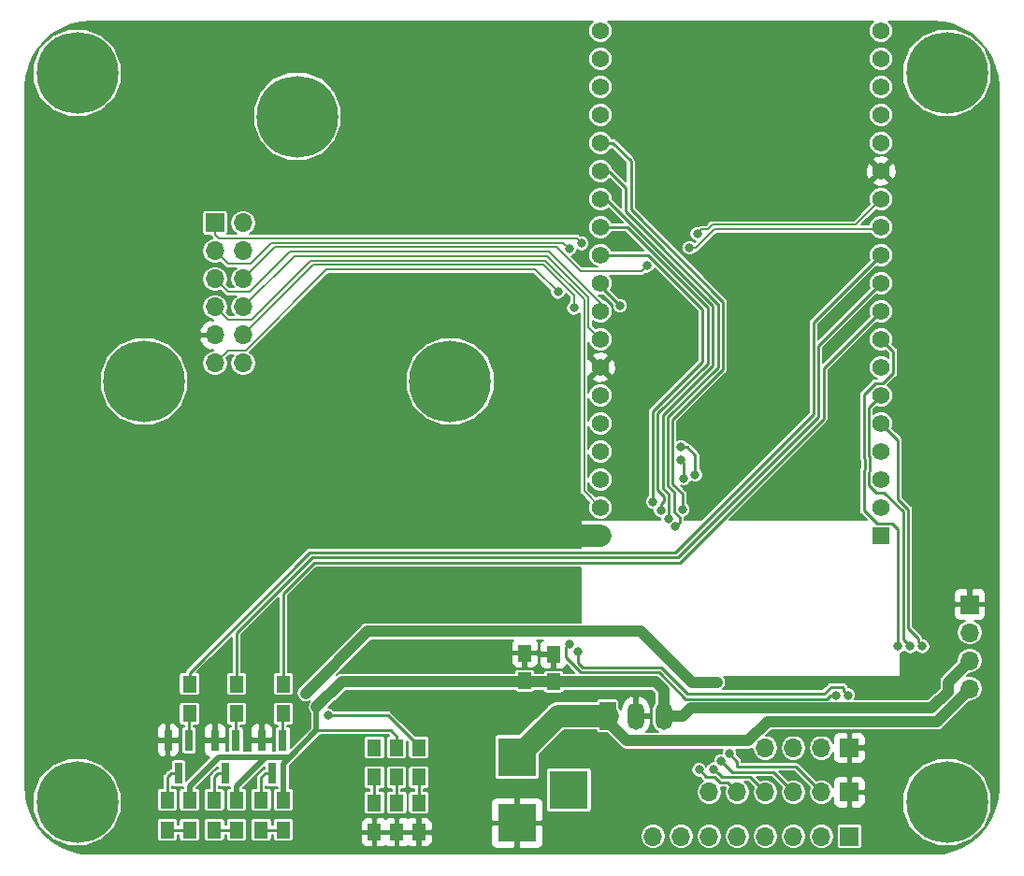
<source format=gtl>
G04 #@! TF.GenerationSoftware,KiCad,Pcbnew,(5.0.0)*
G04 #@! TF.CreationDate,2019-02-18T14:00:49-08:00*
G04 #@! TF.ProjectId,mlab100_Base_Panel_1.6,6D6C61623130305F426173655F50616E,rev?*
G04 #@! TF.SameCoordinates,Original*
G04 #@! TF.FileFunction,Copper,L1,Top,Signal*
G04 #@! TF.FilePolarity,Positive*
%FSLAX46Y46*%
G04 Gerber Fmt 4.6, Leading zero omitted, Abs format (unit mm)*
G04 Created by KiCad (PCBNEW (5.0.0)) date 02/18/19 14:00:49*
%MOMM*%
%LPD*%
G01*
G04 APERTURE LIST*
G04 #@! TA.AperFunction,ComponentPad*
%ADD10R,1.560000X1.560000*%
G04 #@! TD*
G04 #@! TA.AperFunction,ComponentPad*
%ADD11C,1.560000*%
G04 #@! TD*
G04 #@! TA.AperFunction,ComponentPad*
%ADD12R,1.500000X2.500000*%
G04 #@! TD*
G04 #@! TA.AperFunction,ComponentPad*
%ADD13O,1.500000X2.500000*%
G04 #@! TD*
G04 #@! TA.AperFunction,SMDPad,CuDef*
%ADD14R,1.300000X1.500000*%
G04 #@! TD*
G04 #@! TA.AperFunction,ComponentPad*
%ADD15R,1.700000X1.700000*%
G04 #@! TD*
G04 #@! TA.AperFunction,ComponentPad*
%ADD16O,1.700000X1.700000*%
G04 #@! TD*
G04 #@! TA.AperFunction,SMDPad,CuDef*
%ADD17R,0.800000X1.900000*%
G04 #@! TD*
G04 #@! TA.AperFunction,SMDPad,CuDef*
%ADD18R,1.250000X1.500000*%
G04 #@! TD*
G04 #@! TA.AperFunction,ComponentPad*
%ADD19C,7.400000*%
G04 #@! TD*
G04 #@! TA.AperFunction,ComponentPad*
%ADD20R,3.500000X3.500000*%
G04 #@! TD*
G04 #@! TA.AperFunction,ViaPad*
%ADD21C,0.800000*%
G04 #@! TD*
G04 #@! TA.AperFunction,Conductor*
%ADD22C,1.000000*%
G04 #@! TD*
G04 #@! TA.AperFunction,Conductor*
%ADD23C,0.500000*%
G04 #@! TD*
G04 #@! TA.AperFunction,Conductor*
%ADD24C,0.250000*%
G04 #@! TD*
G04 #@! TA.AperFunction,Conductor*
%ADD25C,2.000000*%
G04 #@! TD*
G04 #@! TA.AperFunction,Conductor*
%ADD26C,0.200000*%
G04 #@! TD*
G04 APERTURE END LIST*
D10*
G04 #@! TO.P,U1,1*
G04 #@! TO.N,+3V3*
X77860000Y-46970000D03*
D11*
G04 #@! TO.P,U1,2*
G04 #@! TO.N,N/C*
X77860000Y-44430000D03*
G04 #@! TO.P,U1,19*
G04 #@! TO.N,+5V*
X77860000Y-1250000D03*
G04 #@! TO.P,U1,3*
G04 #@! TO.N,N/C*
X77860000Y-41890000D03*
G04 #@! TO.P,U1,4*
X77860000Y-39350000D03*
G04 #@! TO.P,U1,5*
G04 #@! TO.N,I34*
X77860000Y-36810000D03*
G04 #@! TO.P,U1,6*
G04 #@! TO.N,I35*
X77860000Y-34270000D03*
G04 #@! TO.P,U1,7*
G04 #@! TO.N,CTRL_Heater*
X77860000Y-31730000D03*
G04 #@! TO.P,U1,8*
G04 #@! TO.N,IO33*
X77860000Y-29190000D03*
G04 #@! TO.P,U1,9*
G04 #@! TO.N,LED_G*
X77860000Y-26650000D03*
G04 #@! TO.P,U1,10*
G04 #@! TO.N,LED_Y*
X77860000Y-24110000D03*
G04 #@! TO.P,U1,11*
G04 #@! TO.N,LED_R*
X77860000Y-21570000D03*
G04 #@! TO.P,U1,12*
G04 #@! TO.N,CTRL_3V3A*
X77860000Y-19030000D03*
G04 #@! TO.P,U1,13*
G04 #@! TO.N,CTRL_470nm*
X77860000Y-16490000D03*
G04 #@! TO.P,U1,14*
G04 #@! TO.N,GND*
X77860000Y-13950000D03*
G04 #@! TO.P,U1,15*
G04 #@! TO.N,N/C*
X77860000Y-11410000D03*
G04 #@! TO.P,U1,16*
X77860000Y-8870000D03*
G04 #@! TO.P,U1,17*
X77860000Y-6330000D03*
G04 #@! TO.P,U1,18*
X77860000Y-3790000D03*
G04 #@! TO.P,U1,20*
G04 #@! TO.N,GND*
X52460000Y-46970000D03*
G04 #@! TO.P,U1,21*
G04 #@! TO.N,SPI_MISO*
X52460000Y-44430000D03*
G04 #@! TO.P,U1,22*
G04 #@! TO.N,I2C_SCL*
X52460000Y-41890000D03*
G04 #@! TO.P,U1,23*
G04 #@! TO.N,N/C*
X52460000Y-39350000D03*
G04 #@! TO.P,U1,24*
X52460000Y-36810000D03*
G04 #@! TO.P,U1,25*
G04 #@! TO.N,I2C_SDA*
X52460000Y-34270000D03*
G04 #@! TO.P,U1,26*
G04 #@! TO.N,GND*
X52460000Y-31730000D03*
G04 #@! TO.P,U1,27*
G04 #@! TO.N,SPI_MOSI*
X52460000Y-29190000D03*
G04 #@! TO.P,U1,28*
G04 #@! TO.N,SPI_SCL*
X52460000Y-26650000D03*
G04 #@! TO.P,U1,29*
G04 #@! TO.N,SPI_CS_ADC*
X52460000Y-24110000D03*
G04 #@! TO.P,U1,30*
G04 #@! TO.N,IO17*
X52460000Y-21570000D03*
G04 #@! TO.P,U1,31*
G04 #@! TO.N,IO16*
X52460000Y-19030000D03*
G04 #@! TO.P,U1,32*
G04 #@! TO.N,IO4*
X52460000Y-16490000D03*
G04 #@! TO.P,U1,33*
G04 #@! TO.N,IO0*
X52460000Y-13950000D03*
G04 #@! TO.P,U1,34*
G04 #@! TO.N,IO2*
X52460000Y-11410000D03*
G04 #@! TO.P,U1,35*
G04 #@! TO.N,TEMP1W*
X52460000Y-8870000D03*
G04 #@! TO.P,U1,36*
G04 #@! TO.N,N/C*
X52460000Y-6330000D03*
G04 #@! TO.P,U1,37*
X52460000Y-3790000D03*
G04 #@! TO.P,U1,38*
X52460000Y-1250000D03*
G04 #@! TD*
D12*
G04 #@! TO.P,U2,1*
G04 #@! TO.N,+12V*
X53100000Y-63300000D03*
D13*
G04 #@! TO.P,U2,2*
G04 #@! TO.N,GND*
X55640000Y-63300000D03*
G04 #@! TO.P,U2,3*
G04 #@! TO.N,+5V*
X58180000Y-63300000D03*
G04 #@! TD*
D14*
G04 #@! TO.P,R5,2*
G04 #@! TO.N,+5V*
X23750000Y-70900000D03*
G04 #@! TO.P,R5,1*
G04 #@! TO.N,Net-(D3-Pad2)*
X23750000Y-73600000D03*
G04 #@! TD*
G04 #@! TO.P,R7,2*
G04 #@! TO.N,+5V*
X15250000Y-70900000D03*
G04 #@! TO.P,R7,1*
G04 #@! TO.N,Net-(D6-Pad2)*
X15250000Y-73600000D03*
G04 #@! TD*
D15*
G04 #@! TO.P,J1,1*
G04 #@! TO.N,GND*
X85900000Y-53200000D03*
D16*
G04 #@! TO.P,J1,2*
G04 #@! TO.N,+3V3*
X85900000Y-55740000D03*
G04 #@! TO.P,J1,3*
G04 #@! TO.N,+5V*
X85900000Y-58280000D03*
G04 #@! TO.P,J1,4*
G04 #@! TO.N,+12V*
X85900000Y-60820000D03*
G04 #@! TD*
D17*
G04 #@! TO.P,Q6,1*
G04 #@! TO.N,Net-(Q6-Pad1)*
X19450000Y-65500000D03*
G04 #@! TO.P,Q6,2*
G04 #@! TO.N,GND*
X17550000Y-65500000D03*
G04 #@! TO.P,Q6,3*
G04 #@! TO.N,Net-(D7-Pad1)*
X18500000Y-68500000D03*
G04 #@! TD*
G04 #@! TO.P,Q2,1*
G04 #@! TO.N,Net-(Q2-Pad1)*
X23700000Y-65500000D03*
G04 #@! TO.P,Q2,2*
G04 #@! TO.N,GND*
X21800000Y-65500000D03*
G04 #@! TO.P,Q2,3*
G04 #@! TO.N,Net-(D3-Pad1)*
X22750000Y-68500000D03*
G04 #@! TD*
D15*
G04 #@! TO.P,J5,1*
G04 #@! TO.N,I34*
X75000000Y-74200000D03*
D16*
G04 #@! TO.P,J5,2*
G04 #@! TO.N,I35*
X72460000Y-74200000D03*
G04 #@! TO.P,J5,3*
G04 #@! TO.N,IO33*
X69920000Y-74200000D03*
G04 #@! TO.P,J5,4*
G04 #@! TO.N,IO2*
X67380000Y-74200000D03*
G04 #@! TO.P,J5,5*
G04 #@! TO.N,IO0*
X64840000Y-74200000D03*
G04 #@! TO.P,J5,6*
G04 #@! TO.N,IO4*
X62300000Y-74200000D03*
G04 #@! TO.P,J5,7*
G04 #@! TO.N,IO16*
X59760000Y-74200000D03*
G04 #@! TO.P,J5,8*
G04 #@! TO.N,IO17*
X57220000Y-74200000D03*
G04 #@! TD*
D17*
G04 #@! TO.P,Q4,1*
G04 #@! TO.N,Net-(Q4-Pad1)*
X15200000Y-65500000D03*
G04 #@! TO.P,Q4,2*
G04 #@! TO.N,GND*
X13300000Y-65500000D03*
G04 #@! TO.P,Q4,3*
G04 #@! TO.N,Net-(D6-Pad1)*
X14250000Y-68500000D03*
G04 #@! TD*
D18*
G04 #@! TO.P,C4,1*
G04 #@! TO.N,+5V*
X45600000Y-60100000D03*
G04 #@! TO.P,C4,2*
G04 #@! TO.N,GND*
X45600000Y-57600000D03*
G04 #@! TD*
G04 #@! TO.P,C3,2*
G04 #@! TO.N,GND*
X48200000Y-57700000D03*
G04 #@! TO.P,C3,1*
G04 #@! TO.N,+5V*
X48200000Y-60200000D03*
G04 #@! TD*
D14*
G04 #@! TO.P,R9,2*
G04 #@! TO.N,+5V*
X19500000Y-70900000D03*
G04 #@! TO.P,R9,1*
G04 #@! TO.N,Net-(D7-Pad2)*
X19500000Y-73600000D03*
G04 #@! TD*
D15*
G04 #@! TO.P,J7,1*
G04 #@! TO.N,GND*
X75000000Y-66200000D03*
D16*
G04 #@! TO.P,J7,2*
G04 #@! TO.N,I2C_SDA*
X72460000Y-66200000D03*
G04 #@! TO.P,J7,3*
G04 #@! TO.N,I2C_SCL*
X69920000Y-66200000D03*
G04 #@! TO.P,J7,4*
G04 #@! TO.N,+3V3*
X67380000Y-66200000D03*
G04 #@! TD*
G04 #@! TO.P,J2,12*
G04 #@! TO.N,+5V*
X20100000Y-31350000D03*
G04 #@! TO.P,J2,11*
G04 #@! TO.N,CTRL_Heater*
X17560000Y-31350000D03*
G04 #@! TO.P,J2,10*
G04 #@! TO.N,SPI_CS_ADC*
X20100000Y-28810000D03*
G04 #@! TO.P,J2,9*
G04 #@! TO.N,GND*
X17560000Y-28810000D03*
G04 #@! TO.P,J2,8*
G04 #@! TO.N,SPI_MOSI*
X20100000Y-26270000D03*
G04 #@! TO.P,J2,7*
G04 #@! TO.N,SPI_MISO*
X17560000Y-26270000D03*
G04 #@! TO.P,J2,6*
G04 #@! TO.N,CTRL_3V3A*
X20100000Y-23730000D03*
G04 #@! TO.P,J2,5*
G04 #@! TO.N,SPI_SCL*
X17560000Y-23730000D03*
G04 #@! TO.P,J2,4*
G04 #@! TO.N,+3V3*
X20100000Y-21190000D03*
G04 #@! TO.P,J2,3*
G04 #@! TO.N,TEMP1W*
X17560000Y-21190000D03*
G04 #@! TO.P,J2,2*
G04 #@! TO.N,+12V*
X20100000Y-18650000D03*
D15*
G04 #@! TO.P,J2,1*
G04 #@! TO.N,CTRL_470nm*
X17560000Y-18650000D03*
G04 #@! TD*
G04 #@! TO.P,J6,1*
G04 #@! TO.N,GND*
X75000000Y-70200000D03*
D16*
G04 #@! TO.P,J6,2*
G04 #@! TO.N,SPI_CS_ADC*
X72460000Y-70200000D03*
G04 #@! TO.P,J6,3*
G04 #@! TO.N,SPI_MISO*
X69920000Y-70200000D03*
G04 #@! TO.P,J6,4*
G04 #@! TO.N,SPI_MOSI*
X67380000Y-70200000D03*
G04 #@! TO.P,J6,5*
G04 #@! TO.N,SPI_SCL*
X64840000Y-70200000D03*
G04 #@! TO.P,J6,6*
G04 #@! TO.N,+3V3*
X62300000Y-70200000D03*
G04 #@! TD*
D14*
G04 #@! TO.P,D3,1*
G04 #@! TO.N,Net-(D3-Pad1)*
X21750000Y-70900000D03*
G04 #@! TO.P,D3,2*
G04 #@! TO.N,Net-(D3-Pad2)*
X21750000Y-73600000D03*
G04 #@! TD*
G04 #@! TO.P,D6,2*
G04 #@! TO.N,Net-(D6-Pad2)*
X13250000Y-73600000D03*
G04 #@! TO.P,D6,1*
G04 #@! TO.N,Net-(D6-Pad1)*
X13250000Y-70900000D03*
G04 #@! TD*
G04 #@! TO.P,D7,1*
G04 #@! TO.N,Net-(D7-Pad1)*
X17500000Y-70900000D03*
G04 #@! TO.P,D7,2*
G04 #@! TO.N,Net-(D7-Pad2)*
X17500000Y-73600000D03*
G04 #@! TD*
D19*
G04 #@! TO.P,MH1,1*
G04 #@! TO.N,N/C*
X5080000Y-5080000D03*
G04 #@! TD*
G04 #@! TO.P,MH2,1*
G04 #@! TO.N,N/C*
X5080000Y-71120000D03*
G04 #@! TD*
G04 #@! TO.P,MH3,1*
G04 #@! TO.N,N/C*
X83820000Y-71120000D03*
G04 #@! TD*
G04 #@! TO.P,MH4,1*
G04 #@! TO.N,N/C*
X83820000Y-5080000D03*
G04 #@! TD*
G04 #@! TO.P,MH5,1*
G04 #@! TO.N,N/C*
X38856400Y-33000000D03*
G04 #@! TD*
G04 #@! TO.P,MH6,1*
G04 #@! TO.N,N/C*
X11143600Y-33000000D03*
G04 #@! TD*
G04 #@! TO.P,MH7,1*
G04 #@! TO.N,N/C*
X25000000Y-9000000D03*
G04 #@! TD*
D14*
G04 #@! TO.P,R4,1*
G04 #@! TO.N,LED_G*
X23750000Y-60400000D03*
G04 #@! TO.P,R4,2*
G04 #@! TO.N,Net-(Q2-Pad1)*
X23750000Y-63100000D03*
G04 #@! TD*
G04 #@! TO.P,R6,2*
G04 #@! TO.N,Net-(Q4-Pad1)*
X15250000Y-63100000D03*
G04 #@! TO.P,R6,1*
G04 #@! TO.N,LED_R*
X15250000Y-60400000D03*
G04 #@! TD*
G04 #@! TO.P,R8,1*
G04 #@! TO.N,LED_Y*
X19500000Y-60400000D03*
G04 #@! TO.P,R8,2*
G04 #@! TO.N,Net-(Q6-Pad1)*
X19500000Y-63100000D03*
G04 #@! TD*
D20*
G04 #@! TO.P,J4,3*
G04 #@! TO.N,N/C*
X49600000Y-70000000D03*
G04 #@! TO.P,J4,2*
G04 #@! TO.N,GND*
X44900000Y-73000000D03*
G04 #@! TO.P,J4,1*
G04 #@! TO.N,+12V*
X44900000Y-67000000D03*
G04 #@! TD*
D14*
G04 #@! TO.P,D1,2*
G04 #@! TO.N,Net-(D1-Pad2)*
X32000000Y-71150000D03*
G04 #@! TO.P,D1,1*
G04 #@! TO.N,GND*
X32000000Y-73850000D03*
G04 #@! TD*
G04 #@! TO.P,D2,1*
G04 #@! TO.N,GND*
X34025001Y-73850000D03*
G04 #@! TO.P,D2,2*
G04 #@! TO.N,Net-(D2-Pad2)*
X34025001Y-71150000D03*
G04 #@! TD*
G04 #@! TO.P,D4,2*
G04 #@! TO.N,Net-(D4-Pad2)*
X36000000Y-71150000D03*
G04 #@! TO.P,D4,1*
G04 #@! TO.N,GND*
X36000000Y-73850000D03*
G04 #@! TD*
G04 #@! TO.P,R1,2*
G04 #@! TO.N,+12V*
X32000000Y-66150000D03*
G04 #@! TO.P,R1,1*
G04 #@! TO.N,Net-(D1-Pad2)*
X32000000Y-68850000D03*
G04 #@! TD*
G04 #@! TO.P,R2,1*
G04 #@! TO.N,Net-(D2-Pad2)*
X34000000Y-68850000D03*
G04 #@! TO.P,R2,2*
G04 #@! TO.N,+5V*
X34000000Y-66150000D03*
G04 #@! TD*
G04 #@! TO.P,R3,2*
G04 #@! TO.N,+3V3*
X36000000Y-66150000D03*
G04 #@! TO.P,R3,1*
G04 #@! TO.N,Net-(D4-Pad2)*
X36000000Y-68850000D03*
G04 #@! TD*
D21*
G04 #@! TO.N,+5V*
X26750000Y-62500000D03*
G04 #@! TO.N,GND*
X47600000Y-6600000D03*
X70300000Y-34300000D03*
X83800000Y-47100000D03*
X83900000Y-38600000D03*
X83500000Y-28700000D03*
X83400000Y-21200000D03*
X62800000Y-14100000D03*
X58300000Y-8100000D03*
X68200000Y-4300000D03*
X73500000Y-6700000D03*
X16490000Y-5000000D03*
X26850000Y-16700000D03*
X4400000Y-11400000D03*
X2400000Y-36100000D03*
X3200000Y-66200000D03*
X26980000Y-67730000D03*
X38250000Y-64750000D03*
X38500000Y-73000000D03*
X86090000Y-66130000D03*
X79300000Y-73700000D03*
X65200000Y-25800000D03*
X62800000Y-23100000D03*
X15400000Y-25300000D03*
X11000000Y-38200000D03*
X8750000Y-61000000D03*
X14200000Y-58700000D03*
X55700000Y-67000000D03*
X52870000Y-72210000D03*
X87500000Y-62500000D03*
X59200000Y-26150000D03*
X47840000Y-17660000D03*
X38030000Y-17600000D03*
X73060000Y-42130000D03*
X36230000Y-24360000D03*
X12970000Y-15650000D03*
X34980000Y-4430000D03*
X3750000Y-45000000D03*
X15750000Y-47250000D03*
X48219130Y-54519990D03*
X71010000Y-16510000D03*
X60002639Y-18737726D03*
X60350000Y-27270000D03*
X83110000Y-51340000D03*
X78200000Y-66110000D03*
X56882340Y-32097660D03*
X5700000Y-24700000D03*
X21750000Y-63000000D03*
X21000000Y-56250000D03*
X17250000Y-63500000D03*
X17500000Y-58750000D03*
X28500000Y-73250000D03*
X46500000Y-31250000D03*
X46000000Y-42750000D03*
X33500000Y-43750000D03*
X29000000Y-33000000D03*
X43250000Y-57750000D03*
X40250000Y-57750000D03*
X63710000Y-41540000D03*
X75290000Y-33260000D03*
X80400000Y-12600000D03*
X86580000Y-10850000D03*
X83440000Y-57650000D03*
X78520000Y-60710000D03*
X76540000Y-60630000D03*
X10050000Y-73470000D03*
X55670000Y-68310000D03*
X49530000Y-66294000D03*
X50500000Y-61500000D03*
G04 #@! TO.N,CTRL_3V3A*
X56640000Y-22530000D03*
X60530000Y-20900000D03*
G04 #@! TO.N,SPI_CS_ADC*
X64130000Y-66710000D03*
X54240000Y-26140000D03*
X50040000Y-26350000D03*
G04 #@! TO.N,SPI_SCL*
X61390000Y-68180000D03*
G04 #@! TO.N,+3V3*
X50930000Y-55620000D03*
X25750000Y-61250000D03*
X63000000Y-60250000D03*
X27770000Y-63240000D03*
G04 #@! TO.N,TEMP1W*
X49620000Y-21000000D03*
G04 #@! TO.N,I2C_SCL*
X73820000Y-61440000D03*
X49630000Y-56760000D03*
G04 #@! TO.N,I2C_SDA*
X74870000Y-61420000D03*
X50410000Y-57460000D03*
G04 #@! TO.N,+12V*
X32000000Y-66150000D03*
G04 #@! TO.N,IO0*
X59262721Y-46162730D03*
G04 #@! TO.N,IO2*
X59912653Y-44587347D03*
G04 #@! TO.N,IO4*
X58605551Y-45408972D03*
G04 #@! TO.N,IO16*
X57913046Y-44687543D03*
G04 #@! TO.N,IO17*
X57200000Y-43900000D03*
G04 #@! TO.N,IO33*
X79400000Y-57000000D03*
G04 #@! TO.N,I34*
X81600000Y-57000000D03*
G04 #@! TO.N,I35*
X80500000Y-57000000D03*
G04 #@! TO.N,CTRL_Heater*
X48600000Y-24910000D03*
G04 #@! TO.N,CTRL_470nm*
X61220000Y-19630000D03*
X50750000Y-20500000D03*
G04 #@! TO.N,SPI_MOSI*
X62709778Y-68114329D03*
X59990000Y-41770000D03*
X59760000Y-40130000D03*
G04 #@! TO.N,SPI_MISO*
X63383147Y-67375007D03*
X61040000Y-41460000D03*
X59740000Y-38950000D03*
G04 #@! TD*
D22*
G04 #@! TO.N,+5V*
X58180000Y-60930000D02*
X58180000Y-63300000D01*
X51100000Y-60200000D02*
X57450000Y-60200000D01*
X57450000Y-60200000D02*
X58180000Y-60930000D01*
X59930000Y-63300000D02*
X60640000Y-62590000D01*
X58180000Y-63300000D02*
X59930000Y-63300000D01*
X60640000Y-62590000D02*
X82440000Y-62590000D01*
X82440000Y-62590000D02*
X83940000Y-61090000D01*
X83940000Y-60240000D02*
X85900000Y-58280000D01*
X83940000Y-61090000D02*
X83940000Y-60240000D01*
X29050000Y-60200000D02*
X26750000Y-62500000D01*
X30030000Y-60200000D02*
X29050000Y-60200000D01*
X30030000Y-60200000D02*
X51100000Y-60200000D01*
D23*
X15250000Y-69650000D02*
X17900000Y-67000000D01*
X15250000Y-70900000D02*
X15250000Y-69650000D01*
X26750000Y-63065685D02*
X26750000Y-62500000D01*
X26750000Y-64610002D02*
X26750000Y-63065685D01*
X24360002Y-67000000D02*
X26750000Y-64610002D01*
X22150000Y-67000000D02*
X23000000Y-67000000D01*
X19500000Y-69650000D02*
X22150000Y-67000000D01*
X19500000Y-70900000D02*
X19500000Y-69650000D01*
X17900000Y-67000000D02*
X23000000Y-67000000D01*
X23000000Y-67000000D02*
X24360002Y-67000000D01*
X23750000Y-67610002D02*
X24360002Y-67000000D01*
X23750000Y-70900000D02*
X23750000Y-67610002D01*
D24*
X33460002Y-64610002D02*
X26750000Y-64610002D01*
X34000000Y-65150000D02*
X33460002Y-64610002D01*
X34000000Y-66150000D02*
X34000000Y-65150000D01*
D25*
G04 #@! TO.N,GND*
X50220000Y-46970000D02*
X46000000Y-42750000D01*
X52460000Y-46970000D02*
X50220000Y-46970000D01*
D24*
G04 #@! TO.N,Net-(D3-Pad2)*
X23750000Y-73600000D02*
X21750000Y-73600000D01*
G04 #@! TO.N,Net-(D3-Pad1)*
X22100000Y-68500000D02*
X22750000Y-68500000D01*
X21750000Y-68850000D02*
X22100000Y-68500000D01*
X21750000Y-70900000D02*
X21750000Y-68850000D01*
G04 #@! TO.N,Net-(D6-Pad2)*
X15250000Y-73600000D02*
X13250000Y-73600000D01*
G04 #@! TO.N,Net-(D6-Pad1)*
X13600000Y-68500000D02*
X14250000Y-68500000D01*
X13250000Y-68850000D02*
X13600000Y-68500000D01*
X13250000Y-70900000D02*
X13250000Y-68850000D01*
G04 #@! TO.N,Net-(D7-Pad1)*
X17850000Y-68500000D02*
X18500000Y-68500000D01*
X17500000Y-68850000D02*
X17850000Y-68500000D01*
X17500000Y-70900000D02*
X17500000Y-68850000D01*
G04 #@! TO.N,Net-(D7-Pad2)*
X19500000Y-73600000D02*
X17500000Y-73600000D01*
D26*
G04 #@! TO.N,CTRL_3V3A*
X56329999Y-22840001D02*
X56640000Y-22530000D01*
X62775685Y-19220000D02*
X77696914Y-19220000D01*
X61095685Y-20900000D02*
X62775685Y-19220000D01*
X60530000Y-20900000D02*
X61095685Y-20900000D01*
X56240001Y-22929999D02*
X56640000Y-22530000D01*
X56140001Y-23029999D02*
X56240001Y-22929999D01*
X50629999Y-23029999D02*
X56140001Y-23029999D01*
X48440000Y-20840000D02*
X50629999Y-23029999D01*
X22990000Y-20840000D02*
X48440000Y-20840000D01*
X20100000Y-23730000D02*
X22990000Y-20840000D01*
D24*
G04 #@! TO.N,SPI_CS_ADC*
X70170000Y-67910000D02*
X67860000Y-67910000D01*
X72460000Y-70200000D02*
X70170000Y-67910000D01*
X67860000Y-67910000D02*
X64840000Y-67910000D01*
X64840000Y-67420000D02*
X64130000Y-66710000D01*
X64840000Y-67910000D02*
X64840000Y-67420000D01*
X52460000Y-24360000D02*
X52460000Y-24110000D01*
X54240000Y-26140000D02*
X52460000Y-24360000D01*
D26*
X20100000Y-28810000D02*
X20949999Y-27960001D01*
X20949999Y-27960001D02*
X26460000Y-22450000D01*
X26460000Y-22450000D02*
X47270000Y-22450000D01*
X47270000Y-22450000D02*
X50040000Y-25220000D01*
X50040000Y-25220000D02*
X50040000Y-26350000D01*
D24*
G04 #@! TO.N,SPI_SCL*
X64840000Y-70200000D02*
X63990001Y-69350001D01*
X63990001Y-69350001D02*
X63257017Y-69350001D01*
X63257017Y-69350001D02*
X62746347Y-68839331D01*
X62049331Y-68839331D02*
X62380000Y-68839331D01*
X61390000Y-68180000D02*
X62049331Y-68839331D01*
X62746347Y-68839331D02*
X62380000Y-68839331D01*
X62380000Y-68839331D02*
X62020571Y-68839331D01*
D26*
X52460000Y-25910000D02*
X52460000Y-26650000D01*
X47800000Y-21250000D02*
X52460000Y-25910000D01*
X24370000Y-21250000D02*
X47800000Y-21250000D01*
X20739999Y-24880001D02*
X24370000Y-21250000D01*
X17560000Y-23730000D02*
X18710001Y-24880001D01*
X18710001Y-24880001D02*
X20739999Y-24880001D01*
D22*
G04 #@! TO.N,+3V3*
X50930000Y-55620000D02*
X53060000Y-55620000D01*
X31380000Y-55620000D02*
X50930000Y-55620000D01*
X25750000Y-61250000D02*
X31380000Y-55620000D01*
X53060000Y-55620000D02*
X56120000Y-55620000D01*
X56120000Y-55620000D02*
X60750000Y-60250000D01*
X60750000Y-60250000D02*
X63000000Y-60250000D01*
D24*
X33190000Y-63240000D02*
X27770000Y-63240000D01*
X36000000Y-66150000D02*
X36000000Y-66050000D01*
X36000000Y-66050000D02*
X33190000Y-63240000D01*
D26*
G04 #@! TO.N,TEMP1W*
X18710001Y-22340001D02*
X20769999Y-22340001D01*
X17560000Y-21190000D02*
X18710001Y-22340001D01*
X20769999Y-22340001D02*
X22670000Y-20440000D01*
X49060000Y-20440000D02*
X49620000Y-21000000D01*
X22670000Y-20440000D02*
X49060000Y-20440000D01*
D24*
G04 #@! TO.N,I2C_SCL*
X49310000Y-57996411D02*
X49310000Y-57990000D01*
X57780011Y-59360011D02*
X50673600Y-59360011D01*
X50673600Y-59360011D02*
X49310000Y-57996411D01*
X60180000Y-61760000D02*
X57780011Y-59360011D01*
X72934315Y-61760000D02*
X60180000Y-61760000D01*
X73254315Y-61440000D02*
X72934315Y-61760000D01*
X73820000Y-61440000D02*
X73254315Y-61440000D01*
X49310000Y-57996411D02*
X49310000Y-57080000D01*
X49310000Y-57080000D02*
X49630000Y-56760000D01*
G04 #@! TO.N,I2C_SDA*
X50410000Y-58460000D02*
X50410000Y-57460000D01*
X50860000Y-58910000D02*
X50410000Y-58460000D01*
X57970000Y-58910000D02*
X50860000Y-58910000D01*
X60340000Y-61280000D02*
X57970000Y-58910000D01*
X74870000Y-61420000D02*
X74470001Y-61020001D01*
X74470001Y-61020001D02*
X74470001Y-60750001D01*
X74470001Y-60750001D02*
X74390000Y-60670000D01*
X74390000Y-60670000D02*
X73320000Y-60670000D01*
X73320000Y-60670000D02*
X72710000Y-61280000D01*
X72710000Y-61280000D02*
X60340000Y-61280000D01*
D22*
G04 #@! TO.N,+12V*
X53100000Y-63800000D02*
X53100000Y-63300000D01*
X67587059Y-63790011D02*
X65827070Y-65550000D01*
X54850000Y-65550000D02*
X53100000Y-63800000D01*
X82937060Y-63790011D02*
X67587059Y-63790011D01*
X85900000Y-60820000D02*
X85900000Y-60827071D01*
X65827070Y-65550000D02*
X54850000Y-65550000D01*
X85900000Y-60827071D02*
X82937060Y-63790011D01*
D25*
X48600000Y-63300000D02*
X44900000Y-67000000D01*
X53100000Y-63300000D02*
X48600000Y-63300000D01*
D24*
G04 #@! TO.N,IO0*
X63050029Y-25990770D02*
X63050028Y-25940798D01*
X63100000Y-25990770D02*
X63050028Y-25940798D01*
X63100000Y-25990770D02*
X63050029Y-25990770D01*
X63050028Y-25940798D02*
X57525021Y-20415791D01*
X54740000Y-17630770D02*
X57525021Y-20415791D01*
X54740000Y-15480000D02*
X54740000Y-17630770D01*
X53140000Y-13950000D02*
X53240000Y-14050000D01*
X52460000Y-13950000D02*
X53140000Y-13950000D01*
X53310000Y-14050000D02*
X54740000Y-15480000D01*
X53240000Y-14050000D02*
X53310000Y-14050000D01*
X59662720Y-45362720D02*
X59662720Y-45762731D01*
X58550030Y-36259200D02*
X58550030Y-42477210D01*
X59100020Y-44800020D02*
X59662720Y-45362720D01*
X59662720Y-45762731D02*
X59262721Y-46162730D01*
X59100020Y-43027200D02*
X59100020Y-44800020D01*
X58550030Y-42477210D02*
X59100020Y-43027200D01*
X63100000Y-31709229D02*
X58550030Y-36259200D01*
X63100000Y-25990770D02*
X63100000Y-31709229D01*
G04 #@! TO.N,IO2*
X59000040Y-42290810D02*
X59912653Y-43203423D01*
X55200000Y-17454360D02*
X63550010Y-25804370D01*
X63550010Y-25804370D02*
X63550009Y-31895630D01*
X59912653Y-43203423D02*
X59912653Y-44587347D01*
X63550009Y-31895630D02*
X59000040Y-36445599D01*
X59000040Y-36445599D02*
X59000040Y-42290810D01*
X55200000Y-13046914D02*
X55200000Y-13510000D01*
X53563086Y-11410000D02*
X55200000Y-13046914D01*
X52460000Y-11410000D02*
X53563086Y-11410000D01*
X55200000Y-13400000D02*
X55200000Y-13510000D01*
X55200000Y-13510000D02*
X55200000Y-17454360D01*
G04 #@! TO.N,IO4*
X52460000Y-16490000D02*
X52970000Y-16490000D01*
X54302820Y-17822820D02*
X54302820Y-17830000D01*
X52970000Y-16490000D02*
X54302820Y-17822820D01*
X54179999Y-17707179D02*
X54302820Y-17830000D01*
X62600019Y-26127199D02*
X62600019Y-31572799D01*
X58100020Y-36072800D02*
X58100020Y-42663610D01*
X62600019Y-31572799D02*
X58100020Y-36072800D01*
X58650010Y-43213600D02*
X58650010Y-45364513D01*
X58650010Y-45364513D02*
X58605551Y-45408972D01*
X54302820Y-17830000D02*
X62600019Y-26127199D01*
X58100020Y-42663610D02*
X58650010Y-43213600D01*
G04 #@! TO.N,IO16*
X62150010Y-31386400D02*
X57650010Y-35886400D01*
X58200000Y-43834904D02*
X57913046Y-44121858D01*
X57913046Y-44121858D02*
X57913046Y-44687543D01*
X62150009Y-26313599D02*
X62150010Y-31386400D01*
X58200000Y-43400000D02*
X58200000Y-43834904D01*
X57650010Y-42850010D02*
X58200000Y-43400000D01*
X57650010Y-35886400D02*
X57650010Y-42850010D01*
X54866410Y-19030000D02*
X62150009Y-26313599D01*
X52460000Y-19030000D02*
X54866410Y-19030000D01*
G04 #@! TO.N,IO17*
X56770000Y-21570000D02*
X52460000Y-21570000D01*
X61700000Y-26500000D02*
X56770000Y-21570000D01*
X61700000Y-31200000D02*
X61700000Y-26500000D01*
X57200000Y-43900000D02*
X57200000Y-35700000D01*
X57200000Y-35700000D02*
X61700000Y-31200000D01*
G04 #@! TO.N,IO33*
X79400000Y-46364998D02*
X79400000Y-57000000D01*
X78900001Y-45864999D02*
X79400000Y-46364998D01*
X77484999Y-45864999D02*
X78900001Y-45864999D01*
X76304988Y-41021422D02*
X76304988Y-44684988D01*
X76304988Y-44684988D02*
X77484999Y-45864999D01*
X76400009Y-40013599D02*
X76400009Y-40926401D01*
X76400009Y-40926401D02*
X76304988Y-41021422D01*
X76304988Y-39918578D02*
X76400009Y-40013599D01*
X78965001Y-30295001D02*
X78965001Y-32254999D01*
X77860000Y-29190000D02*
X78965001Y-30295001D01*
X78965001Y-32254999D02*
X78055001Y-33164999D01*
X78055001Y-33164999D02*
X77329599Y-33164999D01*
X77329599Y-33164999D02*
X76304988Y-34189610D01*
X76304988Y-34189610D02*
X76304988Y-39918578D01*
G04 #@! TO.N,I34*
X80310000Y-55370000D02*
X80310000Y-44600000D01*
X80310000Y-44600000D02*
X79400000Y-43690000D01*
X79400000Y-38350000D02*
X77860000Y-36810000D01*
X79400000Y-43690000D02*
X79400000Y-38350000D01*
X81200001Y-56260001D02*
X80310000Y-55370000D01*
X81200001Y-56600001D02*
X81200001Y-56260001D01*
X81600000Y-57000000D02*
X81200001Y-56600001D01*
G04 #@! TO.N,I35*
X76850020Y-41112801D02*
X76850020Y-39827199D01*
X76754999Y-35375001D02*
X77080001Y-35049999D01*
X76754999Y-41207822D02*
X76850020Y-41112801D01*
X79859989Y-44794587D02*
X78135402Y-43070000D01*
X76754999Y-42420401D02*
X76754999Y-41207822D01*
X80500000Y-57000000D02*
X79859989Y-56359989D01*
X78135402Y-43070000D02*
X77404598Y-43070000D01*
X76754999Y-39732178D02*
X76754999Y-35375001D01*
X77080001Y-35049999D02*
X77860000Y-34270000D01*
X79859989Y-56359989D02*
X79859989Y-44794587D01*
X77404598Y-43070000D02*
X76754999Y-42420401D01*
X76850020Y-39827199D02*
X76754999Y-39732178D01*
D26*
G04 #@! TO.N,CTRL_Heater*
X18710001Y-30199999D02*
X20340001Y-30199999D01*
X17560000Y-31350000D02*
X18710001Y-30199999D01*
X20340001Y-30199999D02*
X27680000Y-22860000D01*
X27680000Y-22860000D02*
X46550000Y-22860000D01*
X46550000Y-22860000D02*
X48600000Y-24910000D01*
D24*
G04 #@! TO.N,LED_G*
X77860000Y-26650000D02*
X72660000Y-31850000D01*
X72660000Y-31850000D02*
X72660000Y-36370000D01*
X72660000Y-36370000D02*
X59630000Y-49400000D01*
X59630000Y-49400000D02*
X26530000Y-49400000D01*
X23750000Y-52180000D02*
X23750000Y-60400000D01*
X26530000Y-49400000D02*
X23750000Y-52180000D01*
G04 #@! TO.N,LED_R*
X15250000Y-59400000D02*
X26150000Y-48500000D01*
X15250000Y-60400000D02*
X15250000Y-59400000D01*
X26150000Y-48500000D02*
X59250000Y-48500000D01*
X59250000Y-48500000D02*
X71750000Y-36000000D01*
X71750000Y-27680000D02*
X77860000Y-21570000D01*
X71750000Y-36000000D02*
X71750000Y-27680000D01*
G04 #@! TO.N,LED_Y*
X19500000Y-60400000D02*
X19500000Y-55790000D01*
X19500000Y-55790000D02*
X26340000Y-48950000D01*
X26340000Y-48950000D02*
X59440000Y-48950000D01*
X59440000Y-48950000D02*
X72210000Y-36180000D01*
X72210000Y-29760000D02*
X77860000Y-24110000D01*
X72210000Y-36180000D02*
X72210000Y-29760000D01*
G04 #@! TO.N,Net-(Q2-Pad1)*
X23700000Y-63150000D02*
X23750000Y-63100000D01*
X23700000Y-65500000D02*
X23700000Y-63150000D01*
G04 #@! TO.N,Net-(Q4-Pad1)*
X15200000Y-63150000D02*
X15250000Y-63100000D01*
X15200000Y-65500000D02*
X15200000Y-63150000D01*
G04 #@! TO.N,Net-(Q6-Pad1)*
X19450000Y-63150000D02*
X19500000Y-63100000D01*
X19450000Y-65500000D02*
X19450000Y-63150000D01*
D26*
G04 #@! TO.N,CTRL_470nm*
X62169999Y-19230001D02*
X62590000Y-18810000D01*
X61220000Y-19630000D02*
X61619999Y-19230001D01*
X61619999Y-19230001D02*
X62169999Y-19230001D01*
X50289999Y-20039999D02*
X50750000Y-20500000D01*
X17899999Y-20039999D02*
X50289999Y-20039999D01*
X17560000Y-18650000D02*
X17560000Y-19700000D01*
X17560000Y-19700000D02*
X17899999Y-20039999D01*
X75540000Y-18810000D02*
X77860000Y-16490000D01*
X74840000Y-18810000D02*
X75540000Y-18810000D01*
X62590000Y-18810000D02*
X74840000Y-18810000D01*
G04 #@! TO.N,SPI_MOSI*
X50090000Y-24130000D02*
X51380000Y-25420000D01*
X51380000Y-25420000D02*
X51380000Y-27360000D01*
X51380000Y-28110000D02*
X52460000Y-29190000D01*
X51380000Y-25420000D02*
X51380000Y-28110000D01*
D24*
X63425449Y-68830000D02*
X63109777Y-68514328D01*
X63109777Y-68514328D02*
X62709778Y-68114329D01*
X66010000Y-68830000D02*
X63425449Y-68830000D01*
X67380000Y-70200000D02*
X66010000Y-68830000D01*
X59990000Y-40360000D02*
X59760000Y-40130000D01*
X59990000Y-41770000D02*
X59990000Y-40360000D01*
D26*
X47610000Y-21650000D02*
X50090000Y-24130000D01*
X20100000Y-26270000D02*
X24720000Y-21650000D01*
X24720000Y-21650000D02*
X47610000Y-21650000D01*
D24*
G04 #@! TO.N,SPI_MISO*
X63783146Y-67775006D02*
X63383147Y-67375007D01*
X64368140Y-68360000D02*
X63783146Y-67775006D01*
X68080000Y-68360000D02*
X64368140Y-68360000D01*
X69920000Y-70200000D02*
X68080000Y-68360000D01*
X61040000Y-40894315D02*
X61040000Y-41460000D01*
X61040000Y-39684315D02*
X61040000Y-40894315D01*
X60305685Y-38950000D02*
X61040000Y-39684315D01*
X59740000Y-38950000D02*
X60305685Y-38950000D01*
D26*
X50980000Y-42950000D02*
X52460000Y-44430000D01*
X18710001Y-27420001D02*
X20849999Y-27420001D01*
X17560000Y-26270000D02*
X18710001Y-27420001D01*
X20849999Y-27420001D02*
X26220000Y-22050000D01*
X26220000Y-22050000D02*
X47440000Y-22050000D01*
X47440000Y-22050000D02*
X50980000Y-25590000D01*
X50980000Y-25590000D02*
X50980000Y-42950000D01*
D24*
G04 #@! TO.N,Net-(D1-Pad2)*
X32000000Y-71150000D02*
X32000000Y-68850000D01*
G04 #@! TO.N,Net-(D2-Pad2)*
X34025001Y-68875001D02*
X34000000Y-68850000D01*
X34025001Y-71150000D02*
X34025001Y-68875001D01*
G04 #@! TO.N,Net-(D4-Pad2)*
X36000000Y-71150000D02*
X36000000Y-68850000D01*
G04 #@! TD*
D26*
G04 #@! TO.N,GND*
G36*
X51544421Y-638229D02*
X51380000Y-1035175D01*
X51380000Y-1464825D01*
X51544421Y-1861771D01*
X51848229Y-2165579D01*
X52245175Y-2330000D01*
X52674825Y-2330000D01*
X53071771Y-2165579D01*
X53375579Y-1861771D01*
X53540000Y-1464825D01*
X53540000Y-1035175D01*
X53375579Y-638229D01*
X53137350Y-400000D01*
X77182650Y-400000D01*
X76944421Y-638229D01*
X76780000Y-1035175D01*
X76780000Y-1464825D01*
X76944421Y-1861771D01*
X77248229Y-2165579D01*
X77645175Y-2330000D01*
X78074825Y-2330000D01*
X78471771Y-2165579D01*
X78775579Y-1861771D01*
X78940000Y-1464825D01*
X78940000Y-1035175D01*
X78775579Y-638229D01*
X78537350Y-400000D01*
X82534283Y-400000D01*
X83480592Y-474476D01*
X84388268Y-692390D01*
X85250684Y-1049614D01*
X86046596Y-1537350D01*
X86756414Y-2143593D01*
X87362650Y-2853404D01*
X87850386Y-3649317D01*
X88207611Y-4511734D01*
X88425524Y-5419408D01*
X88500000Y-6365717D01*
X88500001Y-69834270D01*
X88425524Y-70780592D01*
X88207611Y-71688266D01*
X87850386Y-72550683D01*
X87362650Y-73346596D01*
X86756414Y-74056407D01*
X86046596Y-74662650D01*
X85250684Y-75150386D01*
X84388268Y-75507610D01*
X83480592Y-75725524D01*
X82534283Y-75800000D01*
X6365717Y-75800000D01*
X5419408Y-75725524D01*
X4511734Y-75507611D01*
X3649317Y-75150386D01*
X2853404Y-74662650D01*
X2143593Y-74056414D01*
X1537350Y-73346596D01*
X1049614Y-72550684D01*
X692390Y-71688268D01*
X474476Y-70780592D01*
X438570Y-70324350D01*
X1080000Y-70324350D01*
X1080000Y-71915650D01*
X1688963Y-73385818D01*
X2814182Y-74511037D01*
X4284350Y-75120000D01*
X5875650Y-75120000D01*
X7345818Y-74511037D01*
X8471037Y-73385818D01*
X8692979Y-72850000D01*
X12294123Y-72850000D01*
X12294123Y-74350000D01*
X12317407Y-74467054D01*
X12383712Y-74566288D01*
X12482946Y-74632593D01*
X12600000Y-74655877D01*
X13900000Y-74655877D01*
X14017054Y-74632593D01*
X14116288Y-74566288D01*
X14182593Y-74467054D01*
X14205877Y-74350000D01*
X14205877Y-74025000D01*
X14294123Y-74025000D01*
X14294123Y-74350000D01*
X14317407Y-74467054D01*
X14383712Y-74566288D01*
X14482946Y-74632593D01*
X14600000Y-74655877D01*
X15900000Y-74655877D01*
X16017054Y-74632593D01*
X16116288Y-74566288D01*
X16182593Y-74467054D01*
X16205877Y-74350000D01*
X16205877Y-72850000D01*
X16544123Y-72850000D01*
X16544123Y-74350000D01*
X16567407Y-74467054D01*
X16633712Y-74566288D01*
X16732946Y-74632593D01*
X16850000Y-74655877D01*
X18150000Y-74655877D01*
X18267054Y-74632593D01*
X18366288Y-74566288D01*
X18432593Y-74467054D01*
X18455877Y-74350000D01*
X18455877Y-74025000D01*
X18544123Y-74025000D01*
X18544123Y-74350000D01*
X18567407Y-74467054D01*
X18633712Y-74566288D01*
X18732946Y-74632593D01*
X18850000Y-74655877D01*
X20150000Y-74655877D01*
X20267054Y-74632593D01*
X20366288Y-74566288D01*
X20432593Y-74467054D01*
X20455877Y-74350000D01*
X20455877Y-72850000D01*
X20794123Y-72850000D01*
X20794123Y-74350000D01*
X20817407Y-74467054D01*
X20883712Y-74566288D01*
X20982946Y-74632593D01*
X21100000Y-74655877D01*
X22400000Y-74655877D01*
X22517054Y-74632593D01*
X22616288Y-74566288D01*
X22682593Y-74467054D01*
X22705877Y-74350000D01*
X22705877Y-74025000D01*
X22794123Y-74025000D01*
X22794123Y-74350000D01*
X22817407Y-74467054D01*
X22883712Y-74566288D01*
X22982946Y-74632593D01*
X23100000Y-74655877D01*
X24400000Y-74655877D01*
X24517054Y-74632593D01*
X24616288Y-74566288D01*
X24682593Y-74467054D01*
X24705877Y-74350000D01*
X24705877Y-74156000D01*
X30742000Y-74156000D01*
X30742000Y-74720939D01*
X30834563Y-74944405D01*
X31005596Y-75115438D01*
X31229062Y-75208000D01*
X31694000Y-75208000D01*
X31846000Y-75056000D01*
X31846000Y-74004000D01*
X32154000Y-74004000D01*
X32154000Y-75056000D01*
X32306000Y-75208000D01*
X32770938Y-75208000D01*
X32994404Y-75115438D01*
X33012501Y-75097342D01*
X33030597Y-75115438D01*
X33254063Y-75208000D01*
X33719001Y-75208000D01*
X33871001Y-75056000D01*
X33871001Y-74004000D01*
X34179001Y-74004000D01*
X34179001Y-75056000D01*
X34331001Y-75208000D01*
X34795939Y-75208000D01*
X35012500Y-75118298D01*
X35229062Y-75208000D01*
X35694000Y-75208000D01*
X35846000Y-75056000D01*
X35846000Y-74004000D01*
X36154000Y-74004000D01*
X36154000Y-75056000D01*
X36306000Y-75208000D01*
X36770938Y-75208000D01*
X36994404Y-75115438D01*
X37165437Y-74944405D01*
X37258000Y-74720939D01*
X37258000Y-74156000D01*
X37106000Y-74004000D01*
X36154000Y-74004000D01*
X35846000Y-74004000D01*
X34179001Y-74004000D01*
X33871001Y-74004000D01*
X32154000Y-74004000D01*
X31846000Y-74004000D01*
X30894000Y-74004000D01*
X30742000Y-74156000D01*
X24705877Y-74156000D01*
X24705877Y-72979061D01*
X30742000Y-72979061D01*
X30742000Y-73544000D01*
X30894000Y-73696000D01*
X31846000Y-73696000D01*
X31846000Y-72644000D01*
X32154000Y-72644000D01*
X32154000Y-73696000D01*
X33871001Y-73696000D01*
X33871001Y-72644000D01*
X34179001Y-72644000D01*
X34179001Y-73696000D01*
X35846000Y-73696000D01*
X35846000Y-72644000D01*
X36154000Y-72644000D01*
X36154000Y-73696000D01*
X37106000Y-73696000D01*
X37258000Y-73544000D01*
X37258000Y-73306000D01*
X42542000Y-73306000D01*
X42542000Y-74870939D01*
X42634563Y-75094405D01*
X42805596Y-75265438D01*
X43029062Y-75358000D01*
X44594000Y-75358000D01*
X44746000Y-75206000D01*
X44746000Y-73154000D01*
X45054000Y-73154000D01*
X45054000Y-75206000D01*
X45206000Y-75358000D01*
X46770938Y-75358000D01*
X46994404Y-75265438D01*
X47165437Y-75094405D01*
X47258000Y-74870939D01*
X47258000Y-74200000D01*
X56047471Y-74200000D01*
X56136724Y-74648707D01*
X56390897Y-75029103D01*
X56771293Y-75283276D01*
X57106739Y-75350000D01*
X57333261Y-75350000D01*
X57668707Y-75283276D01*
X58049103Y-75029103D01*
X58303276Y-74648707D01*
X58392529Y-74200000D01*
X58587471Y-74200000D01*
X58676724Y-74648707D01*
X58930897Y-75029103D01*
X59311293Y-75283276D01*
X59646739Y-75350000D01*
X59873261Y-75350000D01*
X60208707Y-75283276D01*
X60589103Y-75029103D01*
X60843276Y-74648707D01*
X60932529Y-74200000D01*
X61127471Y-74200000D01*
X61216724Y-74648707D01*
X61470897Y-75029103D01*
X61851293Y-75283276D01*
X62186739Y-75350000D01*
X62413261Y-75350000D01*
X62748707Y-75283276D01*
X63129103Y-75029103D01*
X63383276Y-74648707D01*
X63472529Y-74200000D01*
X63667471Y-74200000D01*
X63756724Y-74648707D01*
X64010897Y-75029103D01*
X64391293Y-75283276D01*
X64726739Y-75350000D01*
X64953261Y-75350000D01*
X65288707Y-75283276D01*
X65669103Y-75029103D01*
X65923276Y-74648707D01*
X66012529Y-74200000D01*
X66207471Y-74200000D01*
X66296724Y-74648707D01*
X66550897Y-75029103D01*
X66931293Y-75283276D01*
X67266739Y-75350000D01*
X67493261Y-75350000D01*
X67828707Y-75283276D01*
X68209103Y-75029103D01*
X68463276Y-74648707D01*
X68552529Y-74200000D01*
X68747471Y-74200000D01*
X68836724Y-74648707D01*
X69090897Y-75029103D01*
X69471293Y-75283276D01*
X69806739Y-75350000D01*
X70033261Y-75350000D01*
X70368707Y-75283276D01*
X70749103Y-75029103D01*
X71003276Y-74648707D01*
X71092529Y-74200000D01*
X71287471Y-74200000D01*
X71376724Y-74648707D01*
X71630897Y-75029103D01*
X72011293Y-75283276D01*
X72346739Y-75350000D01*
X72573261Y-75350000D01*
X72908707Y-75283276D01*
X73289103Y-75029103D01*
X73543276Y-74648707D01*
X73632529Y-74200000D01*
X73543276Y-73751293D01*
X73289103Y-73370897D01*
X73257829Y-73350000D01*
X73844123Y-73350000D01*
X73844123Y-75050000D01*
X73867407Y-75167054D01*
X73933712Y-75266288D01*
X74032946Y-75332593D01*
X74150000Y-75355877D01*
X75850000Y-75355877D01*
X75967054Y-75332593D01*
X76066288Y-75266288D01*
X76132593Y-75167054D01*
X76155877Y-75050000D01*
X76155877Y-73350000D01*
X76132593Y-73232946D01*
X76066288Y-73133712D01*
X75967054Y-73067407D01*
X75850000Y-73044123D01*
X74150000Y-73044123D01*
X74032946Y-73067407D01*
X73933712Y-73133712D01*
X73867407Y-73232946D01*
X73844123Y-73350000D01*
X73257829Y-73350000D01*
X72908707Y-73116724D01*
X72573261Y-73050000D01*
X72346739Y-73050000D01*
X72011293Y-73116724D01*
X71630897Y-73370897D01*
X71376724Y-73751293D01*
X71287471Y-74200000D01*
X71092529Y-74200000D01*
X71003276Y-73751293D01*
X70749103Y-73370897D01*
X70368707Y-73116724D01*
X70033261Y-73050000D01*
X69806739Y-73050000D01*
X69471293Y-73116724D01*
X69090897Y-73370897D01*
X68836724Y-73751293D01*
X68747471Y-74200000D01*
X68552529Y-74200000D01*
X68463276Y-73751293D01*
X68209103Y-73370897D01*
X67828707Y-73116724D01*
X67493261Y-73050000D01*
X67266739Y-73050000D01*
X66931293Y-73116724D01*
X66550897Y-73370897D01*
X66296724Y-73751293D01*
X66207471Y-74200000D01*
X66012529Y-74200000D01*
X65923276Y-73751293D01*
X65669103Y-73370897D01*
X65288707Y-73116724D01*
X64953261Y-73050000D01*
X64726739Y-73050000D01*
X64391293Y-73116724D01*
X64010897Y-73370897D01*
X63756724Y-73751293D01*
X63667471Y-74200000D01*
X63472529Y-74200000D01*
X63383276Y-73751293D01*
X63129103Y-73370897D01*
X62748707Y-73116724D01*
X62413261Y-73050000D01*
X62186739Y-73050000D01*
X61851293Y-73116724D01*
X61470897Y-73370897D01*
X61216724Y-73751293D01*
X61127471Y-74200000D01*
X60932529Y-74200000D01*
X60843276Y-73751293D01*
X60589103Y-73370897D01*
X60208707Y-73116724D01*
X59873261Y-73050000D01*
X59646739Y-73050000D01*
X59311293Y-73116724D01*
X58930897Y-73370897D01*
X58676724Y-73751293D01*
X58587471Y-74200000D01*
X58392529Y-74200000D01*
X58303276Y-73751293D01*
X58049103Y-73370897D01*
X57668707Y-73116724D01*
X57333261Y-73050000D01*
X57106739Y-73050000D01*
X56771293Y-73116724D01*
X56390897Y-73370897D01*
X56136724Y-73751293D01*
X56047471Y-74200000D01*
X47258000Y-74200000D01*
X47258000Y-73306000D01*
X47106000Y-73154000D01*
X45054000Y-73154000D01*
X44746000Y-73154000D01*
X42694000Y-73154000D01*
X42542000Y-73306000D01*
X37258000Y-73306000D01*
X37258000Y-72979061D01*
X37165437Y-72755595D01*
X36994404Y-72584562D01*
X36770938Y-72492000D01*
X36306000Y-72492000D01*
X36154000Y-72644000D01*
X35846000Y-72644000D01*
X35694000Y-72492000D01*
X35229062Y-72492000D01*
X35012501Y-72581702D01*
X34795939Y-72492000D01*
X34331001Y-72492000D01*
X34179001Y-72644000D01*
X33871001Y-72644000D01*
X33719001Y-72492000D01*
X33254063Y-72492000D01*
X33030597Y-72584562D01*
X33012501Y-72602659D01*
X32994404Y-72584562D01*
X32770938Y-72492000D01*
X32306000Y-72492000D01*
X32154000Y-72644000D01*
X31846000Y-72644000D01*
X31694000Y-72492000D01*
X31229062Y-72492000D01*
X31005596Y-72584562D01*
X30834563Y-72755595D01*
X30742000Y-72979061D01*
X24705877Y-72979061D01*
X24705877Y-72850000D01*
X24682593Y-72732946D01*
X24616288Y-72633712D01*
X24517054Y-72567407D01*
X24400000Y-72544123D01*
X23100000Y-72544123D01*
X22982946Y-72567407D01*
X22883712Y-72633712D01*
X22817407Y-72732946D01*
X22794123Y-72850000D01*
X22794123Y-73175000D01*
X22705877Y-73175000D01*
X22705877Y-72850000D01*
X22682593Y-72732946D01*
X22616288Y-72633712D01*
X22517054Y-72567407D01*
X22400000Y-72544123D01*
X21100000Y-72544123D01*
X20982946Y-72567407D01*
X20883712Y-72633712D01*
X20817407Y-72732946D01*
X20794123Y-72850000D01*
X20455877Y-72850000D01*
X20432593Y-72732946D01*
X20366288Y-72633712D01*
X20267054Y-72567407D01*
X20150000Y-72544123D01*
X18850000Y-72544123D01*
X18732946Y-72567407D01*
X18633712Y-72633712D01*
X18567407Y-72732946D01*
X18544123Y-72850000D01*
X18544123Y-73175000D01*
X18455877Y-73175000D01*
X18455877Y-72850000D01*
X18432593Y-72732946D01*
X18366288Y-72633712D01*
X18267054Y-72567407D01*
X18150000Y-72544123D01*
X16850000Y-72544123D01*
X16732946Y-72567407D01*
X16633712Y-72633712D01*
X16567407Y-72732946D01*
X16544123Y-72850000D01*
X16205877Y-72850000D01*
X16182593Y-72732946D01*
X16116288Y-72633712D01*
X16017054Y-72567407D01*
X15900000Y-72544123D01*
X14600000Y-72544123D01*
X14482946Y-72567407D01*
X14383712Y-72633712D01*
X14317407Y-72732946D01*
X14294123Y-72850000D01*
X14294123Y-73175000D01*
X14205877Y-73175000D01*
X14205877Y-72850000D01*
X14182593Y-72732946D01*
X14116288Y-72633712D01*
X14017054Y-72567407D01*
X13900000Y-72544123D01*
X12600000Y-72544123D01*
X12482946Y-72567407D01*
X12383712Y-72633712D01*
X12317407Y-72732946D01*
X12294123Y-72850000D01*
X8692979Y-72850000D01*
X9080000Y-71915650D01*
X9080000Y-70324350D01*
X9007782Y-70150000D01*
X12294123Y-70150000D01*
X12294123Y-71650000D01*
X12317407Y-71767054D01*
X12383712Y-71866288D01*
X12482946Y-71932593D01*
X12600000Y-71955877D01*
X13900000Y-71955877D01*
X14017054Y-71932593D01*
X14116288Y-71866288D01*
X14182593Y-71767054D01*
X14205877Y-71650000D01*
X14205877Y-70150000D01*
X14182593Y-70032946D01*
X14116288Y-69933712D01*
X14017054Y-69867407D01*
X13900000Y-69844123D01*
X13675000Y-69844123D01*
X13675000Y-69693875D01*
X13732946Y-69732593D01*
X13850000Y-69755877D01*
X14650000Y-69755877D01*
X14700001Y-69745931D01*
X14700001Y-69844123D01*
X14600000Y-69844123D01*
X14482946Y-69867407D01*
X14383712Y-69933712D01*
X14317407Y-70032946D01*
X14294123Y-70150000D01*
X14294123Y-71650000D01*
X14317407Y-71767054D01*
X14383712Y-71866288D01*
X14482946Y-71932593D01*
X14600000Y-71955877D01*
X15900000Y-71955877D01*
X16017054Y-71932593D01*
X16116288Y-71866288D01*
X16182593Y-71767054D01*
X16205877Y-71650000D01*
X16205877Y-70150000D01*
X16182593Y-70032946D01*
X16116288Y-69933712D01*
X16017054Y-69867407D01*
X15900000Y-69844123D01*
X15833693Y-69844123D01*
X17794123Y-67883694D01*
X17794123Y-68077789D01*
X17684173Y-68099659D01*
X17543592Y-68193592D01*
X17519881Y-68229078D01*
X17229078Y-68519881D01*
X17193593Y-68543592D01*
X17169882Y-68579078D01*
X17099659Y-68684174D01*
X17066674Y-68850000D01*
X17075001Y-68891862D01*
X17075001Y-69844123D01*
X16850000Y-69844123D01*
X16732946Y-69867407D01*
X16633712Y-69933712D01*
X16567407Y-70032946D01*
X16544123Y-70150000D01*
X16544123Y-71650000D01*
X16567407Y-71767054D01*
X16633712Y-71866288D01*
X16732946Y-71932593D01*
X16850000Y-71955877D01*
X18150000Y-71955877D01*
X18267054Y-71932593D01*
X18366288Y-71866288D01*
X18432593Y-71767054D01*
X18455877Y-71650000D01*
X18455877Y-70150000D01*
X18432593Y-70032946D01*
X18366288Y-69933712D01*
X18267054Y-69867407D01*
X18150000Y-69844123D01*
X17925000Y-69844123D01*
X17925000Y-69693875D01*
X17982946Y-69732593D01*
X18100000Y-69755877D01*
X18900000Y-69755877D01*
X18950001Y-69745931D01*
X18950001Y-69844123D01*
X18850000Y-69844123D01*
X18732946Y-69867407D01*
X18633712Y-69933712D01*
X18567407Y-70032946D01*
X18544123Y-70150000D01*
X18544123Y-71650000D01*
X18567407Y-71767054D01*
X18633712Y-71866288D01*
X18732946Y-71932593D01*
X18850000Y-71955877D01*
X20150000Y-71955877D01*
X20267054Y-71932593D01*
X20366288Y-71866288D01*
X20432593Y-71767054D01*
X20455877Y-71650000D01*
X20455877Y-70150000D01*
X20432593Y-70032946D01*
X20366288Y-69933712D01*
X20267054Y-69867407D01*
X20150000Y-69844123D01*
X20083693Y-69844123D01*
X22044123Y-67883694D01*
X22044123Y-68077789D01*
X21934173Y-68099659D01*
X21793592Y-68193592D01*
X21769881Y-68229078D01*
X21479078Y-68519881D01*
X21443593Y-68543592D01*
X21419882Y-68579078D01*
X21349659Y-68684174D01*
X21316674Y-68850000D01*
X21325001Y-68891862D01*
X21325001Y-69844123D01*
X21100000Y-69844123D01*
X20982946Y-69867407D01*
X20883712Y-69933712D01*
X20817407Y-70032946D01*
X20794123Y-70150000D01*
X20794123Y-71650000D01*
X20817407Y-71767054D01*
X20883712Y-71866288D01*
X20982946Y-71932593D01*
X21100000Y-71955877D01*
X22400000Y-71955877D01*
X22517054Y-71932593D01*
X22616288Y-71866288D01*
X22682593Y-71767054D01*
X22705877Y-71650000D01*
X22705877Y-70150000D01*
X22682593Y-70032946D01*
X22616288Y-69933712D01*
X22517054Y-69867407D01*
X22400000Y-69844123D01*
X22175000Y-69844123D01*
X22175000Y-69693875D01*
X22232946Y-69732593D01*
X22350000Y-69755877D01*
X23150000Y-69755877D01*
X23200000Y-69745931D01*
X23200000Y-69844123D01*
X23100000Y-69844123D01*
X22982946Y-69867407D01*
X22883712Y-69933712D01*
X22817407Y-70032946D01*
X22794123Y-70150000D01*
X22794123Y-71650000D01*
X22817407Y-71767054D01*
X22883712Y-71866288D01*
X22982946Y-71932593D01*
X23100000Y-71955877D01*
X24400000Y-71955877D01*
X24517054Y-71932593D01*
X24616288Y-71866288D01*
X24682593Y-71767054D01*
X24705877Y-71650000D01*
X24705877Y-70150000D01*
X24682593Y-70032946D01*
X24616288Y-69933712D01*
X24517054Y-69867407D01*
X24400000Y-69844123D01*
X24300000Y-69844123D01*
X24300000Y-68100000D01*
X31044123Y-68100000D01*
X31044123Y-69600000D01*
X31067407Y-69717054D01*
X31133712Y-69816288D01*
X31232946Y-69882593D01*
X31350000Y-69905877D01*
X31575001Y-69905877D01*
X31575000Y-70094123D01*
X31350000Y-70094123D01*
X31232946Y-70117407D01*
X31133712Y-70183712D01*
X31067407Y-70282946D01*
X31044123Y-70400000D01*
X31044123Y-71900000D01*
X31067407Y-72017054D01*
X31133712Y-72116288D01*
X31232946Y-72182593D01*
X31350000Y-72205877D01*
X32650000Y-72205877D01*
X32767054Y-72182593D01*
X32866288Y-72116288D01*
X32932593Y-72017054D01*
X32955877Y-71900000D01*
X32955877Y-70400000D01*
X32932593Y-70282946D01*
X32866288Y-70183712D01*
X32767054Y-70117407D01*
X32650000Y-70094123D01*
X32425000Y-70094123D01*
X32425000Y-69905877D01*
X32650000Y-69905877D01*
X32767054Y-69882593D01*
X32866288Y-69816288D01*
X32932593Y-69717054D01*
X32955877Y-69600000D01*
X32955877Y-68100000D01*
X33044123Y-68100000D01*
X33044123Y-69600000D01*
X33067407Y-69717054D01*
X33133712Y-69816288D01*
X33232946Y-69882593D01*
X33350000Y-69905877D01*
X33600002Y-69905877D01*
X33600001Y-70094123D01*
X33375001Y-70094123D01*
X33257947Y-70117407D01*
X33158713Y-70183712D01*
X33092408Y-70282946D01*
X33069124Y-70400000D01*
X33069124Y-71900000D01*
X33092408Y-72017054D01*
X33158713Y-72116288D01*
X33257947Y-72182593D01*
X33375001Y-72205877D01*
X34675001Y-72205877D01*
X34792055Y-72182593D01*
X34891289Y-72116288D01*
X34957594Y-72017054D01*
X34980878Y-71900000D01*
X34980878Y-70400000D01*
X34957594Y-70282946D01*
X34891289Y-70183712D01*
X34792055Y-70117407D01*
X34675001Y-70094123D01*
X34450001Y-70094123D01*
X34450001Y-69905877D01*
X34650000Y-69905877D01*
X34767054Y-69882593D01*
X34866288Y-69816288D01*
X34932593Y-69717054D01*
X34955877Y-69600000D01*
X34955877Y-68100000D01*
X35044123Y-68100000D01*
X35044123Y-69600000D01*
X35067407Y-69717054D01*
X35133712Y-69816288D01*
X35232946Y-69882593D01*
X35350000Y-69905877D01*
X35575001Y-69905877D01*
X35575000Y-70094123D01*
X35350000Y-70094123D01*
X35232946Y-70117407D01*
X35133712Y-70183712D01*
X35067407Y-70282946D01*
X35044123Y-70400000D01*
X35044123Y-71900000D01*
X35067407Y-72017054D01*
X35133712Y-72116288D01*
X35232946Y-72182593D01*
X35350000Y-72205877D01*
X36650000Y-72205877D01*
X36767054Y-72182593D01*
X36866288Y-72116288D01*
X36932593Y-72017054D01*
X36955877Y-71900000D01*
X36955877Y-71129061D01*
X42542000Y-71129061D01*
X42542000Y-72694000D01*
X42694000Y-72846000D01*
X44746000Y-72846000D01*
X44746000Y-70794000D01*
X45054000Y-70794000D01*
X45054000Y-72846000D01*
X47106000Y-72846000D01*
X47258000Y-72694000D01*
X47258000Y-71129061D01*
X47165437Y-70905595D01*
X46994404Y-70734562D01*
X46770938Y-70642000D01*
X45206000Y-70642000D01*
X45054000Y-70794000D01*
X44746000Y-70794000D01*
X44594000Y-70642000D01*
X43029062Y-70642000D01*
X42805596Y-70734562D01*
X42634563Y-70905595D01*
X42542000Y-71129061D01*
X36955877Y-71129061D01*
X36955877Y-70400000D01*
X36932593Y-70282946D01*
X36866288Y-70183712D01*
X36767054Y-70117407D01*
X36650000Y-70094123D01*
X36425000Y-70094123D01*
X36425000Y-69905877D01*
X36650000Y-69905877D01*
X36767054Y-69882593D01*
X36866288Y-69816288D01*
X36932593Y-69717054D01*
X36955877Y-69600000D01*
X36955877Y-68100000D01*
X36932593Y-67982946D01*
X36866288Y-67883712D01*
X36767054Y-67817407D01*
X36650000Y-67794123D01*
X35350000Y-67794123D01*
X35232946Y-67817407D01*
X35133712Y-67883712D01*
X35067407Y-67982946D01*
X35044123Y-68100000D01*
X34955877Y-68100000D01*
X34932593Y-67982946D01*
X34866288Y-67883712D01*
X34767054Y-67817407D01*
X34650000Y-67794123D01*
X33350000Y-67794123D01*
X33232946Y-67817407D01*
X33133712Y-67883712D01*
X33067407Y-67982946D01*
X33044123Y-68100000D01*
X32955877Y-68100000D01*
X32932593Y-67982946D01*
X32866288Y-67883712D01*
X32767054Y-67817407D01*
X32650000Y-67794123D01*
X31350000Y-67794123D01*
X31232946Y-67817407D01*
X31133712Y-67883712D01*
X31067407Y-67982946D01*
X31044123Y-68100000D01*
X24300000Y-68100000D01*
X24300000Y-67837818D01*
X24710604Y-67427214D01*
X24756530Y-67396528D01*
X24787218Y-67350600D01*
X26737818Y-65400000D01*
X31044123Y-65400000D01*
X31044123Y-66900000D01*
X31067407Y-67017054D01*
X31133712Y-67116288D01*
X31232946Y-67182593D01*
X31350000Y-67205877D01*
X32650000Y-67205877D01*
X32767054Y-67182593D01*
X32866288Y-67116288D01*
X32932593Y-67017054D01*
X32955877Y-66900000D01*
X32955877Y-65400000D01*
X32932593Y-65282946D01*
X32866288Y-65183712D01*
X32767054Y-65117407D01*
X32650000Y-65094123D01*
X31350000Y-65094123D01*
X31232946Y-65117407D01*
X31133712Y-65183712D01*
X31067407Y-65282946D01*
X31044123Y-65400000D01*
X26737818Y-65400000D01*
X27100603Y-65037216D01*
X27103916Y-65035002D01*
X33283962Y-65035002D01*
X33344230Y-65095271D01*
X33232946Y-65117407D01*
X33133712Y-65183712D01*
X33067407Y-65282946D01*
X33044123Y-65400000D01*
X33044123Y-66900000D01*
X33067407Y-67017054D01*
X33133712Y-67116288D01*
X33232946Y-67182593D01*
X33350000Y-67205877D01*
X34650000Y-67205877D01*
X34767054Y-67182593D01*
X34866288Y-67116288D01*
X34932593Y-67017054D01*
X34955877Y-66900000D01*
X34955877Y-65606918D01*
X35044123Y-65695164D01*
X35044123Y-66900000D01*
X35067407Y-67017054D01*
X35133712Y-67116288D01*
X35232946Y-67182593D01*
X35350000Y-67205877D01*
X36650000Y-67205877D01*
X36767054Y-67182593D01*
X36866288Y-67116288D01*
X36932593Y-67017054D01*
X36955877Y-66900000D01*
X36955877Y-65400000D01*
X36932593Y-65282946D01*
X36866288Y-65183712D01*
X36767054Y-65117407D01*
X36650000Y-65094123D01*
X35645164Y-65094123D01*
X33520121Y-62969081D01*
X33496408Y-62933592D01*
X33355827Y-62839659D01*
X33231858Y-62815000D01*
X33231857Y-62815000D01*
X33190000Y-62806674D01*
X33148143Y-62815000D01*
X28334950Y-62815000D01*
X28166518Y-62646568D01*
X27909239Y-62540000D01*
X27841370Y-62540000D01*
X29381371Y-61000000D01*
X44714420Y-61000000D01*
X44758712Y-61066288D01*
X44857946Y-61132593D01*
X44975000Y-61155877D01*
X46225000Y-61155877D01*
X46342054Y-61132593D01*
X46441288Y-61066288D01*
X46485580Y-61000000D01*
X47279069Y-61000000D01*
X47292407Y-61067054D01*
X47358712Y-61166288D01*
X47457946Y-61232593D01*
X47575000Y-61255877D01*
X48825000Y-61255877D01*
X48942054Y-61232593D01*
X49041288Y-61166288D01*
X49107593Y-61067054D01*
X49120931Y-61000000D01*
X57118630Y-61000000D01*
X57380000Y-61261371D01*
X57380000Y-62107336D01*
X57190922Y-62390312D01*
X57130000Y-62696588D01*
X57130000Y-63903413D01*
X57190923Y-64209689D01*
X57422994Y-64557007D01*
X57711828Y-64750000D01*
X56592113Y-64750000D01*
X56835695Y-64461962D01*
X56998000Y-63954000D01*
X56998000Y-63454000D01*
X55794000Y-63454000D01*
X55794000Y-63474000D01*
X55486000Y-63474000D01*
X55486000Y-63454000D01*
X55466000Y-63454000D01*
X55466000Y-63146000D01*
X55486000Y-63146000D01*
X55486000Y-61603873D01*
X55794000Y-61603873D01*
X55794000Y-63146000D01*
X56998000Y-63146000D01*
X56998000Y-62646000D01*
X56835695Y-62138038D01*
X56491356Y-61730854D01*
X56003172Y-61491462D01*
X55794000Y-61603873D01*
X55486000Y-61603873D01*
X55276828Y-61491462D01*
X54788644Y-61730854D01*
X54444305Y-62138038D01*
X54282000Y-62646000D01*
X54282000Y-62729050D01*
X54155877Y-62540295D01*
X54155877Y-62050000D01*
X54132593Y-61932946D01*
X54066288Y-61833712D01*
X53967054Y-61767407D01*
X53850000Y-61744123D01*
X52350000Y-61744123D01*
X52232946Y-61767407D01*
X52133712Y-61833712D01*
X52067407Y-61932946D01*
X52054069Y-62000000D01*
X48728032Y-62000000D01*
X48599999Y-61974533D01*
X48471966Y-62000000D01*
X48471963Y-62000000D01*
X48092765Y-62075427D01*
X47771296Y-62290226D01*
X47771294Y-62290228D01*
X47662753Y-62362753D01*
X47590228Y-62471294D01*
X45117400Y-64944123D01*
X43150000Y-64944123D01*
X43032946Y-64967407D01*
X42933712Y-65033712D01*
X42867407Y-65132946D01*
X42844123Y-65250000D01*
X42844123Y-68750000D01*
X42867407Y-68867054D01*
X42933712Y-68966288D01*
X43032946Y-69032593D01*
X43150000Y-69055877D01*
X46650000Y-69055877D01*
X46767054Y-69032593D01*
X46866288Y-68966288D01*
X46932593Y-68867054D01*
X46955877Y-68750000D01*
X46955877Y-68250000D01*
X47544123Y-68250000D01*
X47544123Y-71750000D01*
X47567407Y-71867054D01*
X47633712Y-71966288D01*
X47732946Y-72032593D01*
X47850000Y-72055877D01*
X51350000Y-72055877D01*
X51467054Y-72032593D01*
X51566288Y-71966288D01*
X51632593Y-71867054D01*
X51655877Y-71750000D01*
X51655877Y-68250000D01*
X51632593Y-68132946D01*
X51566288Y-68033712D01*
X51467054Y-67967407D01*
X51350000Y-67944123D01*
X47850000Y-67944123D01*
X47732946Y-67967407D01*
X47633712Y-68033712D01*
X47567407Y-68132946D01*
X47544123Y-68250000D01*
X46955877Y-68250000D01*
X46955877Y-66782600D01*
X49138478Y-64600000D01*
X52054069Y-64600000D01*
X52067407Y-64667054D01*
X52133712Y-64766288D01*
X52232946Y-64832593D01*
X52350000Y-64855877D01*
X53024507Y-64855877D01*
X54228603Y-66059974D01*
X54273233Y-66126767D01*
X54340025Y-66171396D01*
X54340026Y-66171397D01*
X54406519Y-66215826D01*
X54537856Y-66303583D01*
X54771211Y-66350000D01*
X54771216Y-66350000D01*
X54850000Y-66365671D01*
X54928784Y-66350000D01*
X63521442Y-66350000D01*
X63430000Y-66570761D01*
X63430000Y-66675007D01*
X63243908Y-66675007D01*
X62986629Y-66781575D01*
X62789715Y-66978489D01*
X62683147Y-67235768D01*
X62683147Y-67414329D01*
X62570539Y-67414329D01*
X62313260Y-67520897D01*
X62116346Y-67717811D01*
X62036288Y-67911089D01*
X61983432Y-67783482D01*
X61786518Y-67586568D01*
X61529239Y-67480000D01*
X61250761Y-67480000D01*
X60993482Y-67586568D01*
X60796568Y-67783482D01*
X60690000Y-68040761D01*
X60690000Y-68319239D01*
X60796568Y-68576518D01*
X60993482Y-68773432D01*
X61250761Y-68880000D01*
X61488959Y-68880000D01*
X61632539Y-69023580D01*
X61714163Y-69145739D01*
X61761016Y-69177045D01*
X61470897Y-69370897D01*
X61216724Y-69751293D01*
X61127471Y-70200000D01*
X61216724Y-70648707D01*
X61470897Y-71029103D01*
X61851293Y-71283276D01*
X62186739Y-71350000D01*
X62413261Y-71350000D01*
X62748707Y-71283276D01*
X63129103Y-71029103D01*
X63383276Y-70648707D01*
X63472529Y-70200000D01*
X63387992Y-69775001D01*
X63752008Y-69775001D01*
X63667471Y-70200000D01*
X63756724Y-70648707D01*
X64010897Y-71029103D01*
X64391293Y-71283276D01*
X64726739Y-71350000D01*
X64953261Y-71350000D01*
X65288707Y-71283276D01*
X65669103Y-71029103D01*
X65923276Y-70648707D01*
X66012529Y-70200000D01*
X65923276Y-69751293D01*
X65669103Y-69370897D01*
X65495651Y-69255000D01*
X65833960Y-69255000D01*
X66310154Y-69731194D01*
X66296724Y-69751293D01*
X66207471Y-70200000D01*
X66296724Y-70648707D01*
X66550897Y-71029103D01*
X66931293Y-71283276D01*
X67266739Y-71350000D01*
X67493261Y-71350000D01*
X67828707Y-71283276D01*
X68209103Y-71029103D01*
X68463276Y-70648707D01*
X68552529Y-70200000D01*
X68463276Y-69751293D01*
X68209103Y-69370897D01*
X67828707Y-69116724D01*
X67493261Y-69050000D01*
X67266739Y-69050000D01*
X66931293Y-69116724D01*
X66911194Y-69130154D01*
X66566040Y-68785000D01*
X67903960Y-68785000D01*
X68850154Y-69731194D01*
X68836724Y-69751293D01*
X68747471Y-70200000D01*
X68836724Y-70648707D01*
X69090897Y-71029103D01*
X69471293Y-71283276D01*
X69806739Y-71350000D01*
X70033261Y-71350000D01*
X70368707Y-71283276D01*
X70749103Y-71029103D01*
X71003276Y-70648707D01*
X71092529Y-70200000D01*
X71003276Y-69751293D01*
X70749103Y-69370897D01*
X70368707Y-69116724D01*
X70033261Y-69050000D01*
X69806739Y-69050000D01*
X69471293Y-69116724D01*
X69451194Y-69130154D01*
X68656040Y-68335000D01*
X69993960Y-68335000D01*
X71390154Y-69731194D01*
X71376724Y-69751293D01*
X71287471Y-70200000D01*
X71376724Y-70648707D01*
X71630897Y-71029103D01*
X72011293Y-71283276D01*
X72346739Y-71350000D01*
X72573261Y-71350000D01*
X72908707Y-71283276D01*
X73289103Y-71029103D01*
X73542000Y-70650617D01*
X73542000Y-71170939D01*
X73634563Y-71394405D01*
X73805596Y-71565438D01*
X74029062Y-71658000D01*
X74694000Y-71658000D01*
X74846000Y-71506000D01*
X74846000Y-70354000D01*
X75154000Y-70354000D01*
X75154000Y-71506000D01*
X75306000Y-71658000D01*
X75970938Y-71658000D01*
X76194404Y-71565438D01*
X76365437Y-71394405D01*
X76458000Y-71170939D01*
X76458000Y-70506000D01*
X76306000Y-70354000D01*
X75154000Y-70354000D01*
X74846000Y-70354000D01*
X74826000Y-70354000D01*
X74826000Y-70324350D01*
X79820000Y-70324350D01*
X79820000Y-71915650D01*
X80428963Y-73385818D01*
X81554182Y-74511037D01*
X83024350Y-75120000D01*
X84615650Y-75120000D01*
X86085818Y-74511037D01*
X87211037Y-73385818D01*
X87820000Y-71915650D01*
X87820000Y-70324350D01*
X87211037Y-68854182D01*
X86085818Y-67728963D01*
X84615650Y-67120000D01*
X83024350Y-67120000D01*
X81554182Y-67728963D01*
X80428963Y-68854182D01*
X79820000Y-70324350D01*
X74826000Y-70324350D01*
X74826000Y-70046000D01*
X74846000Y-70046000D01*
X74846000Y-68894000D01*
X75154000Y-68894000D01*
X75154000Y-70046000D01*
X76306000Y-70046000D01*
X76458000Y-69894000D01*
X76458000Y-69229061D01*
X76365437Y-69005595D01*
X76194404Y-68834562D01*
X75970938Y-68742000D01*
X75306000Y-68742000D01*
X75154000Y-68894000D01*
X74846000Y-68894000D01*
X74694000Y-68742000D01*
X74029062Y-68742000D01*
X73805596Y-68834562D01*
X73634563Y-69005595D01*
X73542000Y-69229061D01*
X73542000Y-69749383D01*
X73289103Y-69370897D01*
X72908707Y-69116724D01*
X72573261Y-69050000D01*
X72346739Y-69050000D01*
X72011293Y-69116724D01*
X71991194Y-69130154D01*
X70500121Y-67639081D01*
X70476408Y-67603592D01*
X70335827Y-67509659D01*
X70211858Y-67485000D01*
X70211857Y-67485000D01*
X70170000Y-67476674D01*
X70128143Y-67485000D01*
X65265000Y-67485000D01*
X65265000Y-67461857D01*
X65273326Y-67420000D01*
X65259523Y-67350605D01*
X65240341Y-67254173D01*
X65146408Y-67113592D01*
X65110922Y-67089881D01*
X64830000Y-66808959D01*
X64830000Y-66570761D01*
X64738558Y-66350000D01*
X65748286Y-66350000D01*
X65827070Y-66365671D01*
X65905854Y-66350000D01*
X65905859Y-66350000D01*
X66139214Y-66303583D01*
X66217650Y-66251174D01*
X66296724Y-66648707D01*
X66550897Y-67029103D01*
X66931293Y-67283276D01*
X67266739Y-67350000D01*
X67493261Y-67350000D01*
X67828707Y-67283276D01*
X68209103Y-67029103D01*
X68463276Y-66648707D01*
X68552529Y-66200000D01*
X68747471Y-66200000D01*
X68836724Y-66648707D01*
X69090897Y-67029103D01*
X69471293Y-67283276D01*
X69806739Y-67350000D01*
X70033261Y-67350000D01*
X70368707Y-67283276D01*
X70749103Y-67029103D01*
X71003276Y-66648707D01*
X71092529Y-66200000D01*
X71287471Y-66200000D01*
X71376724Y-66648707D01*
X71630897Y-67029103D01*
X72011293Y-67283276D01*
X72346739Y-67350000D01*
X72573261Y-67350000D01*
X72908707Y-67283276D01*
X73289103Y-67029103D01*
X73542000Y-66650617D01*
X73542000Y-67170939D01*
X73634563Y-67394405D01*
X73805596Y-67565438D01*
X74029062Y-67658000D01*
X74694000Y-67658000D01*
X74846000Y-67506000D01*
X74846000Y-66354000D01*
X75154000Y-66354000D01*
X75154000Y-67506000D01*
X75306000Y-67658000D01*
X75970938Y-67658000D01*
X76194404Y-67565438D01*
X76365437Y-67394405D01*
X76458000Y-67170939D01*
X76458000Y-66506000D01*
X76306000Y-66354000D01*
X75154000Y-66354000D01*
X74846000Y-66354000D01*
X74826000Y-66354000D01*
X74826000Y-66046000D01*
X74846000Y-66046000D01*
X74846000Y-64894000D01*
X75154000Y-64894000D01*
X75154000Y-66046000D01*
X76306000Y-66046000D01*
X76458000Y-65894000D01*
X76458000Y-65229061D01*
X76365437Y-65005595D01*
X76194404Y-64834562D01*
X75970938Y-64742000D01*
X75306000Y-64742000D01*
X75154000Y-64894000D01*
X74846000Y-64894000D01*
X74694000Y-64742000D01*
X74029062Y-64742000D01*
X73805596Y-64834562D01*
X73634563Y-65005595D01*
X73542000Y-65229061D01*
X73542000Y-65749383D01*
X73289103Y-65370897D01*
X72908707Y-65116724D01*
X72573261Y-65050000D01*
X72346739Y-65050000D01*
X72011293Y-65116724D01*
X71630897Y-65370897D01*
X71376724Y-65751293D01*
X71287471Y-66200000D01*
X71092529Y-66200000D01*
X71003276Y-65751293D01*
X70749103Y-65370897D01*
X70368707Y-65116724D01*
X70033261Y-65050000D01*
X69806739Y-65050000D01*
X69471293Y-65116724D01*
X69090897Y-65370897D01*
X68836724Y-65751293D01*
X68747471Y-66200000D01*
X68552529Y-66200000D01*
X68463276Y-65751293D01*
X68209103Y-65370897D01*
X67828707Y-65116724D01*
X67493261Y-65050000D01*
X67458441Y-65050000D01*
X67918430Y-64590011D01*
X82858276Y-64590011D01*
X82937060Y-64605682D01*
X83015844Y-64590011D01*
X83015849Y-64590011D01*
X83249204Y-64543594D01*
X83513827Y-64366778D01*
X83558458Y-64299983D01*
X85888442Y-61970000D01*
X86013261Y-61970000D01*
X86348707Y-61903276D01*
X86729103Y-61649103D01*
X86983276Y-61268707D01*
X87072529Y-60820000D01*
X86983276Y-60371293D01*
X86729103Y-59990897D01*
X86348707Y-59736724D01*
X86013261Y-59670000D01*
X85786739Y-59670000D01*
X85605275Y-59706095D01*
X85881370Y-59430000D01*
X86013261Y-59430000D01*
X86348707Y-59363276D01*
X86729103Y-59109103D01*
X86983276Y-58728707D01*
X87072529Y-58280000D01*
X86983276Y-57831293D01*
X86729103Y-57450897D01*
X86348707Y-57196724D01*
X86013261Y-57130000D01*
X85786739Y-57130000D01*
X85451293Y-57196724D01*
X85070897Y-57450897D01*
X84816724Y-57831293D01*
X84727471Y-58280000D01*
X84734300Y-58314330D01*
X83430026Y-59618604D01*
X83363234Y-59663233D01*
X83318605Y-59730025D01*
X83318603Y-59730027D01*
X83281864Y-59785011D01*
X83186418Y-59927856D01*
X83140000Y-60161211D01*
X83140000Y-60161216D01*
X83124329Y-60240000D01*
X83140000Y-60318784D01*
X83140000Y-60758629D01*
X82108630Y-61790000D01*
X75474416Y-61790000D01*
X75570000Y-61559239D01*
X75570000Y-61280761D01*
X75463432Y-61023482D01*
X75266518Y-60826568D01*
X75009239Y-60720000D01*
X74897359Y-60720000D01*
X74895001Y-60708148D01*
X74895001Y-60708143D01*
X74870342Y-60584174D01*
X74776409Y-60443593D01*
X74740920Y-60419880D01*
X74720121Y-60399081D01*
X74696408Y-60363592D01*
X74555827Y-60269659D01*
X74431858Y-60245000D01*
X74431857Y-60245000D01*
X74390000Y-60236674D01*
X74348143Y-60245000D01*
X73361857Y-60245000D01*
X73319999Y-60236674D01*
X73278142Y-60245000D01*
X73154173Y-60269659D01*
X73013592Y-60363592D01*
X72989881Y-60399078D01*
X72533960Y-60855000D01*
X63534513Y-60855000D01*
X63576767Y-60826767D01*
X63753583Y-60562144D01*
X63815672Y-60250000D01*
X63753583Y-59937856D01*
X63649680Y-59782354D01*
X79521353Y-59782354D01*
X79559741Y-59774692D01*
X79592155Y-59752973D01*
X79613790Y-59720503D01*
X79621353Y-59682225D01*
X79618748Y-57667066D01*
X79796518Y-57593432D01*
X79950000Y-57439950D01*
X80103482Y-57593432D01*
X80360761Y-57700000D01*
X80639239Y-57700000D01*
X80896518Y-57593432D01*
X81050000Y-57439950D01*
X81203482Y-57593432D01*
X81460761Y-57700000D01*
X81739239Y-57700000D01*
X81996518Y-57593432D01*
X82193432Y-57396518D01*
X82300000Y-57139239D01*
X82300000Y-56860761D01*
X82193432Y-56603482D01*
X81996518Y-56406568D01*
X81739239Y-56300000D01*
X81625370Y-56300000D01*
X81633327Y-56260000D01*
X81620231Y-56194163D01*
X81600342Y-56094174D01*
X81506409Y-55953593D01*
X81470923Y-55929882D01*
X80735000Y-55193960D01*
X80735000Y-53506000D01*
X84442000Y-53506000D01*
X84442000Y-54170938D01*
X84534562Y-54394404D01*
X84705595Y-54565437D01*
X84929061Y-54658000D01*
X85449383Y-54658000D01*
X85070897Y-54910897D01*
X84816724Y-55291293D01*
X84727471Y-55740000D01*
X84816724Y-56188707D01*
X85070897Y-56569103D01*
X85451293Y-56823276D01*
X85786739Y-56890000D01*
X86013261Y-56890000D01*
X86348707Y-56823276D01*
X86729103Y-56569103D01*
X86983276Y-56188707D01*
X87072529Y-55740000D01*
X86983276Y-55291293D01*
X86729103Y-54910897D01*
X86350617Y-54658000D01*
X86870939Y-54658000D01*
X87094405Y-54565437D01*
X87265438Y-54394404D01*
X87358000Y-54170938D01*
X87358000Y-53506000D01*
X87206000Y-53354000D01*
X86054000Y-53354000D01*
X86054000Y-53374000D01*
X85746000Y-53374000D01*
X85746000Y-53354000D01*
X84594000Y-53354000D01*
X84442000Y-53506000D01*
X80735000Y-53506000D01*
X80735000Y-52229062D01*
X84442000Y-52229062D01*
X84442000Y-52894000D01*
X84594000Y-53046000D01*
X85746000Y-53046000D01*
X85746000Y-51894000D01*
X86054000Y-51894000D01*
X86054000Y-53046000D01*
X87206000Y-53046000D01*
X87358000Y-52894000D01*
X87358000Y-52229062D01*
X87265438Y-52005596D01*
X87094405Y-51834563D01*
X86870939Y-51742000D01*
X86206000Y-51742000D01*
X86054000Y-51894000D01*
X85746000Y-51894000D01*
X85594000Y-51742000D01*
X84929061Y-51742000D01*
X84705595Y-51834563D01*
X84534562Y-52005596D01*
X84442000Y-52229062D01*
X80735000Y-52229062D01*
X80735000Y-44641855D01*
X80743326Y-44599999D01*
X80735000Y-44558142D01*
X80710341Y-44434173D01*
X80616408Y-44293592D01*
X80580922Y-44269881D01*
X79825000Y-43513960D01*
X79825000Y-38391857D01*
X79833326Y-38350000D01*
X79800341Y-38184173D01*
X79730118Y-38079077D01*
X79706408Y-38043592D01*
X79670922Y-38019881D01*
X78862637Y-37211596D01*
X78940000Y-37024825D01*
X78940000Y-36595175D01*
X78775579Y-36198229D01*
X78471771Y-35894421D01*
X78074825Y-35730000D01*
X77645175Y-35730000D01*
X77248229Y-35894421D01*
X77179999Y-35962651D01*
X77179999Y-35551041D01*
X77410119Y-35320922D01*
X77410121Y-35320919D01*
X77458404Y-35272636D01*
X77645175Y-35350000D01*
X78074825Y-35350000D01*
X78471771Y-35185579D01*
X78775579Y-34881771D01*
X78940000Y-34484825D01*
X78940000Y-34055175D01*
X78775579Y-33658229D01*
X78471771Y-33354421D01*
X78468128Y-33352912D01*
X79235923Y-32585118D01*
X79271409Y-32561407D01*
X79365342Y-32420826D01*
X79390001Y-32296857D01*
X79390001Y-32296856D01*
X79398327Y-32255000D01*
X79390001Y-32213144D01*
X79390001Y-30336856D01*
X79398327Y-30295000D01*
X79390001Y-30253143D01*
X79365342Y-30129174D01*
X79271409Y-29988593D01*
X79235924Y-29964883D01*
X78862637Y-29591596D01*
X78940000Y-29404825D01*
X78940000Y-28975175D01*
X78775579Y-28578229D01*
X78471771Y-28274421D01*
X78074825Y-28110000D01*
X77645175Y-28110000D01*
X77248229Y-28274421D01*
X76944421Y-28578229D01*
X76780000Y-28975175D01*
X76780000Y-29404825D01*
X76944421Y-29801771D01*
X77248229Y-30105579D01*
X77645175Y-30270000D01*
X78074825Y-30270000D01*
X78261596Y-30192637D01*
X78540001Y-30471042D01*
X78540001Y-30882651D01*
X78471771Y-30814421D01*
X78074825Y-30650000D01*
X77645175Y-30650000D01*
X77248229Y-30814421D01*
X76944421Y-31118229D01*
X76780000Y-31515175D01*
X76780000Y-31944825D01*
X76944421Y-32341771D01*
X77248229Y-32645579D01*
X77476178Y-32739999D01*
X77371456Y-32739999D01*
X77329599Y-32731673D01*
X77287741Y-32739999D01*
X77163772Y-32764658D01*
X77023191Y-32858591D01*
X76999480Y-32894077D01*
X76034069Y-33859489D01*
X75998580Y-33883202D01*
X75944865Y-33963593D01*
X75904647Y-34023784D01*
X75871662Y-34189610D01*
X75879988Y-34231468D01*
X75879989Y-39876716D01*
X75871662Y-39918578D01*
X75904647Y-40084404D01*
X75937523Y-40133606D01*
X75975009Y-40189708D01*
X75975010Y-40750290D01*
X75936796Y-40807481D01*
X75904647Y-40855596D01*
X75871662Y-41021422D01*
X75879988Y-41063280D01*
X75879989Y-44643126D01*
X75871662Y-44684988D01*
X75904647Y-44850814D01*
X75941793Y-44906407D01*
X75998581Y-44991396D01*
X76034067Y-45015107D01*
X76568247Y-45549287D01*
X64094787Y-45536253D01*
X72930922Y-36700119D01*
X72966408Y-36676408D01*
X73060341Y-36535827D01*
X73085000Y-36411858D01*
X73093326Y-36370000D01*
X73085000Y-36328143D01*
X73085000Y-32026040D01*
X77458404Y-27652636D01*
X77645175Y-27730000D01*
X78074825Y-27730000D01*
X78471771Y-27565579D01*
X78775579Y-27261771D01*
X78940000Y-26864825D01*
X78940000Y-26435175D01*
X78775579Y-26038229D01*
X78471771Y-25734421D01*
X78074825Y-25570000D01*
X77645175Y-25570000D01*
X77248229Y-25734421D01*
X76944421Y-26038229D01*
X76780000Y-26435175D01*
X76780000Y-26864825D01*
X76857364Y-27051596D01*
X72635000Y-31273960D01*
X72635000Y-29936040D01*
X77458404Y-25112637D01*
X77645175Y-25190000D01*
X78074825Y-25190000D01*
X78471771Y-25025579D01*
X78775579Y-24721771D01*
X78940000Y-24324825D01*
X78940000Y-23895175D01*
X78775579Y-23498229D01*
X78471771Y-23194421D01*
X78074825Y-23030000D01*
X77645175Y-23030000D01*
X77248229Y-23194421D01*
X76944421Y-23498229D01*
X76780000Y-23895175D01*
X76780000Y-24324825D01*
X76857363Y-24511596D01*
X72175000Y-29193960D01*
X72175000Y-27856040D01*
X77458404Y-22572637D01*
X77645175Y-22650000D01*
X78074825Y-22650000D01*
X78471771Y-22485579D01*
X78775579Y-22181771D01*
X78940000Y-21784825D01*
X78940000Y-21355175D01*
X78775579Y-20958229D01*
X78471771Y-20654421D01*
X78074825Y-20490000D01*
X77645175Y-20490000D01*
X77248229Y-20654421D01*
X76944421Y-20958229D01*
X76780000Y-21355175D01*
X76780000Y-21784825D01*
X76857363Y-21971596D01*
X71479079Y-27349881D01*
X71443593Y-27373592D01*
X71419882Y-27409078D01*
X71349659Y-27514174D01*
X71316674Y-27680000D01*
X71325001Y-27721862D01*
X71325000Y-35823960D01*
X61615298Y-45533662D01*
X60087720Y-45532066D01*
X60087720Y-45404577D01*
X60096046Y-45362720D01*
X60078834Y-45276187D01*
X60309171Y-45180779D01*
X60506085Y-44983865D01*
X60612653Y-44726586D01*
X60612653Y-44448108D01*
X60506085Y-44190829D01*
X60337653Y-44022397D01*
X60337653Y-43245280D01*
X60345979Y-43203423D01*
X60312994Y-43037596D01*
X60287645Y-42999659D01*
X60219061Y-42897015D01*
X60183576Y-42873305D01*
X59730427Y-42420156D01*
X59850761Y-42470000D01*
X60129239Y-42470000D01*
X60386518Y-42363432D01*
X60583432Y-42166518D01*
X60634142Y-42044092D01*
X60643482Y-42053432D01*
X60900761Y-42160000D01*
X61179239Y-42160000D01*
X61436518Y-42053432D01*
X61633432Y-41856518D01*
X61740000Y-41599239D01*
X61740000Y-41320761D01*
X61633432Y-41063482D01*
X61465000Y-40895050D01*
X61465000Y-39726172D01*
X61473326Y-39684314D01*
X61440341Y-39518488D01*
X61379116Y-39426858D01*
X61346408Y-39377907D01*
X61310922Y-39354197D01*
X60635806Y-38679081D01*
X60612093Y-38643592D01*
X60471512Y-38549659D01*
X60347543Y-38525000D01*
X60347542Y-38525000D01*
X60305685Y-38516674D01*
X60298127Y-38518177D01*
X60136518Y-38356568D01*
X59879239Y-38250000D01*
X59600761Y-38250000D01*
X59425040Y-38322786D01*
X59425040Y-36621639D01*
X63820933Y-32225747D01*
X63856416Y-32202038D01*
X63880125Y-32166555D01*
X63880127Y-32166553D01*
X63950350Y-32061457D01*
X63983335Y-31895630D01*
X63975008Y-31853768D01*
X63975010Y-25846226D01*
X63983336Y-25804369D01*
X63969422Y-25734421D01*
X63950351Y-25638544D01*
X63908608Y-25576071D01*
X63880128Y-25533447D01*
X63880127Y-25533446D01*
X63856418Y-25497963D01*
X63820935Y-25474254D01*
X59107442Y-20760761D01*
X59830000Y-20760761D01*
X59830000Y-21039239D01*
X59936568Y-21296518D01*
X60133482Y-21493432D01*
X60390761Y-21600000D01*
X60669239Y-21600000D01*
X60926518Y-21493432D01*
X61116193Y-21303757D01*
X61135079Y-21300000D01*
X61251757Y-21276791D01*
X61384069Y-21188384D01*
X61406388Y-21154981D01*
X62941370Y-19620000D01*
X76935403Y-19620000D01*
X76944421Y-19641771D01*
X77248229Y-19945579D01*
X77645175Y-20110000D01*
X78074825Y-20110000D01*
X78471771Y-19945579D01*
X78775579Y-19641771D01*
X78940000Y-19244825D01*
X78940000Y-18815175D01*
X78775579Y-18418229D01*
X78471771Y-18114421D01*
X78074825Y-17950000D01*
X77645175Y-17950000D01*
X77248229Y-18114421D01*
X76944421Y-18418229D01*
X76780000Y-18815175D01*
X76780000Y-18820000D01*
X76095684Y-18820000D01*
X77433404Y-17482281D01*
X77645175Y-17570000D01*
X78074825Y-17570000D01*
X78471771Y-17405579D01*
X78775579Y-17101771D01*
X78940000Y-16704825D01*
X78940000Y-16275175D01*
X78775579Y-15878229D01*
X78471771Y-15574421D01*
X78074825Y-15410000D01*
X77645175Y-15410000D01*
X77248229Y-15574421D01*
X76944421Y-15878229D01*
X76780000Y-16275175D01*
X76780000Y-16704825D01*
X76867719Y-16916596D01*
X75374316Y-18410000D01*
X62629392Y-18410000D01*
X62589999Y-18402164D01*
X62550607Y-18410000D01*
X62550606Y-18410000D01*
X62433928Y-18433209D01*
X62301616Y-18521616D01*
X62279301Y-18555013D01*
X62004314Y-18830001D01*
X61659392Y-18830001D01*
X61619998Y-18822165D01*
X61514205Y-18843209D01*
X61463927Y-18853210D01*
X61349001Y-18930000D01*
X61080761Y-18930000D01*
X60823482Y-19036568D01*
X60626568Y-19233482D01*
X60520000Y-19490761D01*
X60520000Y-19769239D01*
X60626568Y-20026518D01*
X60823482Y-20223432D01*
X61080761Y-20330000D01*
X61100001Y-20330000D01*
X61024975Y-20405025D01*
X60926518Y-20306568D01*
X60669239Y-20200000D01*
X60390761Y-20200000D01*
X60133482Y-20306568D01*
X59936568Y-20503482D01*
X59830000Y-20760761D01*
X59107442Y-20760761D01*
X55625000Y-17278320D01*
X55625000Y-14945444D01*
X77082344Y-14945444D01*
X77157699Y-15178635D01*
X77681336Y-15353869D01*
X78232173Y-15315378D01*
X78562301Y-15178635D01*
X78637656Y-14945444D01*
X77860000Y-14167789D01*
X77082344Y-14945444D01*
X55625000Y-14945444D01*
X55625000Y-13771336D01*
X76456131Y-13771336D01*
X76494622Y-14322173D01*
X76631365Y-14652301D01*
X76864556Y-14727656D01*
X77642211Y-13950000D01*
X78077789Y-13950000D01*
X78855444Y-14727656D01*
X79088635Y-14652301D01*
X79263869Y-14128664D01*
X79225378Y-13577827D01*
X79088635Y-13247699D01*
X78855444Y-13172344D01*
X78077789Y-13950000D01*
X77642211Y-13950000D01*
X76864556Y-13172344D01*
X76631365Y-13247699D01*
X76456131Y-13771336D01*
X55625000Y-13771336D01*
X55625000Y-13088771D01*
X55633326Y-13046914D01*
X55614955Y-12954556D01*
X77082344Y-12954556D01*
X77860000Y-13732211D01*
X78637656Y-12954556D01*
X78562301Y-12721365D01*
X78038664Y-12546131D01*
X77487827Y-12584622D01*
X77157699Y-12721365D01*
X77082344Y-12954556D01*
X55614955Y-12954556D01*
X55600341Y-12881087D01*
X55530118Y-12775991D01*
X55506408Y-12740506D01*
X55470923Y-12716796D01*
X53949302Y-11195175D01*
X76780000Y-11195175D01*
X76780000Y-11624825D01*
X76944421Y-12021771D01*
X77248229Y-12325579D01*
X77645175Y-12490000D01*
X78074825Y-12490000D01*
X78471771Y-12325579D01*
X78775579Y-12021771D01*
X78940000Y-11624825D01*
X78940000Y-11195175D01*
X78775579Y-10798229D01*
X78471771Y-10494421D01*
X78074825Y-10330000D01*
X77645175Y-10330000D01*
X77248229Y-10494421D01*
X76944421Y-10798229D01*
X76780000Y-11195175D01*
X53949302Y-11195175D01*
X53893207Y-11139081D01*
X53869494Y-11103592D01*
X53728913Y-11009659D01*
X53604944Y-10985000D01*
X53604943Y-10985000D01*
X53563086Y-10976674D01*
X53521229Y-10985000D01*
X53452942Y-10985000D01*
X53375579Y-10798229D01*
X53071771Y-10494421D01*
X52674825Y-10330000D01*
X52245175Y-10330000D01*
X51848229Y-10494421D01*
X51544421Y-10798229D01*
X51380000Y-11195175D01*
X51380000Y-11624825D01*
X51544421Y-12021771D01*
X51848229Y-12325579D01*
X52245175Y-12490000D01*
X52674825Y-12490000D01*
X53071771Y-12325579D01*
X53375579Y-12021771D01*
X53433642Y-11881596D01*
X54775000Y-13222955D01*
X54775001Y-13358140D01*
X54775000Y-13358143D01*
X54775000Y-14913960D01*
X53640121Y-13779081D01*
X53616408Y-13743592D01*
X53515581Y-13676221D01*
X53375579Y-13338229D01*
X53071771Y-13034421D01*
X52674825Y-12870000D01*
X52245175Y-12870000D01*
X51848229Y-13034421D01*
X51544421Y-13338229D01*
X51380000Y-13735175D01*
X51380000Y-14164825D01*
X51544421Y-14561771D01*
X51848229Y-14865579D01*
X52245175Y-15030000D01*
X52674825Y-15030000D01*
X53071771Y-14865579D01*
X53298155Y-14639195D01*
X54315000Y-15656041D01*
X54315001Y-17233960D01*
X53540000Y-16458960D01*
X53540000Y-16275175D01*
X53375579Y-15878229D01*
X53071771Y-15574421D01*
X52674825Y-15410000D01*
X52245175Y-15410000D01*
X51848229Y-15574421D01*
X51544421Y-15878229D01*
X51380000Y-16275175D01*
X51380000Y-16704825D01*
X51544421Y-17101771D01*
X51848229Y-17405579D01*
X52245175Y-17570000D01*
X52674825Y-17570000D01*
X53071771Y-17405579D01*
X53178155Y-17299195D01*
X53835425Y-17956465D01*
X53849881Y-17978101D01*
X53972699Y-18100919D01*
X53996412Y-18136408D01*
X54031900Y-18160120D01*
X54476780Y-18605000D01*
X53452942Y-18605000D01*
X53375579Y-18418229D01*
X53071771Y-18114421D01*
X52674825Y-17950000D01*
X52245175Y-17950000D01*
X51848229Y-18114421D01*
X51544421Y-18418229D01*
X51380000Y-18815175D01*
X51380000Y-19244825D01*
X51544421Y-19641771D01*
X51848229Y-19945579D01*
X52245175Y-20110000D01*
X52674825Y-20110000D01*
X53071771Y-19945579D01*
X53375579Y-19641771D01*
X53452942Y-19455000D01*
X54690370Y-19455000D01*
X56380370Y-21145000D01*
X53452942Y-21145000D01*
X53375579Y-20958229D01*
X53071771Y-20654421D01*
X52674825Y-20490000D01*
X52245175Y-20490000D01*
X51848229Y-20654421D01*
X51544421Y-20958229D01*
X51380000Y-21355175D01*
X51380000Y-21784825D01*
X51544421Y-22181771D01*
X51848229Y-22485579D01*
X52196888Y-22629999D01*
X50795685Y-22629999D01*
X49834508Y-21668823D01*
X50016518Y-21593432D01*
X50213432Y-21396518D01*
X50320000Y-21139239D01*
X50320000Y-21059950D01*
X50353482Y-21093432D01*
X50610761Y-21200000D01*
X50889239Y-21200000D01*
X51146518Y-21093432D01*
X51343432Y-20896518D01*
X51450000Y-20639239D01*
X51450000Y-20360761D01*
X51343432Y-20103482D01*
X51146518Y-19906568D01*
X50889239Y-19800000D01*
X50615684Y-19800000D01*
X50600701Y-19785017D01*
X50578383Y-19751615D01*
X50446071Y-19663208D01*
X50329393Y-19639999D01*
X50289999Y-19632163D01*
X50250605Y-19639999D01*
X20688306Y-19639999D01*
X20929103Y-19479103D01*
X21183276Y-19098707D01*
X21272529Y-18650000D01*
X21183276Y-18201293D01*
X20929103Y-17820897D01*
X20548707Y-17566724D01*
X20213261Y-17500000D01*
X19986739Y-17500000D01*
X19651293Y-17566724D01*
X19270897Y-17820897D01*
X19016724Y-18201293D01*
X18927471Y-18650000D01*
X19016724Y-19098707D01*
X19270897Y-19479103D01*
X19511694Y-19639999D01*
X18677262Y-19639999D01*
X18692593Y-19617054D01*
X18715877Y-19500000D01*
X18715877Y-17800000D01*
X18692593Y-17682946D01*
X18626288Y-17583712D01*
X18527054Y-17517407D01*
X18410000Y-17494123D01*
X16710000Y-17494123D01*
X16592946Y-17517407D01*
X16493712Y-17583712D01*
X16427407Y-17682946D01*
X16404123Y-17800000D01*
X16404123Y-19500000D01*
X16427407Y-19617054D01*
X16493712Y-19716288D01*
X16592946Y-19782593D01*
X16710000Y-19805877D01*
X17173225Y-19805877D01*
X17183209Y-19856071D01*
X17207674Y-19892685D01*
X17271617Y-19988384D01*
X17305016Y-20010700D01*
X17352968Y-20058652D01*
X17111293Y-20106724D01*
X16730897Y-20360897D01*
X16476724Y-20741293D01*
X16387471Y-21190000D01*
X16476724Y-21638707D01*
X16730897Y-22019103D01*
X17111293Y-22273276D01*
X17446739Y-22340000D01*
X17673261Y-22340000D01*
X18008707Y-22273276D01*
X18050000Y-22245685D01*
X18399300Y-22594985D01*
X18421617Y-22628385D01*
X18534678Y-22703929D01*
X18553929Y-22716792D01*
X18710000Y-22747837D01*
X18749394Y-22740001D01*
X19511694Y-22740001D01*
X19270897Y-22900897D01*
X19016724Y-23281293D01*
X18927471Y-23730000D01*
X19016724Y-24178707D01*
X19218043Y-24480001D01*
X18875686Y-24480001D01*
X18615685Y-24220000D01*
X18643276Y-24178707D01*
X18732529Y-23730000D01*
X18643276Y-23281293D01*
X18389103Y-22900897D01*
X18008707Y-22646724D01*
X17673261Y-22580000D01*
X17446739Y-22580000D01*
X17111293Y-22646724D01*
X16730897Y-22900897D01*
X16476724Y-23281293D01*
X16387471Y-23730000D01*
X16476724Y-24178707D01*
X16730897Y-24559103D01*
X17111293Y-24813276D01*
X17446739Y-24880000D01*
X17673261Y-24880000D01*
X18008707Y-24813276D01*
X18050000Y-24785685D01*
X18399300Y-25134985D01*
X18421617Y-25168385D01*
X18553929Y-25256792D01*
X18710000Y-25287837D01*
X18749394Y-25280001D01*
X19511694Y-25280001D01*
X19270897Y-25440897D01*
X19016724Y-25821293D01*
X18927471Y-26270000D01*
X19016724Y-26718707D01*
X19218043Y-27020001D01*
X18875686Y-27020001D01*
X18615685Y-26760000D01*
X18643276Y-26718707D01*
X18732529Y-26270000D01*
X18643276Y-25821293D01*
X18389103Y-25440897D01*
X18008707Y-25186724D01*
X17673261Y-25120000D01*
X17446739Y-25120000D01*
X17111293Y-25186724D01*
X16730897Y-25440897D01*
X16476724Y-25821293D01*
X16387471Y-26270000D01*
X16476724Y-26718707D01*
X16730897Y-27099103D01*
X17111293Y-27353276D01*
X17405998Y-27411896D01*
X17405998Y-27512143D01*
X17181089Y-27402085D01*
X16671146Y-27654259D01*
X16296523Y-28082384D01*
X16152097Y-28431090D01*
X16263111Y-28656000D01*
X17406000Y-28656000D01*
X17406000Y-28636000D01*
X17714000Y-28636000D01*
X17714000Y-28656000D01*
X17734000Y-28656000D01*
X17734000Y-28964000D01*
X17714000Y-28964000D01*
X17714000Y-28984000D01*
X17406000Y-28984000D01*
X17406000Y-28964000D01*
X16263111Y-28964000D01*
X16152097Y-29188910D01*
X16296523Y-29537616D01*
X16671146Y-29965741D01*
X17181089Y-30217915D01*
X17405998Y-30107857D01*
X17405998Y-30208104D01*
X17111293Y-30266724D01*
X16730897Y-30520897D01*
X16476724Y-30901293D01*
X16387471Y-31350000D01*
X16476724Y-31798707D01*
X16730897Y-32179103D01*
X17111293Y-32433276D01*
X17446739Y-32500000D01*
X17673261Y-32500000D01*
X18008707Y-32433276D01*
X18389103Y-32179103D01*
X18643276Y-31798707D01*
X18732529Y-31350000D01*
X18643276Y-30901293D01*
X18615685Y-30860000D01*
X18875686Y-30599999D01*
X19218043Y-30599999D01*
X19016724Y-30901293D01*
X18927471Y-31350000D01*
X19016724Y-31798707D01*
X19270897Y-32179103D01*
X19651293Y-32433276D01*
X19986739Y-32500000D01*
X20213261Y-32500000D01*
X20548707Y-32433276D01*
X20891318Y-32204350D01*
X34856400Y-32204350D01*
X34856400Y-33795650D01*
X35465363Y-35265818D01*
X36590582Y-36391037D01*
X38060750Y-37000000D01*
X39652050Y-37000000D01*
X41122218Y-36391037D01*
X42247437Y-35265818D01*
X42856400Y-33795650D01*
X42856400Y-32204350D01*
X42247437Y-30734182D01*
X41122218Y-29608963D01*
X39652050Y-29000000D01*
X38060750Y-29000000D01*
X36590582Y-29608963D01*
X35465363Y-30734182D01*
X34856400Y-32204350D01*
X20891318Y-32204350D01*
X20929103Y-32179103D01*
X21183276Y-31798707D01*
X21272529Y-31350000D01*
X21183276Y-30901293D01*
X20929103Y-30520897D01*
X20722701Y-30382983D01*
X27845686Y-23260000D01*
X46384316Y-23260000D01*
X47900000Y-24775685D01*
X47900000Y-25049239D01*
X48006568Y-25306518D01*
X48203482Y-25503432D01*
X48460761Y-25610000D01*
X48739239Y-25610000D01*
X48996518Y-25503432D01*
X49193432Y-25306518D01*
X49300000Y-25049239D01*
X49300000Y-25045685D01*
X49640000Y-25385685D01*
X49640000Y-25760050D01*
X49446568Y-25953482D01*
X49340000Y-26210761D01*
X49340000Y-26489239D01*
X49446568Y-26746518D01*
X49643482Y-26943432D01*
X49900761Y-27050000D01*
X50179239Y-27050000D01*
X50436518Y-26943432D01*
X50580000Y-26799950D01*
X50580001Y-42910601D01*
X50572164Y-42950000D01*
X50603209Y-43106071D01*
X50603210Y-43106072D01*
X50691617Y-43238384D01*
X50725017Y-43260701D01*
X51467719Y-44003403D01*
X51380000Y-44215175D01*
X51380000Y-44644825D01*
X51544421Y-45041771D01*
X51848229Y-45345579D01*
X52245175Y-45510000D01*
X52674825Y-45510000D01*
X53071771Y-45345579D01*
X53375579Y-45041771D01*
X53540000Y-44644825D01*
X53540000Y-44215175D01*
X53375579Y-43818229D01*
X53071771Y-43514421D01*
X52674825Y-43350000D01*
X52245175Y-43350000D01*
X52033403Y-43437719D01*
X51380000Y-42784316D01*
X51380000Y-42104825D01*
X51544421Y-42501771D01*
X51848229Y-42805579D01*
X52245175Y-42970000D01*
X52674825Y-42970000D01*
X53071771Y-42805579D01*
X53375579Y-42501771D01*
X53540000Y-42104825D01*
X53540000Y-41675175D01*
X53375579Y-41278229D01*
X53071771Y-40974421D01*
X52674825Y-40810000D01*
X52245175Y-40810000D01*
X51848229Y-40974421D01*
X51544421Y-41278229D01*
X51380000Y-41675175D01*
X51380000Y-39564825D01*
X51544421Y-39961771D01*
X51848229Y-40265579D01*
X52245175Y-40430000D01*
X52674825Y-40430000D01*
X53071771Y-40265579D01*
X53375579Y-39961771D01*
X53540000Y-39564825D01*
X53540000Y-39135175D01*
X53375579Y-38738229D01*
X53071771Y-38434421D01*
X52674825Y-38270000D01*
X52245175Y-38270000D01*
X51848229Y-38434421D01*
X51544421Y-38738229D01*
X51380000Y-39135175D01*
X51380000Y-37024825D01*
X51544421Y-37421771D01*
X51848229Y-37725579D01*
X52245175Y-37890000D01*
X52674825Y-37890000D01*
X53071771Y-37725579D01*
X53375579Y-37421771D01*
X53540000Y-37024825D01*
X53540000Y-36595175D01*
X53375579Y-36198229D01*
X53071771Y-35894421D01*
X52674825Y-35730000D01*
X52245175Y-35730000D01*
X51848229Y-35894421D01*
X51544421Y-36198229D01*
X51380000Y-36595175D01*
X51380000Y-34484825D01*
X51544421Y-34881771D01*
X51848229Y-35185579D01*
X52245175Y-35350000D01*
X52674825Y-35350000D01*
X53071771Y-35185579D01*
X53375579Y-34881771D01*
X53540000Y-34484825D01*
X53540000Y-34055175D01*
X53375579Y-33658229D01*
X53071771Y-33354421D01*
X52674825Y-33190000D01*
X52245175Y-33190000D01*
X51848229Y-33354421D01*
X51544421Y-33658229D01*
X51380000Y-34055175D01*
X51380000Y-32725444D01*
X51682344Y-32725444D01*
X51757699Y-32958635D01*
X52281336Y-33133869D01*
X52832173Y-33095378D01*
X53162301Y-32958635D01*
X53237656Y-32725444D01*
X52460000Y-31947789D01*
X51682344Y-32725444D01*
X51380000Y-32725444D01*
X51380000Y-32480332D01*
X51464556Y-32507656D01*
X52242211Y-31730000D01*
X52677789Y-31730000D01*
X53455444Y-32507656D01*
X53688635Y-32432301D01*
X53863869Y-31908664D01*
X53825378Y-31357827D01*
X53688635Y-31027699D01*
X53455444Y-30952344D01*
X52677789Y-31730000D01*
X52242211Y-31730000D01*
X51464556Y-30952344D01*
X51380000Y-30979668D01*
X51380000Y-30734556D01*
X51682344Y-30734556D01*
X52460000Y-31512211D01*
X53237656Y-30734556D01*
X53162301Y-30501365D01*
X52638664Y-30326131D01*
X52087827Y-30364622D01*
X51757699Y-30501365D01*
X51682344Y-30734556D01*
X51380000Y-30734556D01*
X51380000Y-29404825D01*
X51544421Y-29801771D01*
X51848229Y-30105579D01*
X52245175Y-30270000D01*
X52674825Y-30270000D01*
X53071771Y-30105579D01*
X53375579Y-29801771D01*
X53540000Y-29404825D01*
X53540000Y-28975175D01*
X53375579Y-28578229D01*
X53071771Y-28274421D01*
X52674825Y-28110000D01*
X52245175Y-28110000D01*
X52033403Y-28197719D01*
X51780000Y-27944316D01*
X51780000Y-27497350D01*
X51848229Y-27565579D01*
X52245175Y-27730000D01*
X52674825Y-27730000D01*
X53071771Y-27565579D01*
X53375579Y-27261771D01*
X53540000Y-26864825D01*
X53540000Y-26435175D01*
X53375579Y-26038229D01*
X53071771Y-25734421D01*
X52693366Y-25577680D01*
X52305686Y-25190000D01*
X52674825Y-25190000D01*
X52684820Y-25185860D01*
X53540000Y-26041041D01*
X53540000Y-26279239D01*
X53646568Y-26536518D01*
X53843482Y-26733432D01*
X54100761Y-26840000D01*
X54379239Y-26840000D01*
X54636518Y-26733432D01*
X54833432Y-26536518D01*
X54940000Y-26279239D01*
X54940000Y-26000761D01*
X54833432Y-25743482D01*
X54636518Y-25546568D01*
X54379239Y-25440000D01*
X54141041Y-25440000D01*
X53389413Y-24688373D01*
X53540000Y-24324825D01*
X53540000Y-23895175D01*
X53375579Y-23498229D01*
X53307349Y-23429999D01*
X56100607Y-23429999D01*
X56140001Y-23437835D01*
X56179395Y-23429999D01*
X56296073Y-23406790D01*
X56428385Y-23318383D01*
X56450703Y-23284981D01*
X56505685Y-23230000D01*
X56779239Y-23230000D01*
X57036518Y-23123432D01*
X57233432Y-22926518D01*
X57318970Y-22720010D01*
X61275001Y-26676042D01*
X61275000Y-31023959D01*
X56929079Y-35369881D01*
X56893593Y-35393592D01*
X56869882Y-35429078D01*
X56799659Y-35534174D01*
X56766674Y-35700000D01*
X56775001Y-35741862D01*
X56775000Y-43335050D01*
X56606568Y-43503482D01*
X56500000Y-43760761D01*
X56500000Y-44039239D01*
X56606568Y-44296518D01*
X56803482Y-44493432D01*
X57060761Y-44600000D01*
X57213046Y-44600000D01*
X57213046Y-44826782D01*
X57319614Y-45084061D01*
X57516528Y-45280975D01*
X57773807Y-45387543D01*
X57905551Y-45387543D01*
X57905551Y-45529786D01*
X50793322Y-45522354D01*
X50755093Y-45529907D01*
X50722617Y-45551533D01*
X50700890Y-45583942D01*
X50693218Y-45622198D01*
X50689404Y-48075000D01*
X26191857Y-48075000D01*
X26150000Y-48066674D01*
X26108142Y-48075000D01*
X25984173Y-48099659D01*
X25843592Y-48193592D01*
X25819881Y-48229078D01*
X14979079Y-59069881D01*
X14943593Y-59093592D01*
X14919882Y-59129078D01*
X14849659Y-59234174D01*
X14827789Y-59344123D01*
X14600000Y-59344123D01*
X14482946Y-59367407D01*
X14383712Y-59433712D01*
X14317407Y-59532946D01*
X14294123Y-59650000D01*
X14294123Y-61150000D01*
X14317407Y-61267054D01*
X14383712Y-61366288D01*
X14482946Y-61432593D01*
X14600000Y-61455877D01*
X15900000Y-61455877D01*
X16017054Y-61432593D01*
X16116288Y-61366288D01*
X16182593Y-61267054D01*
X16205877Y-61150000D01*
X16205877Y-59650000D01*
X16182593Y-59532946D01*
X16116288Y-59433712D01*
X16017054Y-59367407D01*
X15905769Y-59345271D01*
X19075001Y-56176039D01*
X19075000Y-59344123D01*
X18850000Y-59344123D01*
X18732946Y-59367407D01*
X18633712Y-59433712D01*
X18567407Y-59532946D01*
X18544123Y-59650000D01*
X18544123Y-61150000D01*
X18567407Y-61267054D01*
X18633712Y-61366288D01*
X18732946Y-61432593D01*
X18850000Y-61455877D01*
X20150000Y-61455877D01*
X20267054Y-61432593D01*
X20366288Y-61366288D01*
X20432593Y-61267054D01*
X20455877Y-61150000D01*
X20455877Y-59650000D01*
X20432593Y-59532946D01*
X20366288Y-59433712D01*
X20267054Y-59367407D01*
X20150000Y-59344123D01*
X19925000Y-59344123D01*
X19925000Y-55966040D01*
X23325000Y-52566040D01*
X23325001Y-59344123D01*
X23100000Y-59344123D01*
X22982946Y-59367407D01*
X22883712Y-59433712D01*
X22817407Y-59532946D01*
X22794123Y-59650000D01*
X22794123Y-61150000D01*
X22817407Y-61267054D01*
X22883712Y-61366288D01*
X22982946Y-61432593D01*
X23100000Y-61455877D01*
X24400000Y-61455877D01*
X24517054Y-61432593D01*
X24616288Y-61366288D01*
X24682593Y-61267054D01*
X24705877Y-61150000D01*
X24705877Y-59650000D01*
X24682593Y-59532946D01*
X24616288Y-59433712D01*
X24517054Y-59367407D01*
X24400000Y-59344123D01*
X24175000Y-59344123D01*
X24175000Y-52356040D01*
X26706041Y-49825000D01*
X50686682Y-49825000D01*
X50678914Y-54820000D01*
X31458783Y-54820000D01*
X31379999Y-54804329D01*
X31301215Y-54820000D01*
X31301211Y-54820000D01*
X31067856Y-54866417D01*
X30803233Y-55043233D01*
X30758604Y-55110025D01*
X25128603Y-60740027D01*
X24996418Y-60937856D01*
X24934329Y-61250000D01*
X24996418Y-61562144D01*
X25173233Y-61826767D01*
X25437856Y-62003582D01*
X25750000Y-62065671D01*
X26062144Y-62003582D01*
X26221579Y-61897051D01*
X26128603Y-61990027D01*
X25996418Y-62187856D01*
X25934329Y-62500000D01*
X25996418Y-62812144D01*
X26173233Y-63076767D01*
X26200000Y-63094652D01*
X26200000Y-63119854D01*
X26200001Y-63119859D01*
X26200000Y-64382185D01*
X24405877Y-66176309D01*
X24405877Y-64550000D01*
X24382593Y-64432946D01*
X24316288Y-64333712D01*
X24217054Y-64267407D01*
X24125000Y-64249096D01*
X24125000Y-64155877D01*
X24400000Y-64155877D01*
X24517054Y-64132593D01*
X24616288Y-64066288D01*
X24682593Y-63967054D01*
X24705877Y-63850000D01*
X24705877Y-62350000D01*
X24682593Y-62232946D01*
X24616288Y-62133712D01*
X24517054Y-62067407D01*
X24400000Y-62044123D01*
X23100000Y-62044123D01*
X22982946Y-62067407D01*
X22883712Y-62133712D01*
X22817407Y-62232946D01*
X22794123Y-62350000D01*
X22794123Y-63850000D01*
X22817407Y-63967054D01*
X22883712Y-64066288D01*
X22982946Y-64132593D01*
X23100000Y-64155877D01*
X23275001Y-64155877D01*
X23275001Y-64249096D01*
X23182946Y-64267407D01*
X23083712Y-64333712D01*
X23017407Y-64432946D01*
X22994123Y-64550000D01*
X22994123Y-66450000D01*
X22808000Y-66450000D01*
X22808000Y-65806000D01*
X22656000Y-65654000D01*
X21954000Y-65654000D01*
X21954000Y-65674000D01*
X21646000Y-65674000D01*
X21646000Y-65654000D01*
X20944000Y-65654000D01*
X20792000Y-65806000D01*
X20792000Y-66450000D01*
X20155877Y-66450000D01*
X20155877Y-64550000D01*
X20132593Y-64432946D01*
X20129998Y-64429061D01*
X20792000Y-64429061D01*
X20792000Y-65194000D01*
X20944000Y-65346000D01*
X21646000Y-65346000D01*
X21646000Y-64094000D01*
X21954000Y-64094000D01*
X21954000Y-65346000D01*
X22656000Y-65346000D01*
X22808000Y-65194000D01*
X22808000Y-64429061D01*
X22715437Y-64205595D01*
X22544404Y-64034562D01*
X22320938Y-63942000D01*
X22106000Y-63942000D01*
X21954000Y-64094000D01*
X21646000Y-64094000D01*
X21494000Y-63942000D01*
X21279062Y-63942000D01*
X21055596Y-64034562D01*
X20884563Y-64205595D01*
X20792000Y-64429061D01*
X20129998Y-64429061D01*
X20066288Y-64333712D01*
X19967054Y-64267407D01*
X19875000Y-64249096D01*
X19875000Y-64155877D01*
X20150000Y-64155877D01*
X20267054Y-64132593D01*
X20366288Y-64066288D01*
X20432593Y-63967054D01*
X20455877Y-63850000D01*
X20455877Y-62350000D01*
X20432593Y-62232946D01*
X20366288Y-62133712D01*
X20267054Y-62067407D01*
X20150000Y-62044123D01*
X18850000Y-62044123D01*
X18732946Y-62067407D01*
X18633712Y-62133712D01*
X18567407Y-62232946D01*
X18544123Y-62350000D01*
X18544123Y-63850000D01*
X18567407Y-63967054D01*
X18633712Y-64066288D01*
X18732946Y-64132593D01*
X18850000Y-64155877D01*
X19025001Y-64155877D01*
X19025001Y-64249096D01*
X18932946Y-64267407D01*
X18833712Y-64333712D01*
X18767407Y-64432946D01*
X18744123Y-64550000D01*
X18744123Y-66450000D01*
X18558000Y-66450000D01*
X18558000Y-65806000D01*
X18406000Y-65654000D01*
X17704000Y-65654000D01*
X17704000Y-65674000D01*
X17396000Y-65674000D01*
X17396000Y-65654000D01*
X16694000Y-65654000D01*
X16542000Y-65806000D01*
X16542000Y-66570939D01*
X16634563Y-66794405D01*
X16805596Y-66965438D01*
X17029062Y-67058000D01*
X17064183Y-67058000D01*
X14955877Y-69166307D01*
X14955877Y-67550000D01*
X14932593Y-67432946D01*
X14866288Y-67333712D01*
X14767054Y-67267407D01*
X14650000Y-67244123D01*
X13850000Y-67244123D01*
X13732946Y-67267407D01*
X13633712Y-67333712D01*
X13567407Y-67432946D01*
X13544123Y-67550000D01*
X13544123Y-68077789D01*
X13434173Y-68099659D01*
X13293592Y-68193592D01*
X13269881Y-68229078D01*
X12979078Y-68519881D01*
X12943593Y-68543592D01*
X12919882Y-68579078D01*
X12849659Y-68684174D01*
X12816674Y-68850000D01*
X12825001Y-68891862D01*
X12825001Y-69844123D01*
X12600000Y-69844123D01*
X12482946Y-69867407D01*
X12383712Y-69933712D01*
X12317407Y-70032946D01*
X12294123Y-70150000D01*
X9007782Y-70150000D01*
X8471037Y-68854182D01*
X7345818Y-67728963D01*
X5875650Y-67120000D01*
X4284350Y-67120000D01*
X2814182Y-67728963D01*
X1688963Y-68854182D01*
X1080000Y-70324350D01*
X438570Y-70324350D01*
X400000Y-69834283D01*
X400000Y-65806000D01*
X12292000Y-65806000D01*
X12292000Y-66570939D01*
X12384563Y-66794405D01*
X12555596Y-66965438D01*
X12779062Y-67058000D01*
X12994000Y-67058000D01*
X13146000Y-66906000D01*
X13146000Y-65654000D01*
X13454000Y-65654000D01*
X13454000Y-66906000D01*
X13606000Y-67058000D01*
X13820938Y-67058000D01*
X14044404Y-66965438D01*
X14215437Y-66794405D01*
X14308000Y-66570939D01*
X14308000Y-65806000D01*
X14156000Y-65654000D01*
X13454000Y-65654000D01*
X13146000Y-65654000D01*
X12444000Y-65654000D01*
X12292000Y-65806000D01*
X400000Y-65806000D01*
X400000Y-64429061D01*
X12292000Y-64429061D01*
X12292000Y-65194000D01*
X12444000Y-65346000D01*
X13146000Y-65346000D01*
X13146000Y-64094000D01*
X13454000Y-64094000D01*
X13454000Y-65346000D01*
X14156000Y-65346000D01*
X14308000Y-65194000D01*
X14308000Y-64429061D01*
X14215437Y-64205595D01*
X14044404Y-64034562D01*
X13820938Y-63942000D01*
X13606000Y-63942000D01*
X13454000Y-64094000D01*
X13146000Y-64094000D01*
X12994000Y-63942000D01*
X12779062Y-63942000D01*
X12555596Y-64034562D01*
X12384563Y-64205595D01*
X12292000Y-64429061D01*
X400000Y-64429061D01*
X400000Y-62350000D01*
X14294123Y-62350000D01*
X14294123Y-63850000D01*
X14317407Y-63967054D01*
X14383712Y-64066288D01*
X14482946Y-64132593D01*
X14600000Y-64155877D01*
X14775001Y-64155877D01*
X14775001Y-64249096D01*
X14682946Y-64267407D01*
X14583712Y-64333712D01*
X14517407Y-64432946D01*
X14494123Y-64550000D01*
X14494123Y-66450000D01*
X14517407Y-66567054D01*
X14583712Y-66666288D01*
X14682946Y-66732593D01*
X14800000Y-66755877D01*
X15600000Y-66755877D01*
X15717054Y-66732593D01*
X15816288Y-66666288D01*
X15882593Y-66567054D01*
X15905877Y-66450000D01*
X15905877Y-64550000D01*
X15882593Y-64432946D01*
X15879998Y-64429061D01*
X16542000Y-64429061D01*
X16542000Y-65194000D01*
X16694000Y-65346000D01*
X17396000Y-65346000D01*
X17396000Y-64094000D01*
X17704000Y-64094000D01*
X17704000Y-65346000D01*
X18406000Y-65346000D01*
X18558000Y-65194000D01*
X18558000Y-64429061D01*
X18465437Y-64205595D01*
X18294404Y-64034562D01*
X18070938Y-63942000D01*
X17856000Y-63942000D01*
X17704000Y-64094000D01*
X17396000Y-64094000D01*
X17244000Y-63942000D01*
X17029062Y-63942000D01*
X16805596Y-64034562D01*
X16634563Y-64205595D01*
X16542000Y-64429061D01*
X15879998Y-64429061D01*
X15816288Y-64333712D01*
X15717054Y-64267407D01*
X15625000Y-64249096D01*
X15625000Y-64155877D01*
X15900000Y-64155877D01*
X16017054Y-64132593D01*
X16116288Y-64066288D01*
X16182593Y-63967054D01*
X16205877Y-63850000D01*
X16205877Y-62350000D01*
X16182593Y-62232946D01*
X16116288Y-62133712D01*
X16017054Y-62067407D01*
X15900000Y-62044123D01*
X14600000Y-62044123D01*
X14482946Y-62067407D01*
X14383712Y-62133712D01*
X14317407Y-62232946D01*
X14294123Y-62350000D01*
X400000Y-62350000D01*
X400000Y-32204350D01*
X7143600Y-32204350D01*
X7143600Y-33795650D01*
X7752563Y-35265818D01*
X8877782Y-36391037D01*
X10347950Y-37000000D01*
X11939250Y-37000000D01*
X13409418Y-36391037D01*
X14534637Y-35265818D01*
X15143600Y-33795650D01*
X15143600Y-32204350D01*
X14534637Y-30734182D01*
X13409418Y-29608963D01*
X11939250Y-29000000D01*
X10347950Y-29000000D01*
X8877782Y-29608963D01*
X7752563Y-30734182D01*
X7143600Y-32204350D01*
X400000Y-32204350D01*
X400000Y-6365717D01*
X474476Y-5419408D01*
X692390Y-4511732D01*
X786574Y-4284350D01*
X1080000Y-4284350D01*
X1080000Y-5875650D01*
X1688963Y-7345818D01*
X2814182Y-8471037D01*
X4284350Y-9080000D01*
X5875650Y-9080000D01*
X7345818Y-8471037D01*
X7612505Y-8204350D01*
X21000000Y-8204350D01*
X21000000Y-9795650D01*
X21608963Y-11265818D01*
X22734182Y-12391037D01*
X24204350Y-13000000D01*
X25795650Y-13000000D01*
X27265818Y-12391037D01*
X28391037Y-11265818D01*
X29000000Y-9795650D01*
X29000000Y-8655175D01*
X51380000Y-8655175D01*
X51380000Y-9084825D01*
X51544421Y-9481771D01*
X51848229Y-9785579D01*
X52245175Y-9950000D01*
X52674825Y-9950000D01*
X53071771Y-9785579D01*
X53375579Y-9481771D01*
X53540000Y-9084825D01*
X53540000Y-8655175D01*
X76780000Y-8655175D01*
X76780000Y-9084825D01*
X76944421Y-9481771D01*
X77248229Y-9785579D01*
X77645175Y-9950000D01*
X78074825Y-9950000D01*
X78471771Y-9785579D01*
X78775579Y-9481771D01*
X78940000Y-9084825D01*
X78940000Y-8655175D01*
X78775579Y-8258229D01*
X78471771Y-7954421D01*
X78074825Y-7790000D01*
X77645175Y-7790000D01*
X77248229Y-7954421D01*
X76944421Y-8258229D01*
X76780000Y-8655175D01*
X53540000Y-8655175D01*
X53375579Y-8258229D01*
X53071771Y-7954421D01*
X52674825Y-7790000D01*
X52245175Y-7790000D01*
X51848229Y-7954421D01*
X51544421Y-8258229D01*
X51380000Y-8655175D01*
X29000000Y-8655175D01*
X29000000Y-8204350D01*
X28391037Y-6734182D01*
X27772030Y-6115175D01*
X51380000Y-6115175D01*
X51380000Y-6544825D01*
X51544421Y-6941771D01*
X51848229Y-7245579D01*
X52245175Y-7410000D01*
X52674825Y-7410000D01*
X53071771Y-7245579D01*
X53375579Y-6941771D01*
X53540000Y-6544825D01*
X53540000Y-6115175D01*
X76780000Y-6115175D01*
X76780000Y-6544825D01*
X76944421Y-6941771D01*
X77248229Y-7245579D01*
X77645175Y-7410000D01*
X78074825Y-7410000D01*
X78471771Y-7245579D01*
X78775579Y-6941771D01*
X78940000Y-6544825D01*
X78940000Y-6115175D01*
X78775579Y-5718229D01*
X78471771Y-5414421D01*
X78074825Y-5250000D01*
X77645175Y-5250000D01*
X77248229Y-5414421D01*
X76944421Y-5718229D01*
X76780000Y-6115175D01*
X53540000Y-6115175D01*
X53375579Y-5718229D01*
X53071771Y-5414421D01*
X52674825Y-5250000D01*
X52245175Y-5250000D01*
X51848229Y-5414421D01*
X51544421Y-5718229D01*
X51380000Y-6115175D01*
X27772030Y-6115175D01*
X27265818Y-5608963D01*
X25795650Y-5000000D01*
X24204350Y-5000000D01*
X22734182Y-5608963D01*
X21608963Y-6734182D01*
X21000000Y-8204350D01*
X7612505Y-8204350D01*
X8471037Y-7345818D01*
X9080000Y-5875650D01*
X9080000Y-4284350D01*
X8786251Y-3575175D01*
X51380000Y-3575175D01*
X51380000Y-4004825D01*
X51544421Y-4401771D01*
X51848229Y-4705579D01*
X52245175Y-4870000D01*
X52674825Y-4870000D01*
X53071771Y-4705579D01*
X53375579Y-4401771D01*
X53540000Y-4004825D01*
X53540000Y-3575175D01*
X76780000Y-3575175D01*
X76780000Y-4004825D01*
X76944421Y-4401771D01*
X77248229Y-4705579D01*
X77645175Y-4870000D01*
X78074825Y-4870000D01*
X78471771Y-4705579D01*
X78775579Y-4401771D01*
X78824216Y-4284350D01*
X79820000Y-4284350D01*
X79820000Y-5875650D01*
X80428963Y-7345818D01*
X81554182Y-8471037D01*
X83024350Y-9080000D01*
X84615650Y-9080000D01*
X86085818Y-8471037D01*
X87211037Y-7345818D01*
X87820000Y-5875650D01*
X87820000Y-4284350D01*
X87211037Y-2814182D01*
X86085818Y-1688963D01*
X84615650Y-1080000D01*
X83024350Y-1080000D01*
X81554182Y-1688963D01*
X80428963Y-2814182D01*
X79820000Y-4284350D01*
X78824216Y-4284350D01*
X78940000Y-4004825D01*
X78940000Y-3575175D01*
X78775579Y-3178229D01*
X78471771Y-2874421D01*
X78074825Y-2710000D01*
X77645175Y-2710000D01*
X77248229Y-2874421D01*
X76944421Y-3178229D01*
X76780000Y-3575175D01*
X53540000Y-3575175D01*
X53375579Y-3178229D01*
X53071771Y-2874421D01*
X52674825Y-2710000D01*
X52245175Y-2710000D01*
X51848229Y-2874421D01*
X51544421Y-3178229D01*
X51380000Y-3575175D01*
X8786251Y-3575175D01*
X8471037Y-2814182D01*
X7345818Y-1688963D01*
X5875650Y-1080000D01*
X4284350Y-1080000D01*
X2814182Y-1688963D01*
X1688963Y-2814182D01*
X1080000Y-4284350D01*
X786574Y-4284350D01*
X1049614Y-3649316D01*
X1537350Y-2853404D01*
X2143593Y-2143586D01*
X2853404Y-1537350D01*
X3649317Y-1049614D01*
X4511734Y-692389D01*
X5419408Y-474476D01*
X6365717Y-400000D01*
X51782650Y-400000D01*
X51544421Y-638229D01*
X51544421Y-638229D01*
G37*
X51544421Y-638229D02*
X51380000Y-1035175D01*
X51380000Y-1464825D01*
X51544421Y-1861771D01*
X51848229Y-2165579D01*
X52245175Y-2330000D01*
X52674825Y-2330000D01*
X53071771Y-2165579D01*
X53375579Y-1861771D01*
X53540000Y-1464825D01*
X53540000Y-1035175D01*
X53375579Y-638229D01*
X53137350Y-400000D01*
X77182650Y-400000D01*
X76944421Y-638229D01*
X76780000Y-1035175D01*
X76780000Y-1464825D01*
X76944421Y-1861771D01*
X77248229Y-2165579D01*
X77645175Y-2330000D01*
X78074825Y-2330000D01*
X78471771Y-2165579D01*
X78775579Y-1861771D01*
X78940000Y-1464825D01*
X78940000Y-1035175D01*
X78775579Y-638229D01*
X78537350Y-400000D01*
X82534283Y-400000D01*
X83480592Y-474476D01*
X84388268Y-692390D01*
X85250684Y-1049614D01*
X86046596Y-1537350D01*
X86756414Y-2143593D01*
X87362650Y-2853404D01*
X87850386Y-3649317D01*
X88207611Y-4511734D01*
X88425524Y-5419408D01*
X88500000Y-6365717D01*
X88500001Y-69834270D01*
X88425524Y-70780592D01*
X88207611Y-71688266D01*
X87850386Y-72550683D01*
X87362650Y-73346596D01*
X86756414Y-74056407D01*
X86046596Y-74662650D01*
X85250684Y-75150386D01*
X84388268Y-75507610D01*
X83480592Y-75725524D01*
X82534283Y-75800000D01*
X6365717Y-75800000D01*
X5419408Y-75725524D01*
X4511734Y-75507611D01*
X3649317Y-75150386D01*
X2853404Y-74662650D01*
X2143593Y-74056414D01*
X1537350Y-73346596D01*
X1049614Y-72550684D01*
X692390Y-71688268D01*
X474476Y-70780592D01*
X438570Y-70324350D01*
X1080000Y-70324350D01*
X1080000Y-71915650D01*
X1688963Y-73385818D01*
X2814182Y-74511037D01*
X4284350Y-75120000D01*
X5875650Y-75120000D01*
X7345818Y-74511037D01*
X8471037Y-73385818D01*
X8692979Y-72850000D01*
X12294123Y-72850000D01*
X12294123Y-74350000D01*
X12317407Y-74467054D01*
X12383712Y-74566288D01*
X12482946Y-74632593D01*
X12600000Y-74655877D01*
X13900000Y-74655877D01*
X14017054Y-74632593D01*
X14116288Y-74566288D01*
X14182593Y-74467054D01*
X14205877Y-74350000D01*
X14205877Y-74025000D01*
X14294123Y-74025000D01*
X14294123Y-74350000D01*
X14317407Y-74467054D01*
X14383712Y-74566288D01*
X14482946Y-74632593D01*
X14600000Y-74655877D01*
X15900000Y-74655877D01*
X16017054Y-74632593D01*
X16116288Y-74566288D01*
X16182593Y-74467054D01*
X16205877Y-74350000D01*
X16205877Y-72850000D01*
X16544123Y-72850000D01*
X16544123Y-74350000D01*
X16567407Y-74467054D01*
X16633712Y-74566288D01*
X16732946Y-74632593D01*
X16850000Y-74655877D01*
X18150000Y-74655877D01*
X18267054Y-74632593D01*
X18366288Y-74566288D01*
X18432593Y-74467054D01*
X18455877Y-74350000D01*
X18455877Y-74025000D01*
X18544123Y-74025000D01*
X18544123Y-74350000D01*
X18567407Y-74467054D01*
X18633712Y-74566288D01*
X18732946Y-74632593D01*
X18850000Y-74655877D01*
X20150000Y-74655877D01*
X20267054Y-74632593D01*
X20366288Y-74566288D01*
X20432593Y-74467054D01*
X20455877Y-74350000D01*
X20455877Y-72850000D01*
X20794123Y-72850000D01*
X20794123Y-74350000D01*
X20817407Y-74467054D01*
X20883712Y-74566288D01*
X20982946Y-74632593D01*
X21100000Y-74655877D01*
X22400000Y-74655877D01*
X22517054Y-74632593D01*
X22616288Y-74566288D01*
X22682593Y-74467054D01*
X22705877Y-74350000D01*
X22705877Y-74025000D01*
X22794123Y-74025000D01*
X22794123Y-74350000D01*
X22817407Y-74467054D01*
X22883712Y-74566288D01*
X22982946Y-74632593D01*
X23100000Y-74655877D01*
X24400000Y-74655877D01*
X24517054Y-74632593D01*
X24616288Y-74566288D01*
X24682593Y-74467054D01*
X24705877Y-74350000D01*
X24705877Y-74156000D01*
X30742000Y-74156000D01*
X30742000Y-74720939D01*
X30834563Y-74944405D01*
X31005596Y-75115438D01*
X31229062Y-75208000D01*
X31694000Y-75208000D01*
X31846000Y-75056000D01*
X31846000Y-74004000D01*
X32154000Y-74004000D01*
X32154000Y-75056000D01*
X32306000Y-75208000D01*
X32770938Y-75208000D01*
X32994404Y-75115438D01*
X33012501Y-75097342D01*
X33030597Y-75115438D01*
X33254063Y-75208000D01*
X33719001Y-75208000D01*
X33871001Y-75056000D01*
X33871001Y-74004000D01*
X34179001Y-74004000D01*
X34179001Y-75056000D01*
X34331001Y-75208000D01*
X34795939Y-75208000D01*
X35012500Y-75118298D01*
X35229062Y-75208000D01*
X35694000Y-75208000D01*
X35846000Y-75056000D01*
X35846000Y-74004000D01*
X36154000Y-74004000D01*
X36154000Y-75056000D01*
X36306000Y-75208000D01*
X36770938Y-75208000D01*
X36994404Y-75115438D01*
X37165437Y-74944405D01*
X37258000Y-74720939D01*
X37258000Y-74156000D01*
X37106000Y-74004000D01*
X36154000Y-74004000D01*
X35846000Y-74004000D01*
X34179001Y-74004000D01*
X33871001Y-74004000D01*
X32154000Y-74004000D01*
X31846000Y-74004000D01*
X30894000Y-74004000D01*
X30742000Y-74156000D01*
X24705877Y-74156000D01*
X24705877Y-72979061D01*
X30742000Y-72979061D01*
X30742000Y-73544000D01*
X30894000Y-73696000D01*
X31846000Y-73696000D01*
X31846000Y-72644000D01*
X32154000Y-72644000D01*
X32154000Y-73696000D01*
X33871001Y-73696000D01*
X33871001Y-72644000D01*
X34179001Y-72644000D01*
X34179001Y-73696000D01*
X35846000Y-73696000D01*
X35846000Y-72644000D01*
X36154000Y-72644000D01*
X36154000Y-73696000D01*
X37106000Y-73696000D01*
X37258000Y-73544000D01*
X37258000Y-73306000D01*
X42542000Y-73306000D01*
X42542000Y-74870939D01*
X42634563Y-75094405D01*
X42805596Y-75265438D01*
X43029062Y-75358000D01*
X44594000Y-75358000D01*
X44746000Y-75206000D01*
X44746000Y-73154000D01*
X45054000Y-73154000D01*
X45054000Y-75206000D01*
X45206000Y-75358000D01*
X46770938Y-75358000D01*
X46994404Y-75265438D01*
X47165437Y-75094405D01*
X47258000Y-74870939D01*
X47258000Y-74200000D01*
X56047471Y-74200000D01*
X56136724Y-74648707D01*
X56390897Y-75029103D01*
X56771293Y-75283276D01*
X57106739Y-75350000D01*
X57333261Y-75350000D01*
X57668707Y-75283276D01*
X58049103Y-75029103D01*
X58303276Y-74648707D01*
X58392529Y-74200000D01*
X58587471Y-74200000D01*
X58676724Y-74648707D01*
X58930897Y-75029103D01*
X59311293Y-75283276D01*
X59646739Y-75350000D01*
X59873261Y-75350000D01*
X60208707Y-75283276D01*
X60589103Y-75029103D01*
X60843276Y-74648707D01*
X60932529Y-74200000D01*
X61127471Y-74200000D01*
X61216724Y-74648707D01*
X61470897Y-75029103D01*
X61851293Y-75283276D01*
X62186739Y-75350000D01*
X62413261Y-75350000D01*
X62748707Y-75283276D01*
X63129103Y-75029103D01*
X63383276Y-74648707D01*
X63472529Y-74200000D01*
X63667471Y-74200000D01*
X63756724Y-74648707D01*
X64010897Y-75029103D01*
X64391293Y-75283276D01*
X64726739Y-75350000D01*
X64953261Y-75350000D01*
X65288707Y-75283276D01*
X65669103Y-75029103D01*
X65923276Y-74648707D01*
X66012529Y-74200000D01*
X66207471Y-74200000D01*
X66296724Y-74648707D01*
X66550897Y-75029103D01*
X66931293Y-75283276D01*
X67266739Y-75350000D01*
X67493261Y-75350000D01*
X67828707Y-75283276D01*
X68209103Y-75029103D01*
X68463276Y-74648707D01*
X68552529Y-74200000D01*
X68747471Y-74200000D01*
X68836724Y-74648707D01*
X69090897Y-75029103D01*
X69471293Y-75283276D01*
X69806739Y-75350000D01*
X70033261Y-75350000D01*
X70368707Y-75283276D01*
X70749103Y-75029103D01*
X71003276Y-74648707D01*
X71092529Y-74200000D01*
X71287471Y-74200000D01*
X71376724Y-74648707D01*
X71630897Y-75029103D01*
X72011293Y-75283276D01*
X72346739Y-75350000D01*
X72573261Y-75350000D01*
X72908707Y-75283276D01*
X73289103Y-75029103D01*
X73543276Y-74648707D01*
X73632529Y-74200000D01*
X73543276Y-73751293D01*
X73289103Y-73370897D01*
X73257829Y-73350000D01*
X73844123Y-73350000D01*
X73844123Y-75050000D01*
X73867407Y-75167054D01*
X73933712Y-75266288D01*
X74032946Y-75332593D01*
X74150000Y-75355877D01*
X75850000Y-75355877D01*
X75967054Y-75332593D01*
X76066288Y-75266288D01*
X76132593Y-75167054D01*
X76155877Y-75050000D01*
X76155877Y-73350000D01*
X76132593Y-73232946D01*
X76066288Y-73133712D01*
X75967054Y-73067407D01*
X75850000Y-73044123D01*
X74150000Y-73044123D01*
X74032946Y-73067407D01*
X73933712Y-73133712D01*
X73867407Y-73232946D01*
X73844123Y-73350000D01*
X73257829Y-73350000D01*
X72908707Y-73116724D01*
X72573261Y-73050000D01*
X72346739Y-73050000D01*
X72011293Y-73116724D01*
X71630897Y-73370897D01*
X71376724Y-73751293D01*
X71287471Y-74200000D01*
X71092529Y-74200000D01*
X71003276Y-73751293D01*
X70749103Y-73370897D01*
X70368707Y-73116724D01*
X70033261Y-73050000D01*
X69806739Y-73050000D01*
X69471293Y-73116724D01*
X69090897Y-73370897D01*
X68836724Y-73751293D01*
X68747471Y-74200000D01*
X68552529Y-74200000D01*
X68463276Y-73751293D01*
X68209103Y-73370897D01*
X67828707Y-73116724D01*
X67493261Y-73050000D01*
X67266739Y-73050000D01*
X66931293Y-73116724D01*
X66550897Y-73370897D01*
X66296724Y-73751293D01*
X66207471Y-74200000D01*
X66012529Y-74200000D01*
X65923276Y-73751293D01*
X65669103Y-73370897D01*
X65288707Y-73116724D01*
X64953261Y-73050000D01*
X64726739Y-73050000D01*
X64391293Y-73116724D01*
X64010897Y-73370897D01*
X63756724Y-73751293D01*
X63667471Y-74200000D01*
X63472529Y-74200000D01*
X63383276Y-73751293D01*
X63129103Y-73370897D01*
X62748707Y-73116724D01*
X62413261Y-73050000D01*
X62186739Y-73050000D01*
X61851293Y-73116724D01*
X61470897Y-73370897D01*
X61216724Y-73751293D01*
X61127471Y-74200000D01*
X60932529Y-74200000D01*
X60843276Y-73751293D01*
X60589103Y-73370897D01*
X60208707Y-73116724D01*
X59873261Y-73050000D01*
X59646739Y-73050000D01*
X59311293Y-73116724D01*
X58930897Y-73370897D01*
X58676724Y-73751293D01*
X58587471Y-74200000D01*
X58392529Y-74200000D01*
X58303276Y-73751293D01*
X58049103Y-73370897D01*
X57668707Y-73116724D01*
X57333261Y-73050000D01*
X57106739Y-73050000D01*
X56771293Y-73116724D01*
X56390897Y-73370897D01*
X56136724Y-73751293D01*
X56047471Y-74200000D01*
X47258000Y-74200000D01*
X47258000Y-73306000D01*
X47106000Y-73154000D01*
X45054000Y-73154000D01*
X44746000Y-73154000D01*
X42694000Y-73154000D01*
X42542000Y-73306000D01*
X37258000Y-73306000D01*
X37258000Y-72979061D01*
X37165437Y-72755595D01*
X36994404Y-72584562D01*
X36770938Y-72492000D01*
X36306000Y-72492000D01*
X36154000Y-72644000D01*
X35846000Y-72644000D01*
X35694000Y-72492000D01*
X35229062Y-72492000D01*
X35012501Y-72581702D01*
X34795939Y-72492000D01*
X34331001Y-72492000D01*
X34179001Y-72644000D01*
X33871001Y-72644000D01*
X33719001Y-72492000D01*
X33254063Y-72492000D01*
X33030597Y-72584562D01*
X33012501Y-72602659D01*
X32994404Y-72584562D01*
X32770938Y-72492000D01*
X32306000Y-72492000D01*
X32154000Y-72644000D01*
X31846000Y-72644000D01*
X31694000Y-72492000D01*
X31229062Y-72492000D01*
X31005596Y-72584562D01*
X30834563Y-72755595D01*
X30742000Y-72979061D01*
X24705877Y-72979061D01*
X24705877Y-72850000D01*
X24682593Y-72732946D01*
X24616288Y-72633712D01*
X24517054Y-72567407D01*
X24400000Y-72544123D01*
X23100000Y-72544123D01*
X22982946Y-72567407D01*
X22883712Y-72633712D01*
X22817407Y-72732946D01*
X22794123Y-72850000D01*
X22794123Y-73175000D01*
X22705877Y-73175000D01*
X22705877Y-72850000D01*
X22682593Y-72732946D01*
X22616288Y-72633712D01*
X22517054Y-72567407D01*
X22400000Y-72544123D01*
X21100000Y-72544123D01*
X20982946Y-72567407D01*
X20883712Y-72633712D01*
X20817407Y-72732946D01*
X20794123Y-72850000D01*
X20455877Y-72850000D01*
X20432593Y-72732946D01*
X20366288Y-72633712D01*
X20267054Y-72567407D01*
X20150000Y-72544123D01*
X18850000Y-72544123D01*
X18732946Y-72567407D01*
X18633712Y-72633712D01*
X18567407Y-72732946D01*
X18544123Y-72850000D01*
X18544123Y-73175000D01*
X18455877Y-73175000D01*
X18455877Y-72850000D01*
X18432593Y-72732946D01*
X18366288Y-72633712D01*
X18267054Y-72567407D01*
X18150000Y-72544123D01*
X16850000Y-72544123D01*
X16732946Y-72567407D01*
X16633712Y-72633712D01*
X16567407Y-72732946D01*
X16544123Y-72850000D01*
X16205877Y-72850000D01*
X16182593Y-72732946D01*
X16116288Y-72633712D01*
X16017054Y-72567407D01*
X15900000Y-72544123D01*
X14600000Y-72544123D01*
X14482946Y-72567407D01*
X14383712Y-72633712D01*
X14317407Y-72732946D01*
X14294123Y-72850000D01*
X14294123Y-73175000D01*
X14205877Y-73175000D01*
X14205877Y-72850000D01*
X14182593Y-72732946D01*
X14116288Y-72633712D01*
X14017054Y-72567407D01*
X13900000Y-72544123D01*
X12600000Y-72544123D01*
X12482946Y-72567407D01*
X12383712Y-72633712D01*
X12317407Y-72732946D01*
X12294123Y-72850000D01*
X8692979Y-72850000D01*
X9080000Y-71915650D01*
X9080000Y-70324350D01*
X9007782Y-70150000D01*
X12294123Y-70150000D01*
X12294123Y-71650000D01*
X12317407Y-71767054D01*
X12383712Y-71866288D01*
X12482946Y-71932593D01*
X12600000Y-71955877D01*
X13900000Y-71955877D01*
X14017054Y-71932593D01*
X14116288Y-71866288D01*
X14182593Y-71767054D01*
X14205877Y-71650000D01*
X14205877Y-70150000D01*
X14182593Y-70032946D01*
X14116288Y-69933712D01*
X14017054Y-69867407D01*
X13900000Y-69844123D01*
X13675000Y-69844123D01*
X13675000Y-69693875D01*
X13732946Y-69732593D01*
X13850000Y-69755877D01*
X14650000Y-69755877D01*
X14700001Y-69745931D01*
X14700001Y-69844123D01*
X14600000Y-69844123D01*
X14482946Y-69867407D01*
X14383712Y-69933712D01*
X14317407Y-70032946D01*
X14294123Y-70150000D01*
X14294123Y-71650000D01*
X14317407Y-71767054D01*
X14383712Y-71866288D01*
X14482946Y-71932593D01*
X14600000Y-71955877D01*
X15900000Y-71955877D01*
X16017054Y-71932593D01*
X16116288Y-71866288D01*
X16182593Y-71767054D01*
X16205877Y-71650000D01*
X16205877Y-70150000D01*
X16182593Y-70032946D01*
X16116288Y-69933712D01*
X16017054Y-69867407D01*
X15900000Y-69844123D01*
X15833693Y-69844123D01*
X17794123Y-67883694D01*
X17794123Y-68077789D01*
X17684173Y-68099659D01*
X17543592Y-68193592D01*
X17519881Y-68229078D01*
X17229078Y-68519881D01*
X17193593Y-68543592D01*
X17169882Y-68579078D01*
X17099659Y-68684174D01*
X17066674Y-68850000D01*
X17075001Y-68891862D01*
X17075001Y-69844123D01*
X16850000Y-69844123D01*
X16732946Y-69867407D01*
X16633712Y-69933712D01*
X16567407Y-70032946D01*
X16544123Y-70150000D01*
X16544123Y-71650000D01*
X16567407Y-71767054D01*
X16633712Y-71866288D01*
X16732946Y-71932593D01*
X16850000Y-71955877D01*
X18150000Y-71955877D01*
X18267054Y-71932593D01*
X18366288Y-71866288D01*
X18432593Y-71767054D01*
X18455877Y-71650000D01*
X18455877Y-70150000D01*
X18432593Y-70032946D01*
X18366288Y-69933712D01*
X18267054Y-69867407D01*
X18150000Y-69844123D01*
X17925000Y-69844123D01*
X17925000Y-69693875D01*
X17982946Y-69732593D01*
X18100000Y-69755877D01*
X18900000Y-69755877D01*
X18950001Y-69745931D01*
X18950001Y-69844123D01*
X18850000Y-69844123D01*
X18732946Y-69867407D01*
X18633712Y-69933712D01*
X18567407Y-70032946D01*
X18544123Y-70150000D01*
X18544123Y-71650000D01*
X18567407Y-71767054D01*
X18633712Y-71866288D01*
X18732946Y-71932593D01*
X18850000Y-71955877D01*
X20150000Y-71955877D01*
X20267054Y-71932593D01*
X20366288Y-71866288D01*
X20432593Y-71767054D01*
X20455877Y-71650000D01*
X20455877Y-70150000D01*
X20432593Y-70032946D01*
X20366288Y-69933712D01*
X20267054Y-69867407D01*
X20150000Y-69844123D01*
X20083693Y-69844123D01*
X22044123Y-67883694D01*
X22044123Y-68077789D01*
X21934173Y-68099659D01*
X21793592Y-68193592D01*
X21769881Y-68229078D01*
X21479078Y-68519881D01*
X21443593Y-68543592D01*
X21419882Y-68579078D01*
X21349659Y-68684174D01*
X21316674Y-68850000D01*
X21325001Y-68891862D01*
X21325001Y-69844123D01*
X21100000Y-69844123D01*
X20982946Y-69867407D01*
X20883712Y-69933712D01*
X20817407Y-70032946D01*
X20794123Y-70150000D01*
X20794123Y-71650000D01*
X20817407Y-71767054D01*
X20883712Y-71866288D01*
X20982946Y-71932593D01*
X21100000Y-71955877D01*
X22400000Y-71955877D01*
X22517054Y-71932593D01*
X22616288Y-71866288D01*
X22682593Y-71767054D01*
X22705877Y-71650000D01*
X22705877Y-70150000D01*
X22682593Y-70032946D01*
X22616288Y-69933712D01*
X22517054Y-69867407D01*
X22400000Y-69844123D01*
X22175000Y-69844123D01*
X22175000Y-69693875D01*
X22232946Y-69732593D01*
X22350000Y-69755877D01*
X23150000Y-69755877D01*
X23200000Y-69745931D01*
X23200000Y-69844123D01*
X23100000Y-69844123D01*
X22982946Y-69867407D01*
X22883712Y-69933712D01*
X22817407Y-70032946D01*
X22794123Y-70150000D01*
X22794123Y-71650000D01*
X22817407Y-71767054D01*
X22883712Y-71866288D01*
X22982946Y-71932593D01*
X23100000Y-71955877D01*
X24400000Y-71955877D01*
X24517054Y-71932593D01*
X24616288Y-71866288D01*
X24682593Y-71767054D01*
X24705877Y-71650000D01*
X24705877Y-70150000D01*
X24682593Y-70032946D01*
X24616288Y-69933712D01*
X24517054Y-69867407D01*
X24400000Y-69844123D01*
X24300000Y-69844123D01*
X24300000Y-68100000D01*
X31044123Y-68100000D01*
X31044123Y-69600000D01*
X31067407Y-69717054D01*
X31133712Y-69816288D01*
X31232946Y-69882593D01*
X31350000Y-69905877D01*
X31575001Y-69905877D01*
X31575000Y-70094123D01*
X31350000Y-70094123D01*
X31232946Y-70117407D01*
X31133712Y-70183712D01*
X31067407Y-70282946D01*
X31044123Y-70400000D01*
X31044123Y-71900000D01*
X31067407Y-72017054D01*
X31133712Y-72116288D01*
X31232946Y-72182593D01*
X31350000Y-72205877D01*
X32650000Y-72205877D01*
X32767054Y-72182593D01*
X32866288Y-72116288D01*
X32932593Y-72017054D01*
X32955877Y-71900000D01*
X32955877Y-70400000D01*
X32932593Y-70282946D01*
X32866288Y-70183712D01*
X32767054Y-70117407D01*
X32650000Y-70094123D01*
X32425000Y-70094123D01*
X32425000Y-69905877D01*
X32650000Y-69905877D01*
X32767054Y-69882593D01*
X32866288Y-69816288D01*
X32932593Y-69717054D01*
X32955877Y-69600000D01*
X32955877Y-68100000D01*
X33044123Y-68100000D01*
X33044123Y-69600000D01*
X33067407Y-69717054D01*
X33133712Y-69816288D01*
X33232946Y-69882593D01*
X33350000Y-69905877D01*
X33600002Y-69905877D01*
X33600001Y-70094123D01*
X33375001Y-70094123D01*
X33257947Y-70117407D01*
X33158713Y-70183712D01*
X33092408Y-70282946D01*
X33069124Y-70400000D01*
X33069124Y-71900000D01*
X33092408Y-72017054D01*
X33158713Y-72116288D01*
X33257947Y-72182593D01*
X33375001Y-72205877D01*
X34675001Y-72205877D01*
X34792055Y-72182593D01*
X34891289Y-72116288D01*
X34957594Y-72017054D01*
X34980878Y-71900000D01*
X34980878Y-70400000D01*
X34957594Y-70282946D01*
X34891289Y-70183712D01*
X34792055Y-70117407D01*
X34675001Y-70094123D01*
X34450001Y-70094123D01*
X34450001Y-69905877D01*
X34650000Y-69905877D01*
X34767054Y-69882593D01*
X34866288Y-69816288D01*
X34932593Y-69717054D01*
X34955877Y-69600000D01*
X34955877Y-68100000D01*
X35044123Y-68100000D01*
X35044123Y-69600000D01*
X35067407Y-69717054D01*
X35133712Y-69816288D01*
X35232946Y-69882593D01*
X35350000Y-69905877D01*
X35575001Y-69905877D01*
X35575000Y-70094123D01*
X35350000Y-70094123D01*
X35232946Y-70117407D01*
X35133712Y-70183712D01*
X35067407Y-70282946D01*
X35044123Y-70400000D01*
X35044123Y-71900000D01*
X35067407Y-72017054D01*
X35133712Y-72116288D01*
X35232946Y-72182593D01*
X35350000Y-72205877D01*
X36650000Y-72205877D01*
X36767054Y-72182593D01*
X36866288Y-72116288D01*
X36932593Y-72017054D01*
X36955877Y-71900000D01*
X36955877Y-71129061D01*
X42542000Y-71129061D01*
X42542000Y-72694000D01*
X42694000Y-72846000D01*
X44746000Y-72846000D01*
X44746000Y-70794000D01*
X45054000Y-70794000D01*
X45054000Y-72846000D01*
X47106000Y-72846000D01*
X47258000Y-72694000D01*
X47258000Y-71129061D01*
X47165437Y-70905595D01*
X46994404Y-70734562D01*
X46770938Y-70642000D01*
X45206000Y-70642000D01*
X45054000Y-70794000D01*
X44746000Y-70794000D01*
X44594000Y-70642000D01*
X43029062Y-70642000D01*
X42805596Y-70734562D01*
X42634563Y-70905595D01*
X42542000Y-71129061D01*
X36955877Y-71129061D01*
X36955877Y-70400000D01*
X36932593Y-70282946D01*
X36866288Y-70183712D01*
X36767054Y-70117407D01*
X36650000Y-70094123D01*
X36425000Y-70094123D01*
X36425000Y-69905877D01*
X36650000Y-69905877D01*
X36767054Y-69882593D01*
X36866288Y-69816288D01*
X36932593Y-69717054D01*
X36955877Y-69600000D01*
X36955877Y-68100000D01*
X36932593Y-67982946D01*
X36866288Y-67883712D01*
X36767054Y-67817407D01*
X36650000Y-67794123D01*
X35350000Y-67794123D01*
X35232946Y-67817407D01*
X35133712Y-67883712D01*
X35067407Y-67982946D01*
X35044123Y-68100000D01*
X34955877Y-68100000D01*
X34932593Y-67982946D01*
X34866288Y-67883712D01*
X34767054Y-67817407D01*
X34650000Y-67794123D01*
X33350000Y-67794123D01*
X33232946Y-67817407D01*
X33133712Y-67883712D01*
X33067407Y-67982946D01*
X33044123Y-68100000D01*
X32955877Y-68100000D01*
X32932593Y-67982946D01*
X32866288Y-67883712D01*
X32767054Y-67817407D01*
X32650000Y-67794123D01*
X31350000Y-67794123D01*
X31232946Y-67817407D01*
X31133712Y-67883712D01*
X31067407Y-67982946D01*
X31044123Y-68100000D01*
X24300000Y-68100000D01*
X24300000Y-67837818D01*
X24710604Y-67427214D01*
X24756530Y-67396528D01*
X24787218Y-67350600D01*
X26737818Y-65400000D01*
X31044123Y-65400000D01*
X31044123Y-66900000D01*
X31067407Y-67017054D01*
X31133712Y-67116288D01*
X31232946Y-67182593D01*
X31350000Y-67205877D01*
X32650000Y-67205877D01*
X32767054Y-67182593D01*
X32866288Y-67116288D01*
X32932593Y-67017054D01*
X32955877Y-66900000D01*
X32955877Y-65400000D01*
X32932593Y-65282946D01*
X32866288Y-65183712D01*
X32767054Y-65117407D01*
X32650000Y-65094123D01*
X31350000Y-65094123D01*
X31232946Y-65117407D01*
X31133712Y-65183712D01*
X31067407Y-65282946D01*
X31044123Y-65400000D01*
X26737818Y-65400000D01*
X27100603Y-65037216D01*
X27103916Y-65035002D01*
X33283962Y-65035002D01*
X33344230Y-65095271D01*
X33232946Y-65117407D01*
X33133712Y-65183712D01*
X33067407Y-65282946D01*
X33044123Y-65400000D01*
X33044123Y-66900000D01*
X33067407Y-67017054D01*
X33133712Y-67116288D01*
X33232946Y-67182593D01*
X33350000Y-67205877D01*
X34650000Y-67205877D01*
X34767054Y-67182593D01*
X34866288Y-67116288D01*
X34932593Y-67017054D01*
X34955877Y-66900000D01*
X34955877Y-65606918D01*
X35044123Y-65695164D01*
X35044123Y-66900000D01*
X35067407Y-67017054D01*
X35133712Y-67116288D01*
X35232946Y-67182593D01*
X35350000Y-67205877D01*
X36650000Y-67205877D01*
X36767054Y-67182593D01*
X36866288Y-67116288D01*
X36932593Y-67017054D01*
X36955877Y-66900000D01*
X36955877Y-65400000D01*
X36932593Y-65282946D01*
X36866288Y-65183712D01*
X36767054Y-65117407D01*
X36650000Y-65094123D01*
X35645164Y-65094123D01*
X33520121Y-62969081D01*
X33496408Y-62933592D01*
X33355827Y-62839659D01*
X33231858Y-62815000D01*
X33231857Y-62815000D01*
X33190000Y-62806674D01*
X33148143Y-62815000D01*
X28334950Y-62815000D01*
X28166518Y-62646568D01*
X27909239Y-62540000D01*
X27841370Y-62540000D01*
X29381371Y-61000000D01*
X44714420Y-61000000D01*
X44758712Y-61066288D01*
X44857946Y-61132593D01*
X44975000Y-61155877D01*
X46225000Y-61155877D01*
X46342054Y-61132593D01*
X46441288Y-61066288D01*
X46485580Y-61000000D01*
X47279069Y-61000000D01*
X47292407Y-61067054D01*
X47358712Y-61166288D01*
X47457946Y-61232593D01*
X47575000Y-61255877D01*
X48825000Y-61255877D01*
X48942054Y-61232593D01*
X49041288Y-61166288D01*
X49107593Y-61067054D01*
X49120931Y-61000000D01*
X57118630Y-61000000D01*
X57380000Y-61261371D01*
X57380000Y-62107336D01*
X57190922Y-62390312D01*
X57130000Y-62696588D01*
X57130000Y-63903413D01*
X57190923Y-64209689D01*
X57422994Y-64557007D01*
X57711828Y-64750000D01*
X56592113Y-64750000D01*
X56835695Y-64461962D01*
X56998000Y-63954000D01*
X56998000Y-63454000D01*
X55794000Y-63454000D01*
X55794000Y-63474000D01*
X55486000Y-63474000D01*
X55486000Y-63454000D01*
X55466000Y-63454000D01*
X55466000Y-63146000D01*
X55486000Y-63146000D01*
X55486000Y-61603873D01*
X55794000Y-61603873D01*
X55794000Y-63146000D01*
X56998000Y-63146000D01*
X56998000Y-62646000D01*
X56835695Y-62138038D01*
X56491356Y-61730854D01*
X56003172Y-61491462D01*
X55794000Y-61603873D01*
X55486000Y-61603873D01*
X55276828Y-61491462D01*
X54788644Y-61730854D01*
X54444305Y-62138038D01*
X54282000Y-62646000D01*
X54282000Y-62729050D01*
X54155877Y-62540295D01*
X54155877Y-62050000D01*
X54132593Y-61932946D01*
X54066288Y-61833712D01*
X53967054Y-61767407D01*
X53850000Y-61744123D01*
X52350000Y-61744123D01*
X52232946Y-61767407D01*
X52133712Y-61833712D01*
X52067407Y-61932946D01*
X52054069Y-62000000D01*
X48728032Y-62000000D01*
X48599999Y-61974533D01*
X48471966Y-62000000D01*
X48471963Y-62000000D01*
X48092765Y-62075427D01*
X47771296Y-62290226D01*
X47771294Y-62290228D01*
X47662753Y-62362753D01*
X47590228Y-62471294D01*
X45117400Y-64944123D01*
X43150000Y-64944123D01*
X43032946Y-64967407D01*
X42933712Y-65033712D01*
X42867407Y-65132946D01*
X42844123Y-65250000D01*
X42844123Y-68750000D01*
X42867407Y-68867054D01*
X42933712Y-68966288D01*
X43032946Y-69032593D01*
X43150000Y-69055877D01*
X46650000Y-69055877D01*
X46767054Y-69032593D01*
X46866288Y-68966288D01*
X46932593Y-68867054D01*
X46955877Y-68750000D01*
X46955877Y-68250000D01*
X47544123Y-68250000D01*
X47544123Y-71750000D01*
X47567407Y-71867054D01*
X47633712Y-71966288D01*
X47732946Y-72032593D01*
X47850000Y-72055877D01*
X51350000Y-72055877D01*
X51467054Y-72032593D01*
X51566288Y-71966288D01*
X51632593Y-71867054D01*
X51655877Y-71750000D01*
X51655877Y-68250000D01*
X51632593Y-68132946D01*
X51566288Y-68033712D01*
X51467054Y-67967407D01*
X51350000Y-67944123D01*
X47850000Y-67944123D01*
X47732946Y-67967407D01*
X47633712Y-68033712D01*
X47567407Y-68132946D01*
X47544123Y-68250000D01*
X46955877Y-68250000D01*
X46955877Y-66782600D01*
X49138478Y-64600000D01*
X52054069Y-64600000D01*
X52067407Y-64667054D01*
X52133712Y-64766288D01*
X52232946Y-64832593D01*
X52350000Y-64855877D01*
X53024507Y-64855877D01*
X54228603Y-66059974D01*
X54273233Y-66126767D01*
X54340025Y-66171396D01*
X54340026Y-66171397D01*
X54406519Y-66215826D01*
X54537856Y-66303583D01*
X54771211Y-66350000D01*
X54771216Y-66350000D01*
X54850000Y-66365671D01*
X54928784Y-66350000D01*
X63521442Y-66350000D01*
X63430000Y-66570761D01*
X63430000Y-66675007D01*
X63243908Y-66675007D01*
X62986629Y-66781575D01*
X62789715Y-66978489D01*
X62683147Y-67235768D01*
X62683147Y-67414329D01*
X62570539Y-67414329D01*
X62313260Y-67520897D01*
X62116346Y-67717811D01*
X62036288Y-67911089D01*
X61983432Y-67783482D01*
X61786518Y-67586568D01*
X61529239Y-67480000D01*
X61250761Y-67480000D01*
X60993482Y-67586568D01*
X60796568Y-67783482D01*
X60690000Y-68040761D01*
X60690000Y-68319239D01*
X60796568Y-68576518D01*
X60993482Y-68773432D01*
X61250761Y-68880000D01*
X61488959Y-68880000D01*
X61632539Y-69023580D01*
X61714163Y-69145739D01*
X61761016Y-69177045D01*
X61470897Y-69370897D01*
X61216724Y-69751293D01*
X61127471Y-70200000D01*
X61216724Y-70648707D01*
X61470897Y-71029103D01*
X61851293Y-71283276D01*
X62186739Y-71350000D01*
X62413261Y-71350000D01*
X62748707Y-71283276D01*
X63129103Y-71029103D01*
X63383276Y-70648707D01*
X63472529Y-70200000D01*
X63387992Y-69775001D01*
X63752008Y-69775001D01*
X63667471Y-70200000D01*
X63756724Y-70648707D01*
X64010897Y-71029103D01*
X64391293Y-71283276D01*
X64726739Y-71350000D01*
X64953261Y-71350000D01*
X65288707Y-71283276D01*
X65669103Y-71029103D01*
X65923276Y-70648707D01*
X66012529Y-70200000D01*
X65923276Y-69751293D01*
X65669103Y-69370897D01*
X65495651Y-69255000D01*
X65833960Y-69255000D01*
X66310154Y-69731194D01*
X66296724Y-69751293D01*
X66207471Y-70200000D01*
X66296724Y-70648707D01*
X66550897Y-71029103D01*
X66931293Y-71283276D01*
X67266739Y-71350000D01*
X67493261Y-71350000D01*
X67828707Y-71283276D01*
X68209103Y-71029103D01*
X68463276Y-70648707D01*
X68552529Y-70200000D01*
X68463276Y-69751293D01*
X68209103Y-69370897D01*
X67828707Y-69116724D01*
X67493261Y-69050000D01*
X67266739Y-69050000D01*
X66931293Y-69116724D01*
X66911194Y-69130154D01*
X66566040Y-68785000D01*
X67903960Y-68785000D01*
X68850154Y-69731194D01*
X68836724Y-69751293D01*
X68747471Y-70200000D01*
X68836724Y-70648707D01*
X69090897Y-71029103D01*
X69471293Y-71283276D01*
X69806739Y-71350000D01*
X70033261Y-71350000D01*
X70368707Y-71283276D01*
X70749103Y-71029103D01*
X71003276Y-70648707D01*
X71092529Y-70200000D01*
X71003276Y-69751293D01*
X70749103Y-69370897D01*
X70368707Y-69116724D01*
X70033261Y-69050000D01*
X69806739Y-69050000D01*
X69471293Y-69116724D01*
X69451194Y-69130154D01*
X68656040Y-68335000D01*
X69993960Y-68335000D01*
X71390154Y-69731194D01*
X71376724Y-69751293D01*
X71287471Y-70200000D01*
X71376724Y-70648707D01*
X71630897Y-71029103D01*
X72011293Y-71283276D01*
X72346739Y-71350000D01*
X72573261Y-71350000D01*
X72908707Y-71283276D01*
X73289103Y-71029103D01*
X73542000Y-70650617D01*
X73542000Y-71170939D01*
X73634563Y-71394405D01*
X73805596Y-71565438D01*
X74029062Y-71658000D01*
X74694000Y-71658000D01*
X74846000Y-71506000D01*
X74846000Y-70354000D01*
X75154000Y-70354000D01*
X75154000Y-71506000D01*
X75306000Y-71658000D01*
X75970938Y-71658000D01*
X76194404Y-71565438D01*
X76365437Y-71394405D01*
X76458000Y-71170939D01*
X76458000Y-70506000D01*
X76306000Y-70354000D01*
X75154000Y-70354000D01*
X74846000Y-70354000D01*
X74826000Y-70354000D01*
X74826000Y-70324350D01*
X79820000Y-70324350D01*
X79820000Y-71915650D01*
X80428963Y-73385818D01*
X81554182Y-74511037D01*
X83024350Y-75120000D01*
X84615650Y-75120000D01*
X86085818Y-74511037D01*
X87211037Y-73385818D01*
X87820000Y-71915650D01*
X87820000Y-70324350D01*
X87211037Y-68854182D01*
X86085818Y-67728963D01*
X84615650Y-67120000D01*
X83024350Y-67120000D01*
X81554182Y-67728963D01*
X80428963Y-68854182D01*
X79820000Y-70324350D01*
X74826000Y-70324350D01*
X74826000Y-70046000D01*
X74846000Y-70046000D01*
X74846000Y-68894000D01*
X75154000Y-68894000D01*
X75154000Y-70046000D01*
X76306000Y-70046000D01*
X76458000Y-69894000D01*
X76458000Y-69229061D01*
X76365437Y-69005595D01*
X76194404Y-68834562D01*
X75970938Y-68742000D01*
X75306000Y-68742000D01*
X75154000Y-68894000D01*
X74846000Y-68894000D01*
X74694000Y-68742000D01*
X74029062Y-68742000D01*
X73805596Y-68834562D01*
X73634563Y-69005595D01*
X73542000Y-69229061D01*
X73542000Y-69749383D01*
X73289103Y-69370897D01*
X72908707Y-69116724D01*
X72573261Y-69050000D01*
X72346739Y-69050000D01*
X72011293Y-69116724D01*
X71991194Y-69130154D01*
X70500121Y-67639081D01*
X70476408Y-67603592D01*
X70335827Y-67509659D01*
X70211858Y-67485000D01*
X70211857Y-67485000D01*
X70170000Y-67476674D01*
X70128143Y-67485000D01*
X65265000Y-67485000D01*
X65265000Y-67461857D01*
X65273326Y-67420000D01*
X65259523Y-67350605D01*
X65240341Y-67254173D01*
X65146408Y-67113592D01*
X65110922Y-67089881D01*
X64830000Y-66808959D01*
X64830000Y-66570761D01*
X64738558Y-66350000D01*
X65748286Y-66350000D01*
X65827070Y-66365671D01*
X65905854Y-66350000D01*
X65905859Y-66350000D01*
X66139214Y-66303583D01*
X66217650Y-66251174D01*
X66296724Y-66648707D01*
X66550897Y-67029103D01*
X66931293Y-67283276D01*
X67266739Y-67350000D01*
X67493261Y-67350000D01*
X67828707Y-67283276D01*
X68209103Y-67029103D01*
X68463276Y-66648707D01*
X68552529Y-66200000D01*
X68747471Y-66200000D01*
X68836724Y-66648707D01*
X69090897Y-67029103D01*
X69471293Y-67283276D01*
X69806739Y-67350000D01*
X70033261Y-67350000D01*
X70368707Y-67283276D01*
X70749103Y-67029103D01*
X71003276Y-66648707D01*
X71092529Y-66200000D01*
X71287471Y-66200000D01*
X71376724Y-66648707D01*
X71630897Y-67029103D01*
X72011293Y-67283276D01*
X72346739Y-67350000D01*
X72573261Y-67350000D01*
X72908707Y-67283276D01*
X73289103Y-67029103D01*
X73542000Y-66650617D01*
X73542000Y-67170939D01*
X73634563Y-67394405D01*
X73805596Y-67565438D01*
X74029062Y-67658000D01*
X74694000Y-67658000D01*
X74846000Y-67506000D01*
X74846000Y-66354000D01*
X75154000Y-66354000D01*
X75154000Y-67506000D01*
X75306000Y-67658000D01*
X75970938Y-67658000D01*
X76194404Y-67565438D01*
X76365437Y-67394405D01*
X76458000Y-67170939D01*
X76458000Y-66506000D01*
X76306000Y-66354000D01*
X75154000Y-66354000D01*
X74846000Y-66354000D01*
X74826000Y-66354000D01*
X74826000Y-66046000D01*
X74846000Y-66046000D01*
X74846000Y-64894000D01*
X75154000Y-64894000D01*
X75154000Y-66046000D01*
X76306000Y-66046000D01*
X76458000Y-65894000D01*
X76458000Y-65229061D01*
X76365437Y-65005595D01*
X76194404Y-64834562D01*
X75970938Y-64742000D01*
X75306000Y-64742000D01*
X75154000Y-64894000D01*
X74846000Y-64894000D01*
X74694000Y-64742000D01*
X74029062Y-64742000D01*
X73805596Y-64834562D01*
X73634563Y-65005595D01*
X73542000Y-65229061D01*
X73542000Y-65749383D01*
X73289103Y-65370897D01*
X72908707Y-65116724D01*
X72573261Y-65050000D01*
X72346739Y-65050000D01*
X72011293Y-65116724D01*
X71630897Y-65370897D01*
X71376724Y-65751293D01*
X71287471Y-66200000D01*
X71092529Y-66200000D01*
X71003276Y-65751293D01*
X70749103Y-65370897D01*
X70368707Y-65116724D01*
X70033261Y-65050000D01*
X69806739Y-65050000D01*
X69471293Y-65116724D01*
X69090897Y-65370897D01*
X68836724Y-65751293D01*
X68747471Y-66200000D01*
X68552529Y-66200000D01*
X68463276Y-65751293D01*
X68209103Y-65370897D01*
X67828707Y-65116724D01*
X67493261Y-65050000D01*
X67458441Y-65050000D01*
X67918430Y-64590011D01*
X82858276Y-64590011D01*
X82937060Y-64605682D01*
X83015844Y-64590011D01*
X83015849Y-64590011D01*
X83249204Y-64543594D01*
X83513827Y-64366778D01*
X83558458Y-64299983D01*
X85888442Y-61970000D01*
X86013261Y-61970000D01*
X86348707Y-61903276D01*
X86729103Y-61649103D01*
X86983276Y-61268707D01*
X87072529Y-60820000D01*
X86983276Y-60371293D01*
X86729103Y-59990897D01*
X86348707Y-59736724D01*
X86013261Y-59670000D01*
X85786739Y-59670000D01*
X85605275Y-59706095D01*
X85881370Y-59430000D01*
X86013261Y-59430000D01*
X86348707Y-59363276D01*
X86729103Y-59109103D01*
X86983276Y-58728707D01*
X87072529Y-58280000D01*
X86983276Y-57831293D01*
X86729103Y-57450897D01*
X86348707Y-57196724D01*
X86013261Y-57130000D01*
X85786739Y-57130000D01*
X85451293Y-57196724D01*
X85070897Y-57450897D01*
X84816724Y-57831293D01*
X84727471Y-58280000D01*
X84734300Y-58314330D01*
X83430026Y-59618604D01*
X83363234Y-59663233D01*
X83318605Y-59730025D01*
X83318603Y-59730027D01*
X83281864Y-59785011D01*
X83186418Y-59927856D01*
X83140000Y-60161211D01*
X83140000Y-60161216D01*
X83124329Y-60240000D01*
X83140000Y-60318784D01*
X83140000Y-60758629D01*
X82108630Y-61790000D01*
X75474416Y-61790000D01*
X75570000Y-61559239D01*
X75570000Y-61280761D01*
X75463432Y-61023482D01*
X75266518Y-60826568D01*
X75009239Y-60720000D01*
X74897359Y-60720000D01*
X74895001Y-60708148D01*
X74895001Y-60708143D01*
X74870342Y-60584174D01*
X74776409Y-60443593D01*
X74740920Y-60419880D01*
X74720121Y-60399081D01*
X74696408Y-60363592D01*
X74555827Y-60269659D01*
X74431858Y-60245000D01*
X74431857Y-60245000D01*
X74390000Y-60236674D01*
X74348143Y-60245000D01*
X73361857Y-60245000D01*
X73319999Y-60236674D01*
X73278142Y-60245000D01*
X73154173Y-60269659D01*
X73013592Y-60363592D01*
X72989881Y-60399078D01*
X72533960Y-60855000D01*
X63534513Y-60855000D01*
X63576767Y-60826767D01*
X63753583Y-60562144D01*
X63815672Y-60250000D01*
X63753583Y-59937856D01*
X63649680Y-59782354D01*
X79521353Y-59782354D01*
X79559741Y-59774692D01*
X79592155Y-59752973D01*
X79613790Y-59720503D01*
X79621353Y-59682225D01*
X79618748Y-57667066D01*
X79796518Y-57593432D01*
X79950000Y-57439950D01*
X80103482Y-57593432D01*
X80360761Y-57700000D01*
X80639239Y-57700000D01*
X80896518Y-57593432D01*
X81050000Y-57439950D01*
X81203482Y-57593432D01*
X81460761Y-57700000D01*
X81739239Y-57700000D01*
X81996518Y-57593432D01*
X82193432Y-57396518D01*
X82300000Y-57139239D01*
X82300000Y-56860761D01*
X82193432Y-56603482D01*
X81996518Y-56406568D01*
X81739239Y-56300000D01*
X81625370Y-56300000D01*
X81633327Y-56260000D01*
X81620231Y-56194163D01*
X81600342Y-56094174D01*
X81506409Y-55953593D01*
X81470923Y-55929882D01*
X80735000Y-55193960D01*
X80735000Y-53506000D01*
X84442000Y-53506000D01*
X84442000Y-54170938D01*
X84534562Y-54394404D01*
X84705595Y-54565437D01*
X84929061Y-54658000D01*
X85449383Y-54658000D01*
X85070897Y-54910897D01*
X84816724Y-55291293D01*
X84727471Y-55740000D01*
X84816724Y-56188707D01*
X85070897Y-56569103D01*
X85451293Y-56823276D01*
X85786739Y-56890000D01*
X86013261Y-56890000D01*
X86348707Y-56823276D01*
X86729103Y-56569103D01*
X86983276Y-56188707D01*
X87072529Y-55740000D01*
X86983276Y-55291293D01*
X86729103Y-54910897D01*
X86350617Y-54658000D01*
X86870939Y-54658000D01*
X87094405Y-54565437D01*
X87265438Y-54394404D01*
X87358000Y-54170938D01*
X87358000Y-53506000D01*
X87206000Y-53354000D01*
X86054000Y-53354000D01*
X86054000Y-53374000D01*
X85746000Y-53374000D01*
X85746000Y-53354000D01*
X84594000Y-53354000D01*
X84442000Y-53506000D01*
X80735000Y-53506000D01*
X80735000Y-52229062D01*
X84442000Y-52229062D01*
X84442000Y-52894000D01*
X84594000Y-53046000D01*
X85746000Y-53046000D01*
X85746000Y-51894000D01*
X86054000Y-51894000D01*
X86054000Y-53046000D01*
X87206000Y-53046000D01*
X87358000Y-52894000D01*
X87358000Y-52229062D01*
X87265438Y-52005596D01*
X87094405Y-51834563D01*
X86870939Y-51742000D01*
X86206000Y-51742000D01*
X86054000Y-51894000D01*
X85746000Y-51894000D01*
X85594000Y-51742000D01*
X84929061Y-51742000D01*
X84705595Y-51834563D01*
X84534562Y-52005596D01*
X84442000Y-52229062D01*
X80735000Y-52229062D01*
X80735000Y-44641855D01*
X80743326Y-44599999D01*
X80735000Y-44558142D01*
X80710341Y-44434173D01*
X80616408Y-44293592D01*
X80580922Y-44269881D01*
X79825000Y-43513960D01*
X79825000Y-38391857D01*
X79833326Y-38350000D01*
X79800341Y-38184173D01*
X79730118Y-38079077D01*
X79706408Y-38043592D01*
X79670922Y-38019881D01*
X78862637Y-37211596D01*
X78940000Y-37024825D01*
X78940000Y-36595175D01*
X78775579Y-36198229D01*
X78471771Y-35894421D01*
X78074825Y-35730000D01*
X77645175Y-35730000D01*
X77248229Y-35894421D01*
X77179999Y-35962651D01*
X77179999Y-35551041D01*
X77410119Y-35320922D01*
X77410121Y-35320919D01*
X77458404Y-35272636D01*
X77645175Y-35350000D01*
X78074825Y-35350000D01*
X78471771Y-35185579D01*
X78775579Y-34881771D01*
X78940000Y-34484825D01*
X78940000Y-34055175D01*
X78775579Y-33658229D01*
X78471771Y-33354421D01*
X78468128Y-33352912D01*
X79235923Y-32585118D01*
X79271409Y-32561407D01*
X79365342Y-32420826D01*
X79390001Y-32296857D01*
X79390001Y-32296856D01*
X79398327Y-32255000D01*
X79390001Y-32213144D01*
X79390001Y-30336856D01*
X79398327Y-30295000D01*
X79390001Y-30253143D01*
X79365342Y-30129174D01*
X79271409Y-29988593D01*
X79235924Y-29964883D01*
X78862637Y-29591596D01*
X78940000Y-29404825D01*
X78940000Y-28975175D01*
X78775579Y-28578229D01*
X78471771Y-28274421D01*
X78074825Y-28110000D01*
X77645175Y-28110000D01*
X77248229Y-28274421D01*
X76944421Y-28578229D01*
X76780000Y-28975175D01*
X76780000Y-29404825D01*
X76944421Y-29801771D01*
X77248229Y-30105579D01*
X77645175Y-30270000D01*
X78074825Y-30270000D01*
X78261596Y-30192637D01*
X78540001Y-30471042D01*
X78540001Y-30882651D01*
X78471771Y-30814421D01*
X78074825Y-30650000D01*
X77645175Y-30650000D01*
X77248229Y-30814421D01*
X76944421Y-31118229D01*
X76780000Y-31515175D01*
X76780000Y-31944825D01*
X76944421Y-32341771D01*
X77248229Y-32645579D01*
X77476178Y-32739999D01*
X77371456Y-32739999D01*
X77329599Y-32731673D01*
X77287741Y-32739999D01*
X77163772Y-32764658D01*
X77023191Y-32858591D01*
X76999480Y-32894077D01*
X76034069Y-33859489D01*
X75998580Y-33883202D01*
X75944865Y-33963593D01*
X75904647Y-34023784D01*
X75871662Y-34189610D01*
X75879988Y-34231468D01*
X75879989Y-39876716D01*
X75871662Y-39918578D01*
X75904647Y-40084404D01*
X75937523Y-40133606D01*
X75975009Y-40189708D01*
X75975010Y-40750290D01*
X75936796Y-40807481D01*
X75904647Y-40855596D01*
X75871662Y-41021422D01*
X75879988Y-41063280D01*
X75879989Y-44643126D01*
X75871662Y-44684988D01*
X75904647Y-44850814D01*
X75941793Y-44906407D01*
X75998581Y-44991396D01*
X76034067Y-45015107D01*
X76568247Y-45549287D01*
X64094787Y-45536253D01*
X72930922Y-36700119D01*
X72966408Y-36676408D01*
X73060341Y-36535827D01*
X73085000Y-36411858D01*
X73093326Y-36370000D01*
X73085000Y-36328143D01*
X73085000Y-32026040D01*
X77458404Y-27652636D01*
X77645175Y-27730000D01*
X78074825Y-27730000D01*
X78471771Y-27565579D01*
X78775579Y-27261771D01*
X78940000Y-26864825D01*
X78940000Y-26435175D01*
X78775579Y-26038229D01*
X78471771Y-25734421D01*
X78074825Y-25570000D01*
X77645175Y-25570000D01*
X77248229Y-25734421D01*
X76944421Y-26038229D01*
X76780000Y-26435175D01*
X76780000Y-26864825D01*
X76857364Y-27051596D01*
X72635000Y-31273960D01*
X72635000Y-29936040D01*
X77458404Y-25112637D01*
X77645175Y-25190000D01*
X78074825Y-25190000D01*
X78471771Y-25025579D01*
X78775579Y-24721771D01*
X78940000Y-24324825D01*
X78940000Y-23895175D01*
X78775579Y-23498229D01*
X78471771Y-23194421D01*
X78074825Y-23030000D01*
X77645175Y-23030000D01*
X77248229Y-23194421D01*
X76944421Y-23498229D01*
X76780000Y-23895175D01*
X76780000Y-24324825D01*
X76857363Y-24511596D01*
X72175000Y-29193960D01*
X72175000Y-27856040D01*
X77458404Y-22572637D01*
X77645175Y-22650000D01*
X78074825Y-22650000D01*
X78471771Y-22485579D01*
X78775579Y-22181771D01*
X78940000Y-21784825D01*
X78940000Y-21355175D01*
X78775579Y-20958229D01*
X78471771Y-20654421D01*
X78074825Y-20490000D01*
X77645175Y-20490000D01*
X77248229Y-20654421D01*
X76944421Y-20958229D01*
X76780000Y-21355175D01*
X76780000Y-21784825D01*
X76857363Y-21971596D01*
X71479079Y-27349881D01*
X71443593Y-27373592D01*
X71419882Y-27409078D01*
X71349659Y-27514174D01*
X71316674Y-27680000D01*
X71325001Y-27721862D01*
X71325000Y-35823960D01*
X61615298Y-45533662D01*
X60087720Y-45532066D01*
X60087720Y-45404577D01*
X60096046Y-45362720D01*
X60078834Y-45276187D01*
X60309171Y-45180779D01*
X60506085Y-44983865D01*
X60612653Y-44726586D01*
X60612653Y-44448108D01*
X60506085Y-44190829D01*
X60337653Y-44022397D01*
X60337653Y-43245280D01*
X60345979Y-43203423D01*
X60312994Y-43037596D01*
X60287645Y-42999659D01*
X60219061Y-42897015D01*
X60183576Y-42873305D01*
X59730427Y-42420156D01*
X59850761Y-42470000D01*
X60129239Y-42470000D01*
X60386518Y-42363432D01*
X60583432Y-42166518D01*
X60634142Y-42044092D01*
X60643482Y-42053432D01*
X60900761Y-42160000D01*
X61179239Y-42160000D01*
X61436518Y-42053432D01*
X61633432Y-41856518D01*
X61740000Y-41599239D01*
X61740000Y-41320761D01*
X61633432Y-41063482D01*
X61465000Y-40895050D01*
X61465000Y-39726172D01*
X61473326Y-39684314D01*
X61440341Y-39518488D01*
X61379116Y-39426858D01*
X61346408Y-39377907D01*
X61310922Y-39354197D01*
X60635806Y-38679081D01*
X60612093Y-38643592D01*
X60471512Y-38549659D01*
X60347543Y-38525000D01*
X60347542Y-38525000D01*
X60305685Y-38516674D01*
X60298127Y-38518177D01*
X60136518Y-38356568D01*
X59879239Y-38250000D01*
X59600761Y-38250000D01*
X59425040Y-38322786D01*
X59425040Y-36621639D01*
X63820933Y-32225747D01*
X63856416Y-32202038D01*
X63880125Y-32166555D01*
X63880127Y-32166553D01*
X63950350Y-32061457D01*
X63983335Y-31895630D01*
X63975008Y-31853768D01*
X63975010Y-25846226D01*
X63983336Y-25804369D01*
X63969422Y-25734421D01*
X63950351Y-25638544D01*
X63908608Y-25576071D01*
X63880128Y-25533447D01*
X63880127Y-25533446D01*
X63856418Y-25497963D01*
X63820935Y-25474254D01*
X59107442Y-20760761D01*
X59830000Y-20760761D01*
X59830000Y-21039239D01*
X59936568Y-21296518D01*
X60133482Y-21493432D01*
X60390761Y-21600000D01*
X60669239Y-21600000D01*
X60926518Y-21493432D01*
X61116193Y-21303757D01*
X61135079Y-21300000D01*
X61251757Y-21276791D01*
X61384069Y-21188384D01*
X61406388Y-21154981D01*
X62941370Y-19620000D01*
X76935403Y-19620000D01*
X76944421Y-19641771D01*
X77248229Y-19945579D01*
X77645175Y-20110000D01*
X78074825Y-20110000D01*
X78471771Y-19945579D01*
X78775579Y-19641771D01*
X78940000Y-19244825D01*
X78940000Y-18815175D01*
X78775579Y-18418229D01*
X78471771Y-18114421D01*
X78074825Y-17950000D01*
X77645175Y-17950000D01*
X77248229Y-18114421D01*
X76944421Y-18418229D01*
X76780000Y-18815175D01*
X76780000Y-18820000D01*
X76095684Y-18820000D01*
X77433404Y-17482281D01*
X77645175Y-17570000D01*
X78074825Y-17570000D01*
X78471771Y-17405579D01*
X78775579Y-17101771D01*
X78940000Y-16704825D01*
X78940000Y-16275175D01*
X78775579Y-15878229D01*
X78471771Y-15574421D01*
X78074825Y-15410000D01*
X77645175Y-15410000D01*
X77248229Y-15574421D01*
X76944421Y-15878229D01*
X76780000Y-16275175D01*
X76780000Y-16704825D01*
X76867719Y-16916596D01*
X75374316Y-18410000D01*
X62629392Y-18410000D01*
X62589999Y-18402164D01*
X62550607Y-18410000D01*
X62550606Y-18410000D01*
X62433928Y-18433209D01*
X62301616Y-18521616D01*
X62279301Y-18555013D01*
X62004314Y-18830001D01*
X61659392Y-18830001D01*
X61619998Y-18822165D01*
X61514205Y-18843209D01*
X61463927Y-18853210D01*
X61349001Y-18930000D01*
X61080761Y-18930000D01*
X60823482Y-19036568D01*
X60626568Y-19233482D01*
X60520000Y-19490761D01*
X60520000Y-19769239D01*
X60626568Y-20026518D01*
X60823482Y-20223432D01*
X61080761Y-20330000D01*
X61100001Y-20330000D01*
X61024975Y-20405025D01*
X60926518Y-20306568D01*
X60669239Y-20200000D01*
X60390761Y-20200000D01*
X60133482Y-20306568D01*
X59936568Y-20503482D01*
X59830000Y-20760761D01*
X59107442Y-20760761D01*
X55625000Y-17278320D01*
X55625000Y-14945444D01*
X77082344Y-14945444D01*
X77157699Y-15178635D01*
X77681336Y-15353869D01*
X78232173Y-15315378D01*
X78562301Y-15178635D01*
X78637656Y-14945444D01*
X77860000Y-14167789D01*
X77082344Y-14945444D01*
X55625000Y-14945444D01*
X55625000Y-13771336D01*
X76456131Y-13771336D01*
X76494622Y-14322173D01*
X76631365Y-14652301D01*
X76864556Y-14727656D01*
X77642211Y-13950000D01*
X78077789Y-13950000D01*
X78855444Y-14727656D01*
X79088635Y-14652301D01*
X79263869Y-14128664D01*
X79225378Y-13577827D01*
X79088635Y-13247699D01*
X78855444Y-13172344D01*
X78077789Y-13950000D01*
X77642211Y-13950000D01*
X76864556Y-13172344D01*
X76631365Y-13247699D01*
X76456131Y-13771336D01*
X55625000Y-13771336D01*
X55625000Y-13088771D01*
X55633326Y-13046914D01*
X55614955Y-12954556D01*
X77082344Y-12954556D01*
X77860000Y-13732211D01*
X78637656Y-12954556D01*
X78562301Y-12721365D01*
X78038664Y-12546131D01*
X77487827Y-12584622D01*
X77157699Y-12721365D01*
X77082344Y-12954556D01*
X55614955Y-12954556D01*
X55600341Y-12881087D01*
X55530118Y-12775991D01*
X55506408Y-12740506D01*
X55470923Y-12716796D01*
X53949302Y-11195175D01*
X76780000Y-11195175D01*
X76780000Y-11624825D01*
X76944421Y-12021771D01*
X77248229Y-12325579D01*
X77645175Y-12490000D01*
X78074825Y-12490000D01*
X78471771Y-12325579D01*
X78775579Y-12021771D01*
X78940000Y-11624825D01*
X78940000Y-11195175D01*
X78775579Y-10798229D01*
X78471771Y-10494421D01*
X78074825Y-10330000D01*
X77645175Y-10330000D01*
X77248229Y-10494421D01*
X76944421Y-10798229D01*
X76780000Y-11195175D01*
X53949302Y-11195175D01*
X53893207Y-11139081D01*
X53869494Y-11103592D01*
X53728913Y-11009659D01*
X53604944Y-10985000D01*
X53604943Y-10985000D01*
X53563086Y-10976674D01*
X53521229Y-10985000D01*
X53452942Y-10985000D01*
X53375579Y-10798229D01*
X53071771Y-10494421D01*
X52674825Y-10330000D01*
X52245175Y-10330000D01*
X51848229Y-10494421D01*
X51544421Y-10798229D01*
X51380000Y-11195175D01*
X51380000Y-11624825D01*
X51544421Y-12021771D01*
X51848229Y-12325579D01*
X52245175Y-12490000D01*
X52674825Y-12490000D01*
X53071771Y-12325579D01*
X53375579Y-12021771D01*
X53433642Y-11881596D01*
X54775000Y-13222955D01*
X54775001Y-13358140D01*
X54775000Y-13358143D01*
X54775000Y-14913960D01*
X53640121Y-13779081D01*
X53616408Y-13743592D01*
X53515581Y-13676221D01*
X53375579Y-13338229D01*
X53071771Y-13034421D01*
X52674825Y-12870000D01*
X52245175Y-12870000D01*
X51848229Y-13034421D01*
X51544421Y-13338229D01*
X51380000Y-13735175D01*
X51380000Y-14164825D01*
X51544421Y-14561771D01*
X51848229Y-14865579D01*
X52245175Y-15030000D01*
X52674825Y-15030000D01*
X53071771Y-14865579D01*
X53298155Y-14639195D01*
X54315000Y-15656041D01*
X54315001Y-17233960D01*
X53540000Y-16458960D01*
X53540000Y-16275175D01*
X53375579Y-15878229D01*
X53071771Y-15574421D01*
X52674825Y-15410000D01*
X52245175Y-15410000D01*
X51848229Y-15574421D01*
X51544421Y-15878229D01*
X51380000Y-16275175D01*
X51380000Y-16704825D01*
X51544421Y-17101771D01*
X51848229Y-17405579D01*
X52245175Y-17570000D01*
X52674825Y-17570000D01*
X53071771Y-17405579D01*
X53178155Y-17299195D01*
X53835425Y-17956465D01*
X53849881Y-17978101D01*
X53972699Y-18100919D01*
X53996412Y-18136408D01*
X54031900Y-18160120D01*
X54476780Y-18605000D01*
X53452942Y-18605000D01*
X53375579Y-18418229D01*
X53071771Y-18114421D01*
X52674825Y-17950000D01*
X52245175Y-17950000D01*
X51848229Y-18114421D01*
X51544421Y-18418229D01*
X51380000Y-18815175D01*
X51380000Y-19244825D01*
X51544421Y-19641771D01*
X51848229Y-19945579D01*
X52245175Y-20110000D01*
X52674825Y-20110000D01*
X53071771Y-19945579D01*
X53375579Y-19641771D01*
X53452942Y-19455000D01*
X54690370Y-19455000D01*
X56380370Y-21145000D01*
X53452942Y-21145000D01*
X53375579Y-20958229D01*
X53071771Y-20654421D01*
X52674825Y-20490000D01*
X52245175Y-20490000D01*
X51848229Y-20654421D01*
X51544421Y-20958229D01*
X51380000Y-21355175D01*
X51380000Y-21784825D01*
X51544421Y-22181771D01*
X51848229Y-22485579D01*
X52196888Y-22629999D01*
X50795685Y-22629999D01*
X49834508Y-21668823D01*
X50016518Y-21593432D01*
X50213432Y-21396518D01*
X50320000Y-21139239D01*
X50320000Y-21059950D01*
X50353482Y-21093432D01*
X50610761Y-21200000D01*
X50889239Y-21200000D01*
X51146518Y-21093432D01*
X51343432Y-20896518D01*
X51450000Y-20639239D01*
X51450000Y-20360761D01*
X51343432Y-20103482D01*
X51146518Y-19906568D01*
X50889239Y-19800000D01*
X50615684Y-19800000D01*
X50600701Y-19785017D01*
X50578383Y-19751615D01*
X50446071Y-19663208D01*
X50329393Y-19639999D01*
X50289999Y-19632163D01*
X50250605Y-19639999D01*
X20688306Y-19639999D01*
X20929103Y-19479103D01*
X21183276Y-19098707D01*
X21272529Y-18650000D01*
X21183276Y-18201293D01*
X20929103Y-17820897D01*
X20548707Y-17566724D01*
X20213261Y-17500000D01*
X19986739Y-17500000D01*
X19651293Y-17566724D01*
X19270897Y-17820897D01*
X19016724Y-18201293D01*
X18927471Y-18650000D01*
X19016724Y-19098707D01*
X19270897Y-19479103D01*
X19511694Y-19639999D01*
X18677262Y-19639999D01*
X18692593Y-19617054D01*
X18715877Y-19500000D01*
X18715877Y-17800000D01*
X18692593Y-17682946D01*
X18626288Y-17583712D01*
X18527054Y-17517407D01*
X18410000Y-17494123D01*
X16710000Y-17494123D01*
X16592946Y-17517407D01*
X16493712Y-17583712D01*
X16427407Y-17682946D01*
X16404123Y-17800000D01*
X16404123Y-19500000D01*
X16427407Y-19617054D01*
X16493712Y-19716288D01*
X16592946Y-19782593D01*
X16710000Y-19805877D01*
X17173225Y-19805877D01*
X17183209Y-19856071D01*
X17207674Y-19892685D01*
X17271617Y-19988384D01*
X17305016Y-20010700D01*
X17352968Y-20058652D01*
X17111293Y-20106724D01*
X16730897Y-20360897D01*
X16476724Y-20741293D01*
X16387471Y-21190000D01*
X16476724Y-21638707D01*
X16730897Y-22019103D01*
X17111293Y-22273276D01*
X17446739Y-22340000D01*
X17673261Y-22340000D01*
X18008707Y-22273276D01*
X18050000Y-22245685D01*
X18399300Y-22594985D01*
X18421617Y-22628385D01*
X18534678Y-22703929D01*
X18553929Y-22716792D01*
X18710000Y-22747837D01*
X18749394Y-22740001D01*
X19511694Y-22740001D01*
X19270897Y-22900897D01*
X19016724Y-23281293D01*
X18927471Y-23730000D01*
X19016724Y-24178707D01*
X19218043Y-24480001D01*
X18875686Y-24480001D01*
X18615685Y-24220000D01*
X18643276Y-24178707D01*
X18732529Y-23730000D01*
X18643276Y-23281293D01*
X18389103Y-22900897D01*
X18008707Y-22646724D01*
X17673261Y-22580000D01*
X17446739Y-22580000D01*
X17111293Y-22646724D01*
X16730897Y-22900897D01*
X16476724Y-23281293D01*
X16387471Y-23730000D01*
X16476724Y-24178707D01*
X16730897Y-24559103D01*
X17111293Y-24813276D01*
X17446739Y-24880000D01*
X17673261Y-24880000D01*
X18008707Y-24813276D01*
X18050000Y-24785685D01*
X18399300Y-25134985D01*
X18421617Y-25168385D01*
X18553929Y-25256792D01*
X18710000Y-25287837D01*
X18749394Y-25280001D01*
X19511694Y-25280001D01*
X19270897Y-25440897D01*
X19016724Y-25821293D01*
X18927471Y-26270000D01*
X19016724Y-26718707D01*
X19218043Y-27020001D01*
X18875686Y-27020001D01*
X18615685Y-26760000D01*
X18643276Y-26718707D01*
X18732529Y-26270000D01*
X18643276Y-25821293D01*
X18389103Y-25440897D01*
X18008707Y-25186724D01*
X17673261Y-25120000D01*
X17446739Y-25120000D01*
X17111293Y-25186724D01*
X16730897Y-25440897D01*
X16476724Y-25821293D01*
X16387471Y-26270000D01*
X16476724Y-26718707D01*
X16730897Y-27099103D01*
X17111293Y-27353276D01*
X17405998Y-27411896D01*
X17405998Y-27512143D01*
X17181089Y-27402085D01*
X16671146Y-27654259D01*
X16296523Y-28082384D01*
X16152097Y-28431090D01*
X16263111Y-28656000D01*
X17406000Y-28656000D01*
X17406000Y-28636000D01*
X17714000Y-28636000D01*
X17714000Y-28656000D01*
X17734000Y-28656000D01*
X17734000Y-28964000D01*
X17714000Y-28964000D01*
X17714000Y-28984000D01*
X17406000Y-28984000D01*
X17406000Y-28964000D01*
X16263111Y-28964000D01*
X16152097Y-29188910D01*
X16296523Y-29537616D01*
X16671146Y-29965741D01*
X17181089Y-30217915D01*
X17405998Y-30107857D01*
X17405998Y-30208104D01*
X17111293Y-30266724D01*
X16730897Y-30520897D01*
X16476724Y-30901293D01*
X16387471Y-31350000D01*
X16476724Y-31798707D01*
X16730897Y-32179103D01*
X17111293Y-32433276D01*
X17446739Y-32500000D01*
X17673261Y-32500000D01*
X18008707Y-32433276D01*
X18389103Y-32179103D01*
X18643276Y-31798707D01*
X18732529Y-31350000D01*
X18643276Y-30901293D01*
X18615685Y-30860000D01*
X18875686Y-30599999D01*
X19218043Y-30599999D01*
X19016724Y-30901293D01*
X18927471Y-31350000D01*
X19016724Y-31798707D01*
X19270897Y-32179103D01*
X19651293Y-32433276D01*
X19986739Y-32500000D01*
X20213261Y-32500000D01*
X20548707Y-32433276D01*
X20891318Y-32204350D01*
X34856400Y-32204350D01*
X34856400Y-33795650D01*
X35465363Y-35265818D01*
X36590582Y-36391037D01*
X38060750Y-37000000D01*
X39652050Y-37000000D01*
X41122218Y-36391037D01*
X42247437Y-35265818D01*
X42856400Y-33795650D01*
X42856400Y-32204350D01*
X42247437Y-30734182D01*
X41122218Y-29608963D01*
X39652050Y-29000000D01*
X38060750Y-29000000D01*
X36590582Y-29608963D01*
X35465363Y-30734182D01*
X34856400Y-32204350D01*
X20891318Y-32204350D01*
X20929103Y-32179103D01*
X21183276Y-31798707D01*
X21272529Y-31350000D01*
X21183276Y-30901293D01*
X20929103Y-30520897D01*
X20722701Y-30382983D01*
X27845686Y-23260000D01*
X46384316Y-23260000D01*
X47900000Y-24775685D01*
X47900000Y-25049239D01*
X48006568Y-25306518D01*
X48203482Y-25503432D01*
X48460761Y-25610000D01*
X48739239Y-25610000D01*
X48996518Y-25503432D01*
X49193432Y-25306518D01*
X49300000Y-25049239D01*
X49300000Y-25045685D01*
X49640000Y-25385685D01*
X49640000Y-25760050D01*
X49446568Y-25953482D01*
X49340000Y-26210761D01*
X49340000Y-26489239D01*
X49446568Y-26746518D01*
X49643482Y-26943432D01*
X49900761Y-27050000D01*
X50179239Y-27050000D01*
X50436518Y-26943432D01*
X50580000Y-26799950D01*
X50580001Y-42910601D01*
X50572164Y-42950000D01*
X50603209Y-43106071D01*
X50603210Y-43106072D01*
X50691617Y-43238384D01*
X50725017Y-43260701D01*
X51467719Y-44003403D01*
X51380000Y-44215175D01*
X51380000Y-44644825D01*
X51544421Y-45041771D01*
X51848229Y-45345579D01*
X52245175Y-45510000D01*
X52674825Y-45510000D01*
X53071771Y-45345579D01*
X53375579Y-45041771D01*
X53540000Y-44644825D01*
X53540000Y-44215175D01*
X53375579Y-43818229D01*
X53071771Y-43514421D01*
X52674825Y-43350000D01*
X52245175Y-43350000D01*
X52033403Y-43437719D01*
X51380000Y-42784316D01*
X51380000Y-42104825D01*
X51544421Y-42501771D01*
X51848229Y-42805579D01*
X52245175Y-42970000D01*
X52674825Y-42970000D01*
X53071771Y-42805579D01*
X53375579Y-42501771D01*
X53540000Y-42104825D01*
X53540000Y-41675175D01*
X53375579Y-41278229D01*
X53071771Y-40974421D01*
X52674825Y-40810000D01*
X52245175Y-40810000D01*
X51848229Y-40974421D01*
X51544421Y-41278229D01*
X51380000Y-41675175D01*
X51380000Y-39564825D01*
X51544421Y-39961771D01*
X51848229Y-40265579D01*
X52245175Y-40430000D01*
X52674825Y-40430000D01*
X53071771Y-40265579D01*
X53375579Y-39961771D01*
X53540000Y-39564825D01*
X53540000Y-39135175D01*
X53375579Y-38738229D01*
X53071771Y-38434421D01*
X52674825Y-38270000D01*
X52245175Y-38270000D01*
X51848229Y-38434421D01*
X51544421Y-38738229D01*
X51380000Y-39135175D01*
X51380000Y-37024825D01*
X51544421Y-37421771D01*
X51848229Y-37725579D01*
X52245175Y-37890000D01*
X52674825Y-37890000D01*
X53071771Y-37725579D01*
X53375579Y-37421771D01*
X53540000Y-37024825D01*
X53540000Y-36595175D01*
X53375579Y-36198229D01*
X53071771Y-35894421D01*
X52674825Y-35730000D01*
X52245175Y-35730000D01*
X51848229Y-35894421D01*
X51544421Y-36198229D01*
X51380000Y-36595175D01*
X51380000Y-34484825D01*
X51544421Y-34881771D01*
X51848229Y-35185579D01*
X52245175Y-35350000D01*
X52674825Y-35350000D01*
X53071771Y-35185579D01*
X53375579Y-34881771D01*
X53540000Y-34484825D01*
X53540000Y-34055175D01*
X53375579Y-33658229D01*
X53071771Y-33354421D01*
X52674825Y-33190000D01*
X52245175Y-33190000D01*
X51848229Y-33354421D01*
X51544421Y-33658229D01*
X51380000Y-34055175D01*
X51380000Y-32725444D01*
X51682344Y-32725444D01*
X51757699Y-32958635D01*
X52281336Y-33133869D01*
X52832173Y-33095378D01*
X53162301Y-32958635D01*
X53237656Y-32725444D01*
X52460000Y-31947789D01*
X51682344Y-32725444D01*
X51380000Y-32725444D01*
X51380000Y-32480332D01*
X51464556Y-32507656D01*
X52242211Y-31730000D01*
X52677789Y-31730000D01*
X53455444Y-32507656D01*
X53688635Y-32432301D01*
X53863869Y-31908664D01*
X53825378Y-31357827D01*
X53688635Y-31027699D01*
X53455444Y-30952344D01*
X52677789Y-31730000D01*
X52242211Y-31730000D01*
X51464556Y-30952344D01*
X51380000Y-30979668D01*
X51380000Y-30734556D01*
X51682344Y-30734556D01*
X52460000Y-31512211D01*
X53237656Y-30734556D01*
X53162301Y-30501365D01*
X52638664Y-30326131D01*
X52087827Y-30364622D01*
X51757699Y-30501365D01*
X51682344Y-30734556D01*
X51380000Y-30734556D01*
X51380000Y-29404825D01*
X51544421Y-29801771D01*
X51848229Y-30105579D01*
X52245175Y-30270000D01*
X52674825Y-30270000D01*
X53071771Y-30105579D01*
X53375579Y-29801771D01*
X53540000Y-29404825D01*
X53540000Y-28975175D01*
X53375579Y-28578229D01*
X53071771Y-28274421D01*
X52674825Y-28110000D01*
X52245175Y-28110000D01*
X52033403Y-28197719D01*
X51780000Y-27944316D01*
X51780000Y-27497350D01*
X51848229Y-27565579D01*
X52245175Y-27730000D01*
X52674825Y-27730000D01*
X53071771Y-27565579D01*
X53375579Y-27261771D01*
X53540000Y-26864825D01*
X53540000Y-26435175D01*
X53375579Y-26038229D01*
X53071771Y-25734421D01*
X52693366Y-25577680D01*
X52305686Y-25190000D01*
X52674825Y-25190000D01*
X52684820Y-25185860D01*
X53540000Y-26041041D01*
X53540000Y-26279239D01*
X53646568Y-26536518D01*
X53843482Y-26733432D01*
X54100761Y-26840000D01*
X54379239Y-26840000D01*
X54636518Y-26733432D01*
X54833432Y-26536518D01*
X54940000Y-26279239D01*
X54940000Y-26000761D01*
X54833432Y-25743482D01*
X54636518Y-25546568D01*
X54379239Y-25440000D01*
X54141041Y-25440000D01*
X53389413Y-24688373D01*
X53540000Y-24324825D01*
X53540000Y-23895175D01*
X53375579Y-23498229D01*
X53307349Y-23429999D01*
X56100607Y-23429999D01*
X56140001Y-23437835D01*
X56179395Y-23429999D01*
X56296073Y-23406790D01*
X56428385Y-23318383D01*
X56450703Y-23284981D01*
X56505685Y-23230000D01*
X56779239Y-23230000D01*
X57036518Y-23123432D01*
X57233432Y-22926518D01*
X57318970Y-22720010D01*
X61275001Y-26676042D01*
X61275000Y-31023959D01*
X56929079Y-35369881D01*
X56893593Y-35393592D01*
X56869882Y-35429078D01*
X56799659Y-35534174D01*
X56766674Y-35700000D01*
X56775001Y-35741862D01*
X56775000Y-43335050D01*
X56606568Y-43503482D01*
X56500000Y-43760761D01*
X56500000Y-44039239D01*
X56606568Y-44296518D01*
X56803482Y-44493432D01*
X57060761Y-44600000D01*
X57213046Y-44600000D01*
X57213046Y-44826782D01*
X57319614Y-45084061D01*
X57516528Y-45280975D01*
X57773807Y-45387543D01*
X57905551Y-45387543D01*
X57905551Y-45529786D01*
X50793322Y-45522354D01*
X50755093Y-45529907D01*
X50722617Y-45551533D01*
X50700890Y-45583942D01*
X50693218Y-45622198D01*
X50689404Y-48075000D01*
X26191857Y-48075000D01*
X26150000Y-48066674D01*
X26108142Y-48075000D01*
X25984173Y-48099659D01*
X25843592Y-48193592D01*
X25819881Y-48229078D01*
X14979079Y-59069881D01*
X14943593Y-59093592D01*
X14919882Y-59129078D01*
X14849659Y-59234174D01*
X14827789Y-59344123D01*
X14600000Y-59344123D01*
X14482946Y-59367407D01*
X14383712Y-59433712D01*
X14317407Y-59532946D01*
X14294123Y-59650000D01*
X14294123Y-61150000D01*
X14317407Y-61267054D01*
X14383712Y-61366288D01*
X14482946Y-61432593D01*
X14600000Y-61455877D01*
X15900000Y-61455877D01*
X16017054Y-61432593D01*
X16116288Y-61366288D01*
X16182593Y-61267054D01*
X16205877Y-61150000D01*
X16205877Y-59650000D01*
X16182593Y-59532946D01*
X16116288Y-59433712D01*
X16017054Y-59367407D01*
X15905769Y-59345271D01*
X19075001Y-56176039D01*
X19075000Y-59344123D01*
X18850000Y-59344123D01*
X18732946Y-59367407D01*
X18633712Y-59433712D01*
X18567407Y-59532946D01*
X18544123Y-59650000D01*
X18544123Y-61150000D01*
X18567407Y-61267054D01*
X18633712Y-61366288D01*
X18732946Y-61432593D01*
X18850000Y-61455877D01*
X20150000Y-61455877D01*
X20267054Y-61432593D01*
X20366288Y-61366288D01*
X20432593Y-61267054D01*
X20455877Y-61150000D01*
X20455877Y-59650000D01*
X20432593Y-59532946D01*
X20366288Y-59433712D01*
X20267054Y-59367407D01*
X20150000Y-59344123D01*
X19925000Y-59344123D01*
X19925000Y-55966040D01*
X23325000Y-52566040D01*
X23325001Y-59344123D01*
X23100000Y-59344123D01*
X22982946Y-59367407D01*
X22883712Y-59433712D01*
X22817407Y-59532946D01*
X22794123Y-59650000D01*
X22794123Y-61150000D01*
X22817407Y-61267054D01*
X22883712Y-61366288D01*
X22982946Y-61432593D01*
X23100000Y-61455877D01*
X24400000Y-61455877D01*
X24517054Y-61432593D01*
X24616288Y-61366288D01*
X24682593Y-61267054D01*
X24705877Y-61150000D01*
X24705877Y-59650000D01*
X24682593Y-59532946D01*
X24616288Y-59433712D01*
X24517054Y-59367407D01*
X24400000Y-59344123D01*
X24175000Y-59344123D01*
X24175000Y-52356040D01*
X26706041Y-49825000D01*
X50686682Y-49825000D01*
X50678914Y-54820000D01*
X31458783Y-54820000D01*
X31379999Y-54804329D01*
X31301215Y-54820000D01*
X31301211Y-54820000D01*
X31067856Y-54866417D01*
X30803233Y-55043233D01*
X30758604Y-55110025D01*
X25128603Y-60740027D01*
X24996418Y-60937856D01*
X24934329Y-61250000D01*
X24996418Y-61562144D01*
X25173233Y-61826767D01*
X25437856Y-62003582D01*
X25750000Y-62065671D01*
X26062144Y-62003582D01*
X26221579Y-61897051D01*
X26128603Y-61990027D01*
X25996418Y-62187856D01*
X25934329Y-62500000D01*
X25996418Y-62812144D01*
X26173233Y-63076767D01*
X26200000Y-63094652D01*
X26200000Y-63119854D01*
X26200001Y-63119859D01*
X26200000Y-64382185D01*
X24405877Y-66176309D01*
X24405877Y-64550000D01*
X24382593Y-64432946D01*
X24316288Y-64333712D01*
X24217054Y-64267407D01*
X24125000Y-64249096D01*
X24125000Y-64155877D01*
X24400000Y-64155877D01*
X24517054Y-64132593D01*
X24616288Y-64066288D01*
X24682593Y-63967054D01*
X24705877Y-63850000D01*
X24705877Y-62350000D01*
X24682593Y-62232946D01*
X24616288Y-62133712D01*
X24517054Y-62067407D01*
X24400000Y-62044123D01*
X23100000Y-62044123D01*
X22982946Y-62067407D01*
X22883712Y-62133712D01*
X22817407Y-62232946D01*
X22794123Y-62350000D01*
X22794123Y-63850000D01*
X22817407Y-63967054D01*
X22883712Y-64066288D01*
X22982946Y-64132593D01*
X23100000Y-64155877D01*
X23275001Y-64155877D01*
X23275001Y-64249096D01*
X23182946Y-64267407D01*
X23083712Y-64333712D01*
X23017407Y-64432946D01*
X22994123Y-64550000D01*
X22994123Y-66450000D01*
X22808000Y-66450000D01*
X22808000Y-65806000D01*
X22656000Y-65654000D01*
X21954000Y-65654000D01*
X21954000Y-65674000D01*
X21646000Y-65674000D01*
X21646000Y-65654000D01*
X20944000Y-65654000D01*
X20792000Y-65806000D01*
X20792000Y-66450000D01*
X20155877Y-66450000D01*
X20155877Y-64550000D01*
X20132593Y-64432946D01*
X20129998Y-64429061D01*
X20792000Y-64429061D01*
X20792000Y-65194000D01*
X20944000Y-65346000D01*
X21646000Y-65346000D01*
X21646000Y-64094000D01*
X21954000Y-64094000D01*
X21954000Y-65346000D01*
X22656000Y-65346000D01*
X22808000Y-65194000D01*
X22808000Y-64429061D01*
X22715437Y-64205595D01*
X22544404Y-64034562D01*
X22320938Y-63942000D01*
X22106000Y-63942000D01*
X21954000Y-64094000D01*
X21646000Y-64094000D01*
X21494000Y-63942000D01*
X21279062Y-63942000D01*
X21055596Y-64034562D01*
X20884563Y-64205595D01*
X20792000Y-64429061D01*
X20129998Y-64429061D01*
X20066288Y-64333712D01*
X19967054Y-64267407D01*
X19875000Y-64249096D01*
X19875000Y-64155877D01*
X20150000Y-64155877D01*
X20267054Y-64132593D01*
X20366288Y-64066288D01*
X20432593Y-63967054D01*
X20455877Y-63850000D01*
X20455877Y-62350000D01*
X20432593Y-62232946D01*
X20366288Y-62133712D01*
X20267054Y-62067407D01*
X20150000Y-62044123D01*
X18850000Y-62044123D01*
X18732946Y-62067407D01*
X18633712Y-62133712D01*
X18567407Y-62232946D01*
X18544123Y-62350000D01*
X18544123Y-63850000D01*
X18567407Y-63967054D01*
X18633712Y-64066288D01*
X18732946Y-64132593D01*
X18850000Y-64155877D01*
X19025001Y-64155877D01*
X19025001Y-64249096D01*
X18932946Y-64267407D01*
X18833712Y-64333712D01*
X18767407Y-64432946D01*
X18744123Y-64550000D01*
X18744123Y-66450000D01*
X18558000Y-66450000D01*
X18558000Y-65806000D01*
X18406000Y-65654000D01*
X17704000Y-65654000D01*
X17704000Y-65674000D01*
X17396000Y-65674000D01*
X17396000Y-65654000D01*
X16694000Y-65654000D01*
X16542000Y-65806000D01*
X16542000Y-66570939D01*
X16634563Y-66794405D01*
X16805596Y-66965438D01*
X17029062Y-67058000D01*
X17064183Y-67058000D01*
X14955877Y-69166307D01*
X14955877Y-67550000D01*
X14932593Y-67432946D01*
X14866288Y-67333712D01*
X14767054Y-67267407D01*
X14650000Y-67244123D01*
X13850000Y-67244123D01*
X13732946Y-67267407D01*
X13633712Y-67333712D01*
X13567407Y-67432946D01*
X13544123Y-67550000D01*
X13544123Y-68077789D01*
X13434173Y-68099659D01*
X13293592Y-68193592D01*
X13269881Y-68229078D01*
X12979078Y-68519881D01*
X12943593Y-68543592D01*
X12919882Y-68579078D01*
X12849659Y-68684174D01*
X12816674Y-68850000D01*
X12825001Y-68891862D01*
X12825001Y-69844123D01*
X12600000Y-69844123D01*
X12482946Y-69867407D01*
X12383712Y-69933712D01*
X12317407Y-70032946D01*
X12294123Y-70150000D01*
X9007782Y-70150000D01*
X8471037Y-68854182D01*
X7345818Y-67728963D01*
X5875650Y-67120000D01*
X4284350Y-67120000D01*
X2814182Y-67728963D01*
X1688963Y-68854182D01*
X1080000Y-70324350D01*
X438570Y-70324350D01*
X400000Y-69834283D01*
X400000Y-65806000D01*
X12292000Y-65806000D01*
X12292000Y-66570939D01*
X12384563Y-66794405D01*
X12555596Y-66965438D01*
X12779062Y-67058000D01*
X12994000Y-67058000D01*
X13146000Y-66906000D01*
X13146000Y-65654000D01*
X13454000Y-65654000D01*
X13454000Y-66906000D01*
X13606000Y-67058000D01*
X13820938Y-67058000D01*
X14044404Y-66965438D01*
X14215437Y-66794405D01*
X14308000Y-66570939D01*
X14308000Y-65806000D01*
X14156000Y-65654000D01*
X13454000Y-65654000D01*
X13146000Y-65654000D01*
X12444000Y-65654000D01*
X12292000Y-65806000D01*
X400000Y-65806000D01*
X400000Y-64429061D01*
X12292000Y-64429061D01*
X12292000Y-65194000D01*
X12444000Y-65346000D01*
X13146000Y-65346000D01*
X13146000Y-64094000D01*
X13454000Y-64094000D01*
X13454000Y-65346000D01*
X14156000Y-65346000D01*
X14308000Y-65194000D01*
X14308000Y-64429061D01*
X14215437Y-64205595D01*
X14044404Y-64034562D01*
X13820938Y-63942000D01*
X13606000Y-63942000D01*
X13454000Y-64094000D01*
X13146000Y-64094000D01*
X12994000Y-63942000D01*
X12779062Y-63942000D01*
X12555596Y-64034562D01*
X12384563Y-64205595D01*
X12292000Y-64429061D01*
X400000Y-64429061D01*
X400000Y-62350000D01*
X14294123Y-62350000D01*
X14294123Y-63850000D01*
X14317407Y-63967054D01*
X14383712Y-64066288D01*
X14482946Y-64132593D01*
X14600000Y-64155877D01*
X14775001Y-64155877D01*
X14775001Y-64249096D01*
X14682946Y-64267407D01*
X14583712Y-64333712D01*
X14517407Y-64432946D01*
X14494123Y-64550000D01*
X14494123Y-66450000D01*
X14517407Y-66567054D01*
X14583712Y-66666288D01*
X14682946Y-66732593D01*
X14800000Y-66755877D01*
X15600000Y-66755877D01*
X15717054Y-66732593D01*
X15816288Y-66666288D01*
X15882593Y-66567054D01*
X15905877Y-66450000D01*
X15905877Y-64550000D01*
X15882593Y-64432946D01*
X15879998Y-64429061D01*
X16542000Y-64429061D01*
X16542000Y-65194000D01*
X16694000Y-65346000D01*
X17396000Y-65346000D01*
X17396000Y-64094000D01*
X17704000Y-64094000D01*
X17704000Y-65346000D01*
X18406000Y-65346000D01*
X18558000Y-65194000D01*
X18558000Y-64429061D01*
X18465437Y-64205595D01*
X18294404Y-64034562D01*
X18070938Y-63942000D01*
X17856000Y-63942000D01*
X17704000Y-64094000D01*
X17396000Y-64094000D01*
X17244000Y-63942000D01*
X17029062Y-63942000D01*
X16805596Y-64034562D01*
X16634563Y-64205595D01*
X16542000Y-64429061D01*
X15879998Y-64429061D01*
X15816288Y-64333712D01*
X15717054Y-64267407D01*
X15625000Y-64249096D01*
X15625000Y-64155877D01*
X15900000Y-64155877D01*
X16017054Y-64132593D01*
X16116288Y-64066288D01*
X16182593Y-63967054D01*
X16205877Y-63850000D01*
X16205877Y-62350000D01*
X16182593Y-62232946D01*
X16116288Y-62133712D01*
X16017054Y-62067407D01*
X15900000Y-62044123D01*
X14600000Y-62044123D01*
X14482946Y-62067407D01*
X14383712Y-62133712D01*
X14317407Y-62232946D01*
X14294123Y-62350000D01*
X400000Y-62350000D01*
X400000Y-32204350D01*
X7143600Y-32204350D01*
X7143600Y-33795650D01*
X7752563Y-35265818D01*
X8877782Y-36391037D01*
X10347950Y-37000000D01*
X11939250Y-37000000D01*
X13409418Y-36391037D01*
X14534637Y-35265818D01*
X15143600Y-33795650D01*
X15143600Y-32204350D01*
X14534637Y-30734182D01*
X13409418Y-29608963D01*
X11939250Y-29000000D01*
X10347950Y-29000000D01*
X8877782Y-29608963D01*
X7752563Y-30734182D01*
X7143600Y-32204350D01*
X400000Y-32204350D01*
X400000Y-6365717D01*
X474476Y-5419408D01*
X692390Y-4511732D01*
X786574Y-4284350D01*
X1080000Y-4284350D01*
X1080000Y-5875650D01*
X1688963Y-7345818D01*
X2814182Y-8471037D01*
X4284350Y-9080000D01*
X5875650Y-9080000D01*
X7345818Y-8471037D01*
X7612505Y-8204350D01*
X21000000Y-8204350D01*
X21000000Y-9795650D01*
X21608963Y-11265818D01*
X22734182Y-12391037D01*
X24204350Y-13000000D01*
X25795650Y-13000000D01*
X27265818Y-12391037D01*
X28391037Y-11265818D01*
X29000000Y-9795650D01*
X29000000Y-8655175D01*
X51380000Y-8655175D01*
X51380000Y-9084825D01*
X51544421Y-9481771D01*
X51848229Y-9785579D01*
X52245175Y-9950000D01*
X52674825Y-9950000D01*
X53071771Y-9785579D01*
X53375579Y-9481771D01*
X53540000Y-9084825D01*
X53540000Y-8655175D01*
X76780000Y-8655175D01*
X76780000Y-9084825D01*
X76944421Y-9481771D01*
X77248229Y-9785579D01*
X77645175Y-9950000D01*
X78074825Y-9950000D01*
X78471771Y-9785579D01*
X78775579Y-9481771D01*
X78940000Y-9084825D01*
X78940000Y-8655175D01*
X78775579Y-8258229D01*
X78471771Y-7954421D01*
X78074825Y-7790000D01*
X77645175Y-7790000D01*
X77248229Y-7954421D01*
X76944421Y-8258229D01*
X76780000Y-8655175D01*
X53540000Y-8655175D01*
X53375579Y-8258229D01*
X53071771Y-7954421D01*
X52674825Y-7790000D01*
X52245175Y-7790000D01*
X51848229Y-7954421D01*
X51544421Y-8258229D01*
X51380000Y-8655175D01*
X29000000Y-8655175D01*
X29000000Y-8204350D01*
X28391037Y-6734182D01*
X27772030Y-6115175D01*
X51380000Y-6115175D01*
X51380000Y-6544825D01*
X51544421Y-6941771D01*
X51848229Y-7245579D01*
X52245175Y-7410000D01*
X52674825Y-7410000D01*
X53071771Y-7245579D01*
X53375579Y-6941771D01*
X53540000Y-6544825D01*
X53540000Y-6115175D01*
X76780000Y-6115175D01*
X76780000Y-6544825D01*
X76944421Y-6941771D01*
X77248229Y-7245579D01*
X77645175Y-7410000D01*
X78074825Y-7410000D01*
X78471771Y-7245579D01*
X78775579Y-6941771D01*
X78940000Y-6544825D01*
X78940000Y-6115175D01*
X78775579Y-5718229D01*
X78471771Y-5414421D01*
X78074825Y-5250000D01*
X77645175Y-5250000D01*
X77248229Y-5414421D01*
X76944421Y-5718229D01*
X76780000Y-6115175D01*
X53540000Y-6115175D01*
X53375579Y-5718229D01*
X53071771Y-5414421D01*
X52674825Y-5250000D01*
X52245175Y-5250000D01*
X51848229Y-5414421D01*
X51544421Y-5718229D01*
X51380000Y-6115175D01*
X27772030Y-6115175D01*
X27265818Y-5608963D01*
X25795650Y-5000000D01*
X24204350Y-5000000D01*
X22734182Y-5608963D01*
X21608963Y-6734182D01*
X21000000Y-8204350D01*
X7612505Y-8204350D01*
X8471037Y-7345818D01*
X9080000Y-5875650D01*
X9080000Y-4284350D01*
X8786251Y-3575175D01*
X51380000Y-3575175D01*
X51380000Y-4004825D01*
X51544421Y-4401771D01*
X51848229Y-4705579D01*
X52245175Y-4870000D01*
X52674825Y-4870000D01*
X53071771Y-4705579D01*
X53375579Y-4401771D01*
X53540000Y-4004825D01*
X53540000Y-3575175D01*
X76780000Y-3575175D01*
X76780000Y-4004825D01*
X76944421Y-4401771D01*
X77248229Y-4705579D01*
X77645175Y-4870000D01*
X78074825Y-4870000D01*
X78471771Y-4705579D01*
X78775579Y-4401771D01*
X78824216Y-4284350D01*
X79820000Y-4284350D01*
X79820000Y-5875650D01*
X80428963Y-7345818D01*
X81554182Y-8471037D01*
X83024350Y-9080000D01*
X84615650Y-9080000D01*
X86085818Y-8471037D01*
X87211037Y-7345818D01*
X87820000Y-5875650D01*
X87820000Y-4284350D01*
X87211037Y-2814182D01*
X86085818Y-1688963D01*
X84615650Y-1080000D01*
X83024350Y-1080000D01*
X81554182Y-1688963D01*
X80428963Y-2814182D01*
X79820000Y-4284350D01*
X78824216Y-4284350D01*
X78940000Y-4004825D01*
X78940000Y-3575175D01*
X78775579Y-3178229D01*
X78471771Y-2874421D01*
X78074825Y-2710000D01*
X77645175Y-2710000D01*
X77248229Y-2874421D01*
X76944421Y-3178229D01*
X76780000Y-3575175D01*
X53540000Y-3575175D01*
X53375579Y-3178229D01*
X53071771Y-2874421D01*
X52674825Y-2710000D01*
X52245175Y-2710000D01*
X51848229Y-2874421D01*
X51544421Y-3178229D01*
X51380000Y-3575175D01*
X8786251Y-3575175D01*
X8471037Y-2814182D01*
X7345818Y-1688963D01*
X5875650Y-1080000D01*
X4284350Y-1080000D01*
X2814182Y-1688963D01*
X1688963Y-2814182D01*
X1080000Y-4284350D01*
X786574Y-4284350D01*
X1049614Y-3649316D01*
X1537350Y-2853404D01*
X2143593Y-2143586D01*
X2853404Y-1537350D01*
X3649317Y-1049614D01*
X4511734Y-692389D01*
X5419408Y-474476D01*
X6365717Y-400000D01*
X51782650Y-400000D01*
X51544421Y-638229D01*
G36*
X44459563Y-56505595D02*
X44367000Y-56729061D01*
X44367000Y-57294000D01*
X44519000Y-57446000D01*
X45446000Y-57446000D01*
X45446000Y-57426000D01*
X45754000Y-57426000D01*
X45754000Y-57446000D01*
X46681000Y-57446000D01*
X46833000Y-57294000D01*
X46833000Y-56729061D01*
X46740437Y-56505595D01*
X46654842Y-56420000D01*
X47265752Y-56420000D01*
X47230596Y-56434562D01*
X47059563Y-56605595D01*
X46967000Y-56829061D01*
X46967000Y-57394000D01*
X47119000Y-57546000D01*
X48046000Y-57546000D01*
X48046000Y-57526000D01*
X48354000Y-57526000D01*
X48354000Y-57546000D01*
X48374000Y-57546000D01*
X48374000Y-57854000D01*
X48354000Y-57854000D01*
X48354000Y-58906000D01*
X48506000Y-59058000D01*
X48945938Y-59058000D01*
X49169404Y-58965438D01*
X49340437Y-58794405D01*
X49389209Y-58676660D01*
X50112548Y-59400000D01*
X49120931Y-59400000D01*
X49107593Y-59332946D01*
X49041288Y-59233712D01*
X48942054Y-59167407D01*
X48825000Y-59144123D01*
X47575000Y-59144123D01*
X47457946Y-59167407D01*
X47358712Y-59233712D01*
X47292407Y-59332946D01*
X47279069Y-59400000D01*
X46530877Y-59400000D01*
X46530877Y-59350000D01*
X46507593Y-59232946D01*
X46441288Y-59133712D01*
X46342054Y-59067407D01*
X46225000Y-59044123D01*
X44975000Y-59044123D01*
X44857946Y-59067407D01*
X44758712Y-59133712D01*
X44692407Y-59232946D01*
X44669123Y-59350000D01*
X44669123Y-59400000D01*
X29128783Y-59400000D01*
X29049999Y-59384329D01*
X28971215Y-59400000D01*
X28971211Y-59400000D01*
X28737856Y-59446417D01*
X28737854Y-59446418D01*
X28737855Y-59446418D01*
X28582834Y-59550000D01*
X28578424Y-59552946D01*
X30225370Y-57906000D01*
X44367000Y-57906000D01*
X44367000Y-58470939D01*
X44459563Y-58694405D01*
X44630596Y-58865438D01*
X44854062Y-58958000D01*
X45294000Y-58958000D01*
X45446000Y-58806000D01*
X45446000Y-57754000D01*
X45754000Y-57754000D01*
X45754000Y-58806000D01*
X45906000Y-58958000D01*
X46345938Y-58958000D01*
X46569404Y-58865438D01*
X46740437Y-58694405D01*
X46833000Y-58470939D01*
X46833000Y-58006000D01*
X46967000Y-58006000D01*
X46967000Y-58570939D01*
X47059563Y-58794405D01*
X47230596Y-58965438D01*
X47454062Y-59058000D01*
X47894000Y-59058000D01*
X48046000Y-58906000D01*
X48046000Y-57854000D01*
X47119000Y-57854000D01*
X46967000Y-58006000D01*
X46833000Y-58006000D01*
X46833000Y-57906000D01*
X46681000Y-57754000D01*
X45754000Y-57754000D01*
X45446000Y-57754000D01*
X44519000Y-57754000D01*
X44367000Y-57906000D01*
X30225370Y-57906000D01*
X31711371Y-56420000D01*
X44545158Y-56420000D01*
X44459563Y-56505595D01*
X44459563Y-56505595D01*
G37*
X44459563Y-56505595D02*
X44367000Y-56729061D01*
X44367000Y-57294000D01*
X44519000Y-57446000D01*
X45446000Y-57446000D01*
X45446000Y-57426000D01*
X45754000Y-57426000D01*
X45754000Y-57446000D01*
X46681000Y-57446000D01*
X46833000Y-57294000D01*
X46833000Y-56729061D01*
X46740437Y-56505595D01*
X46654842Y-56420000D01*
X47265752Y-56420000D01*
X47230596Y-56434562D01*
X47059563Y-56605595D01*
X46967000Y-56829061D01*
X46967000Y-57394000D01*
X47119000Y-57546000D01*
X48046000Y-57546000D01*
X48046000Y-57526000D01*
X48354000Y-57526000D01*
X48354000Y-57546000D01*
X48374000Y-57546000D01*
X48374000Y-57854000D01*
X48354000Y-57854000D01*
X48354000Y-58906000D01*
X48506000Y-59058000D01*
X48945938Y-59058000D01*
X49169404Y-58965438D01*
X49340437Y-58794405D01*
X49389209Y-58676660D01*
X50112548Y-59400000D01*
X49120931Y-59400000D01*
X49107593Y-59332946D01*
X49041288Y-59233712D01*
X48942054Y-59167407D01*
X48825000Y-59144123D01*
X47575000Y-59144123D01*
X47457946Y-59167407D01*
X47358712Y-59233712D01*
X47292407Y-59332946D01*
X47279069Y-59400000D01*
X46530877Y-59400000D01*
X46530877Y-59350000D01*
X46507593Y-59232946D01*
X46441288Y-59133712D01*
X46342054Y-59067407D01*
X46225000Y-59044123D01*
X44975000Y-59044123D01*
X44857946Y-59067407D01*
X44758712Y-59133712D01*
X44692407Y-59232946D01*
X44669123Y-59350000D01*
X44669123Y-59400000D01*
X29128783Y-59400000D01*
X29049999Y-59384329D01*
X28971215Y-59400000D01*
X28971211Y-59400000D01*
X28737856Y-59446417D01*
X28737854Y-59446418D01*
X28737855Y-59446418D01*
X28582834Y-59550000D01*
X28578424Y-59552946D01*
X30225370Y-57906000D01*
X44367000Y-57906000D01*
X44367000Y-58470939D01*
X44459563Y-58694405D01*
X44630596Y-58865438D01*
X44854062Y-58958000D01*
X45294000Y-58958000D01*
X45446000Y-58806000D01*
X45446000Y-57754000D01*
X45754000Y-57754000D01*
X45754000Y-58806000D01*
X45906000Y-58958000D01*
X46345938Y-58958000D01*
X46569404Y-58865438D01*
X46740437Y-58694405D01*
X46833000Y-58470939D01*
X46833000Y-58006000D01*
X46967000Y-58006000D01*
X46967000Y-58570939D01*
X47059563Y-58794405D01*
X47230596Y-58965438D01*
X47454062Y-59058000D01*
X47894000Y-59058000D01*
X48046000Y-58906000D01*
X48046000Y-57854000D01*
X47119000Y-57854000D01*
X46967000Y-58006000D01*
X46833000Y-58006000D01*
X46833000Y-57906000D01*
X46681000Y-57754000D01*
X45754000Y-57754000D01*
X45446000Y-57754000D01*
X44519000Y-57754000D01*
X44367000Y-57906000D01*
X30225370Y-57906000D01*
X31711371Y-56420000D01*
X44545158Y-56420000D01*
X44459563Y-56505595D01*
G04 #@! TD*
M02*

</source>
